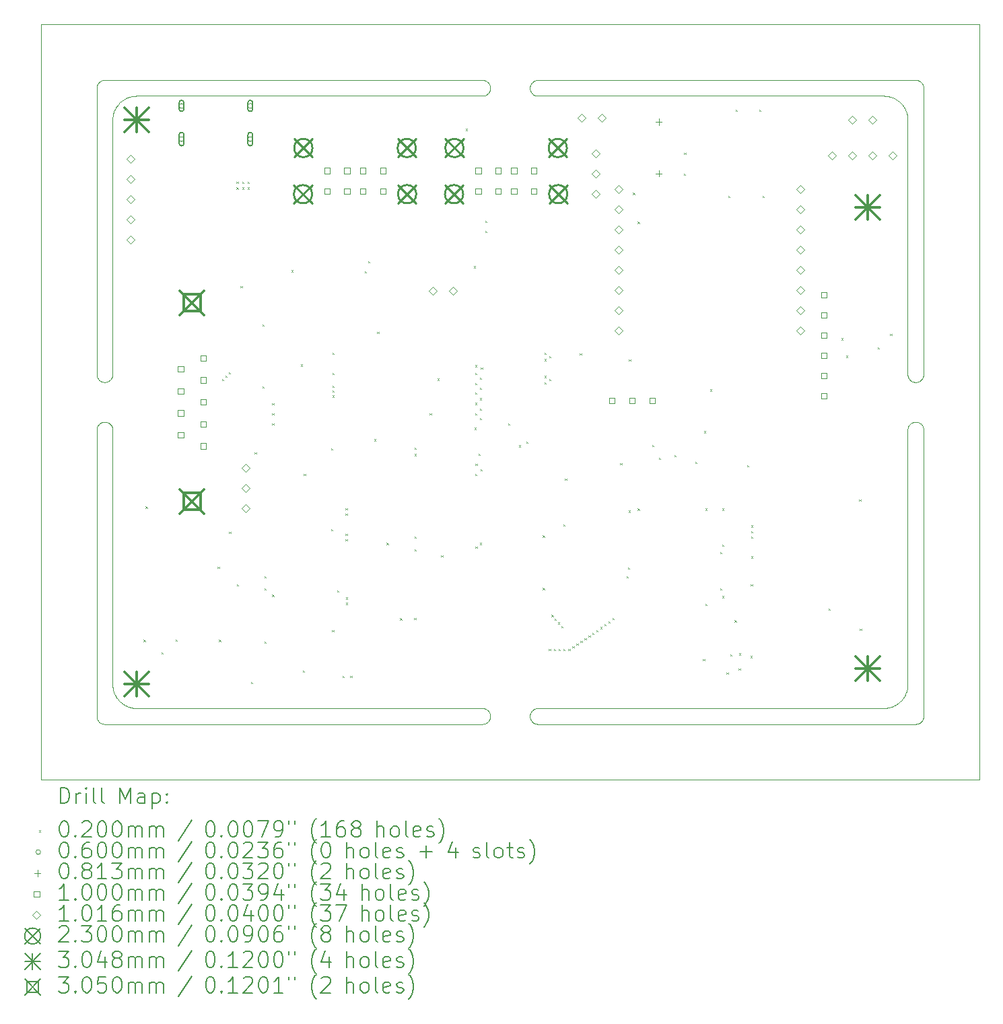
<source format=gbr>
%TF.GenerationSoftware,KiCad,Pcbnew,(6.99.0-5015-g618347ef50)*%
%TF.CreationDate,2023-01-08T20:34:51+01:00*%
%TF.ProjectId,TinyLlama,54696e79-4c6c-4616-9d61-2e6b69636164,2.1*%
%TF.SameCoordinates,Original*%
%TF.FileFunction,Drillmap*%
%TF.FilePolarity,Positive*%
%FSLAX45Y45*%
G04 Gerber Fmt 4.5, Leading zero omitted, Abs format (unit mm)*
G04 Created by KiCad (PCBNEW (6.99.0-5015-g618347ef50)) date 2023-01-08 20:34:51*
%MOMM*%
%LPD*%
G01*
G04 APERTURE LIST*
%ADD10C,0.100000*%
%ADD11C,0.200000*%
%ADD12C,0.020000*%
%ADD13C,0.060000*%
%ADD14C,0.081280*%
%ADD15C,0.101600*%
%ADD16C,0.230000*%
%ADD17C,0.304800*%
%ADD18C,0.305000*%
G04 APERTURE END LIST*
D10*
X7142464Y-2338886D02*
X7140495Y-2343328D01*
X2219483Y-2240026D02*
X2222472Y-2236195D01*
X2473222Y-2503648D02*
X2473205Y-2503667D01*
X2444764Y-9957597D02*
X2444777Y-9957619D01*
X2686046Y-2400354D02*
X2683567Y-2400480D01*
X2397033Y-6574945D02*
X2398097Y-6579686D01*
X12233241Y-2431245D02*
X12233218Y-2431234D01*
X12326778Y-2503648D02*
X12318287Y-2494250D01*
X12597033Y-10225055D02*
X12595737Y-10229738D01*
X12381727Y-9903017D02*
X12381735Y-9902993D01*
X12525055Y-10297033D02*
X12520314Y-10298097D01*
X2347668Y-6511690D02*
X2351896Y-6514085D01*
X2232516Y-10274354D02*
X2228997Y-10271003D01*
X1500600Y-10999909D02*
X1500645Y-10999928D01*
X12396697Y-9844197D02*
X12396700Y-9844172D01*
X2454521Y-2527598D02*
X2454506Y-2527619D01*
X13299783Y-1500390D02*
X13299752Y-1500352D01*
X7135915Y-10148104D02*
X7138310Y-10152332D01*
X2517389Y-2462017D02*
X2517369Y-2462033D01*
X12176414Y-2409925D02*
X12176389Y-2409919D01*
X12571003Y-6528997D02*
X12574354Y-6532516D01*
X7148928Y-10184474D02*
X7149523Y-10189296D01*
X2400000Y-9799379D02*
X2400016Y-9800621D01*
X12390075Y-2623586D02*
X12386590Y-2611409D01*
X7711114Y-2392464D02*
X7706672Y-2390495D01*
X12259747Y-2446104D02*
X12259726Y-2446090D01*
X2405918Y-2640857D02*
X2403683Y-2653325D01*
X7655787Y-10165648D02*
X7657536Y-10161114D01*
X2398928Y-5915526D02*
X2398097Y-5920314D01*
X2413410Y-2611409D02*
X2409925Y-2623586D01*
X7698104Y-2214085D02*
X7702332Y-2211690D01*
X2413417Y-9888615D02*
X2414160Y-9890984D01*
X7651072Y-10215526D02*
X7650477Y-10210704D01*
X7734474Y-10298928D02*
X7729686Y-10298097D01*
X12411690Y-5947668D02*
X12409505Y-5943328D01*
X2204263Y-6570262D02*
X2205787Y-6565648D01*
X7117484Y-2374354D02*
X7113805Y-2377528D01*
X2405922Y-9859167D02*
X2406422Y-9861599D01*
X2517389Y-10037983D02*
X2527598Y-10045479D01*
X12316560Y-2492432D02*
X12316542Y-2492414D01*
X2626038Y-10090710D02*
X2638376Y-10093573D01*
X1500217Y-1500390D02*
X1500188Y-1500430D01*
X7749012Y-10300000D02*
X7744142Y-10299880D01*
X12580517Y-2240026D02*
X12583315Y-2243999D01*
X7124354Y-2367484D02*
X7121003Y-2371003D01*
X12428997Y-5971003D02*
X12425646Y-5967484D01*
X7109974Y-10119483D02*
X7113805Y-10122472D01*
X2201072Y-5915526D02*
X2200477Y-5910704D01*
X2363805Y-5977528D02*
X2359974Y-5980517D01*
X2207536Y-2261114D02*
X2209505Y-2256672D01*
X7088885Y-10292464D02*
X7084352Y-10294213D01*
X2569033Y-10069870D02*
X2580542Y-10075158D01*
X13299752Y-1500352D02*
X13299719Y-1500316D01*
X2529656Y-10046912D02*
X2529677Y-10046926D01*
X2668418Y-2401696D02*
X2668393Y-2401699D01*
X12599880Y-5905858D02*
X12599523Y-5910704D01*
X7138310Y-2252332D02*
X7140495Y-2256672D01*
X12563805Y-2222472D02*
X12567484Y-2225646D01*
X7109974Y-2219483D02*
X7113805Y-2222472D01*
X12375169Y-2580565D02*
X12375158Y-2580542D01*
X12590495Y-10243328D02*
X12588310Y-10247668D01*
X13299529Y-1500160D02*
X13299487Y-1500135D01*
X12538885Y-2207536D02*
X12543328Y-2209505D01*
X2398928Y-6584474D02*
X2399523Y-6589296D01*
X7675646Y-2232516D02*
X7678997Y-2228997D01*
X13299019Y-10999994D02*
X13299068Y-10999992D01*
X13298773Y-11000000D02*
X13298797Y-11000000D01*
X7148928Y-2284474D02*
X7149523Y-2289296D01*
X12510704Y-5999523D02*
X12505858Y-5999880D01*
X12599523Y-2289296D02*
X12599880Y-2294142D01*
X2343328Y-5990495D02*
X2338886Y-5992464D01*
X2446104Y-9959747D02*
X2453074Y-9970323D01*
X13299927Y-1500645D02*
X13299909Y-1500600D01*
X2670913Y-10098557D02*
X2683542Y-10099519D01*
X12400477Y-5910704D02*
X12400119Y-5905858D01*
X2216685Y-6543999D02*
X2219483Y-6540026D01*
X2668393Y-2401699D02*
X2655828Y-2403299D01*
X2315526Y-6501072D02*
X2320314Y-6501902D01*
X2300988Y-6500000D02*
X2300988Y-6500000D01*
X7698104Y-2385915D02*
X7693999Y-2383315D01*
X12205368Y-2419144D02*
X12205344Y-2419135D01*
X1500072Y-10999354D02*
X1500091Y-10999400D01*
X2401696Y-2668418D02*
X2401445Y-2670887D01*
X12346926Y-9970323D02*
X12353896Y-9959747D01*
X13299261Y-1500042D02*
X13299214Y-1500030D01*
X12489296Y-6500477D02*
X12494142Y-6500119D01*
X12538885Y-5992464D02*
X12534352Y-5994212D01*
X7734474Y-2398928D02*
X7729686Y-2398097D01*
X2569033Y-2430130D02*
X2569010Y-2430141D01*
X7744142Y-10299880D02*
X7739296Y-10299523D01*
X13299958Y-1500739D02*
X13299944Y-1500692D01*
X7693999Y-10283315D02*
X7690026Y-10280517D01*
X12116433Y-10099520D02*
X12116458Y-10099519D01*
X12594212Y-5934352D02*
X12592464Y-5938885D01*
X12563805Y-6522472D02*
X12567484Y-6525646D01*
X7686195Y-2377528D02*
X7682516Y-2374354D01*
X7140495Y-2256672D02*
X7142464Y-2261114D01*
X12345479Y-9972402D02*
X12345494Y-9972381D01*
X2582846Y-10076148D02*
X2582870Y-10076157D01*
X2418265Y-2597007D02*
X2414168Y-2608992D01*
X12400000Y-2700633D02*
X12400000Y-2700621D01*
X7739296Y-2399523D02*
X7734474Y-2398928D01*
X2228997Y-10271003D02*
X2225646Y-10267484D01*
X12355236Y-9957597D02*
X12361661Y-9946682D01*
X13299400Y-1500091D02*
X13299354Y-1500072D01*
X13299783Y-10999610D02*
X13299812Y-10999570D01*
X12452332Y-5988310D02*
X12448104Y-5985915D01*
X12393578Y-2638401D02*
X12393573Y-2638376D01*
X7149523Y-2310704D02*
X7148928Y-2315526D01*
X7065526Y-10298928D02*
X7060704Y-10299523D01*
X2294142Y-2200120D02*
X2299012Y-2200000D01*
X12577528Y-10263805D02*
X12574354Y-10267484D01*
X2248104Y-6514085D02*
X2252332Y-6511690D01*
X12588310Y-2252332D02*
X12590495Y-2256672D01*
X12345494Y-9972381D02*
X12346912Y-9970344D01*
X2204263Y-5929738D02*
X2202967Y-5925055D01*
X2405918Y-9859143D02*
X2405922Y-9859167D01*
X12369859Y-2569010D02*
X12368766Y-2566781D01*
X2374354Y-6532516D02*
X2377528Y-6536195D01*
X7101896Y-2214085D02*
X7106001Y-2216685D01*
X2492432Y-2483440D02*
X2492414Y-2483458D01*
X12398555Y-2670887D02*
X12398304Y-2668418D01*
X12398301Y-2668393D02*
X12396700Y-2655828D01*
X12598097Y-5920314D02*
X12597033Y-5925055D01*
X12590495Y-5943328D02*
X12588310Y-5947668D01*
X12520314Y-6501902D02*
X12525055Y-6502967D01*
X12529738Y-10295737D02*
X12525055Y-10297033D01*
X2409297Y-2626014D02*
X2409290Y-2626038D01*
X2338886Y-5992464D02*
X2334352Y-5994212D01*
X7711114Y-2207536D02*
X7715648Y-2205787D01*
X12432516Y-6525646D02*
X12436195Y-6522472D01*
X2527619Y-10045494D02*
X2529656Y-10046912D01*
X7702332Y-10111690D02*
X7706672Y-10109505D01*
X7138310Y-10247668D02*
X7135915Y-10251896D01*
X7079738Y-10295737D02*
X7075055Y-10297033D01*
X12294449Y-2471588D02*
X12294430Y-2471572D01*
X2453074Y-2529677D02*
X2446104Y-2540253D01*
X2371003Y-6528997D02*
X2374354Y-6532516D01*
X2471588Y-2505551D02*
X2471572Y-2505570D01*
X2232516Y-6525646D02*
X2236195Y-6522472D01*
X2200120Y-10205858D02*
X2200000Y-10200988D01*
X12381735Y-9902993D02*
X12385832Y-9891008D01*
X12296352Y-2473222D02*
X12296333Y-2473205D01*
X2383315Y-5956001D02*
X2380517Y-5959974D01*
X2640857Y-2405918D02*
X2640833Y-2405922D01*
X12407536Y-6561114D02*
X12409505Y-6556672D01*
X7093328Y-2390495D02*
X7088885Y-2392464D01*
X2505551Y-10028412D02*
X2505570Y-10028428D01*
X12580517Y-10259974D02*
X12577528Y-10263805D01*
X12574354Y-2232516D02*
X12577528Y-2236195D01*
X13299117Y-10999987D02*
X13299165Y-10999980D01*
X12456672Y-5990495D02*
X12452332Y-5988310D01*
X12328428Y-2505570D02*
X12328412Y-2505551D01*
X2201903Y-2279686D02*
X2202967Y-2274945D01*
X12326778Y-9996352D02*
X12326795Y-9996333D01*
X2399880Y-5905858D02*
X2399523Y-5910704D01*
X7729686Y-10101903D02*
X7734474Y-10101072D01*
X2582870Y-10076157D02*
X2594632Y-10080856D01*
X7659505Y-2256672D02*
X7661690Y-2252332D01*
X12176389Y-2409919D02*
X12173986Y-2409297D01*
X7121003Y-2371003D02*
X7117484Y-2374354D01*
X2299012Y-10300000D02*
X2294142Y-10299880D01*
X12386583Y-2611385D02*
X12385840Y-2609016D01*
X7133315Y-2243999D02*
X7135915Y-2248104D01*
X7140495Y-2343328D02*
X7138310Y-2347668D01*
X7109974Y-10280517D02*
X7106001Y-10283315D01*
X2463568Y-2515386D02*
X2463552Y-2515406D01*
X2431234Y-9933219D02*
X2431245Y-9933241D01*
X7654263Y-10229738D02*
X7652967Y-10225055D01*
X7121003Y-10271003D02*
X7117484Y-10274354D01*
X12393573Y-9861624D02*
X12393578Y-9861599D01*
X12100620Y-2400016D02*
X12099379Y-2400000D01*
X1500188Y-10999570D02*
X1500217Y-10999610D01*
X12375158Y-9919458D02*
X12375169Y-9919435D01*
X7055858Y-2200120D02*
X7060704Y-2200477D01*
X12144197Y-10096697D02*
X12146650Y-10096321D01*
X2377528Y-5963805D02*
X2374354Y-5967484D01*
X2284474Y-10298928D02*
X2279686Y-10298097D01*
X12307586Y-10016542D02*
X12316542Y-10007586D01*
X7130517Y-10259974D02*
X7127528Y-10263805D01*
X2406422Y-9861599D02*
X2406427Y-9861624D01*
X12246682Y-10061661D02*
X12257597Y-10055236D01*
X12100620Y-10099984D02*
X12100633Y-10099984D01*
X12361661Y-9946682D02*
X12361674Y-9946660D01*
X12399984Y-9800621D02*
X12400000Y-9799379D01*
X7145737Y-10170262D02*
X7147033Y-10174945D01*
X12294430Y-10028428D02*
X12294449Y-10028412D01*
X2437109Y-2555532D02*
X2431245Y-2566759D01*
X2653325Y-10096317D02*
X2653350Y-10096321D01*
X12534352Y-5994212D02*
X12529738Y-5995737D01*
X7124354Y-10267484D02*
X7121003Y-10271003D01*
X12401902Y-5920314D02*
X12401072Y-5915526D01*
X2390495Y-5943328D02*
X2388310Y-5947668D01*
X2403299Y-2655828D02*
X2401699Y-2668393D01*
X7655787Y-2334352D02*
X7654263Y-2329738D01*
X2409290Y-2626038D02*
X2406427Y-2638376D01*
X7113805Y-2222472D02*
X7117484Y-2225646D01*
X12399519Y-9816458D02*
X12399520Y-9816433D01*
X2597007Y-2418265D02*
X2596983Y-2418273D01*
X12099367Y-2400000D02*
X7749012Y-2400000D01*
X2202967Y-6574945D02*
X2204263Y-6570262D01*
X1500883Y-1500013D02*
X1500834Y-1500020D01*
X2431245Y-2566759D02*
X2431234Y-2566781D01*
X12571003Y-10271003D02*
X12567484Y-10274354D01*
X2638401Y-2406422D02*
X2638376Y-2406427D01*
X7097668Y-2388310D02*
X7093328Y-2390495D01*
X12538885Y-10292464D02*
X12534352Y-10294213D01*
X2700633Y-2400000D02*
X2700621Y-2400000D01*
X7140495Y-10156672D02*
X7142464Y-10161114D01*
X7135915Y-10251896D02*
X7133315Y-10256001D01*
X12443999Y-5983315D02*
X12440026Y-5980517D01*
X12396317Y-9846675D02*
X12396321Y-9846650D01*
X2363805Y-6522472D02*
X2367484Y-6525646D01*
X2270262Y-6504263D02*
X2274945Y-6502967D01*
X2248104Y-5985915D02*
X2243999Y-5983315D01*
X12599523Y-10210704D02*
X12598928Y-10215526D01*
X12399520Y-2683567D02*
X12399519Y-2683542D01*
X2423843Y-2582870D02*
X2419144Y-2594632D01*
X13299944Y-1500692D02*
X13299927Y-1500645D01*
X1500217Y-10999610D02*
X1500248Y-10999648D01*
X2409919Y-9876389D02*
X2409925Y-9876414D01*
X2409925Y-9876414D02*
X2413410Y-9888591D01*
X13299400Y-10999909D02*
X13299444Y-10999888D01*
X7060704Y-10299523D02*
X7055858Y-10299880D01*
X7690026Y-2380517D02*
X7686195Y-2377528D01*
X2359974Y-6519483D02*
X2363805Y-6522472D01*
X2214085Y-2248104D02*
X2216685Y-2243999D01*
X2580542Y-10075158D02*
X2580565Y-10075169D01*
X2686072Y-2400353D02*
X2686046Y-2400354D01*
X7744142Y-10100120D02*
X7749012Y-10100000D01*
X2216685Y-10256001D02*
X2214085Y-10251896D01*
X2207536Y-10238886D02*
X2205787Y-10234352D01*
X2401445Y-9829113D02*
X2401696Y-9831582D01*
X7148097Y-10179686D02*
X7148928Y-10184474D01*
X12600000Y-10200988D02*
X12599880Y-10205858D01*
X1500056Y-10999308D02*
X1500072Y-10999354D01*
X2400481Y-9816458D02*
X2401443Y-9829087D01*
X12414085Y-5951896D02*
X12411690Y-5947668D01*
X2670887Y-10098555D02*
X2670913Y-10098557D01*
X13299570Y-1500188D02*
X13299529Y-1500160D01*
X2454506Y-2527619D02*
X2453088Y-2529656D01*
X2380517Y-6540026D02*
X2383315Y-6543999D01*
X12448104Y-5985915D02*
X12443999Y-5983315D01*
X12362878Y-9944490D02*
X12362890Y-9944468D01*
X7711114Y-10292464D02*
X7706672Y-10290495D01*
X2638376Y-2406427D02*
X2626038Y-2409290D01*
X13300000Y-10998773D02*
X13300000Y-1501227D01*
X12543328Y-10290495D02*
X12538885Y-10292464D01*
X2305858Y-5999880D02*
X2300988Y-6000000D01*
X12404263Y-5929738D02*
X12402967Y-5925055D01*
X2320314Y-5998097D02*
X2315526Y-5998928D01*
X7682516Y-10274354D02*
X7678997Y-10271003D01*
X1500281Y-10999684D02*
X1500316Y-10999719D01*
X2228997Y-5971003D02*
X2225646Y-5967484D01*
X12337967Y-9982631D02*
X12337982Y-9982611D01*
X1500739Y-1500042D02*
X1500692Y-1500056D01*
X12594212Y-10234352D02*
X12592464Y-10238886D01*
X2289296Y-6500477D02*
X2294142Y-6500119D01*
X7711114Y-10107536D02*
X7715648Y-10105787D01*
X12515526Y-5998928D02*
X12510704Y-5999523D01*
X12422472Y-5963805D02*
X12419483Y-5959974D01*
X12428997Y-6528997D02*
X12432516Y-6525646D01*
X2388310Y-6552332D02*
X2390495Y-6556672D01*
X2453088Y-2529656D02*
X2453074Y-2529677D01*
X12307568Y-2483440D02*
X12305769Y-2481730D01*
X12574354Y-10267484D02*
X12571003Y-10271003D01*
X7070314Y-2201903D02*
X7075055Y-2202967D01*
X7149880Y-10194142D02*
X7150000Y-10199012D01*
X12368755Y-2566759D02*
X12362890Y-2555532D01*
X2201072Y-2284474D02*
X2201903Y-2279686D01*
X7142464Y-10161114D02*
X7144212Y-10165648D01*
X12559974Y-2219483D02*
X12563805Y-2222472D01*
X7130517Y-10140026D02*
X7133315Y-10143999D01*
X2446104Y-2540253D02*
X2446090Y-2540274D01*
X13299865Y-1500512D02*
X13299839Y-1500470D01*
X12400477Y-6589296D02*
X12401072Y-6584474D01*
X12505858Y-2200120D02*
X12510704Y-2200477D01*
X12284594Y-10036448D02*
X12284614Y-10036432D01*
X12390081Y-9876389D02*
X12390703Y-9873986D01*
X2200120Y-6594142D02*
X2200477Y-6589296D01*
X7127528Y-10136195D02*
X7130517Y-10140026D01*
X2409290Y-9873962D02*
X2409297Y-9873986D01*
X13299839Y-10999530D02*
X13299865Y-10999487D01*
X2200120Y-5905858D02*
X2200000Y-5900988D01*
X1500013Y-1500883D02*
X1500008Y-1500932D01*
X7117484Y-10125646D02*
X7121003Y-10128997D01*
X2494250Y-10018287D02*
X2503648Y-10026778D01*
X2542403Y-2444764D02*
X2542381Y-2444777D01*
X2462033Y-9982631D02*
X2463552Y-9984594D01*
X7135915Y-2248104D02*
X7138310Y-2252332D01*
X2202967Y-2274945D02*
X2204263Y-2270262D01*
X12401072Y-6584474D02*
X12401902Y-6579686D01*
X2222472Y-6536195D02*
X2225646Y-6532516D01*
X2289296Y-5999523D02*
X2284474Y-5998928D01*
X2540253Y-10053896D02*
X2540274Y-10053910D01*
X2444764Y-2542403D02*
X2438339Y-2553318D01*
X12386583Y-9888615D02*
X12386590Y-9888591D01*
X7135915Y-2351896D02*
X7133315Y-2356001D01*
X2200477Y-6589296D02*
X2201072Y-6584474D01*
X13299992Y-1500932D02*
X13299987Y-1500883D01*
X12161624Y-2406427D02*
X12161599Y-2406422D01*
X7140495Y-10243328D02*
X7138310Y-10247668D01*
X7079738Y-10104263D02*
X7084352Y-10105787D01*
X12452332Y-6511690D02*
X12456672Y-6509505D01*
X7734474Y-2201072D02*
X7739296Y-2200477D01*
X7715648Y-2205787D02*
X7720262Y-2204263D01*
X12599880Y-2294142D02*
X12600000Y-2299012D01*
X12520314Y-5998097D02*
X12515526Y-5998928D01*
X2430141Y-2569010D02*
X2430130Y-2569033D01*
X12398304Y-9831582D02*
X12398555Y-9829113D01*
X7127528Y-10263805D02*
X7124354Y-10267484D01*
X12144197Y-2403303D02*
X12144172Y-2403299D01*
X2580565Y-10075169D02*
X2582846Y-10076148D01*
X7101896Y-2385915D02*
X7097668Y-2388310D01*
X2299012Y-6500000D02*
X2300988Y-6500000D01*
X12318270Y-2494231D02*
X12316560Y-2492432D01*
X7686195Y-2222472D02*
X7690026Y-2219483D01*
X12580517Y-6540026D02*
X12583315Y-6543999D01*
X2294142Y-10299880D02*
X2289296Y-10299523D01*
X2240026Y-10280517D02*
X2236195Y-10277528D01*
X7147033Y-2274945D02*
X7148097Y-2279686D01*
X7150000Y-2299012D02*
X7150000Y-2300988D01*
X2446090Y-9959726D02*
X2446104Y-9959747D01*
X12556001Y-5983315D02*
X12551896Y-5985915D01*
X12203017Y-2418273D02*
X12202993Y-2418265D01*
X12346912Y-9970344D02*
X12346926Y-9970323D01*
X7734474Y-10101072D02*
X7739296Y-10100477D01*
X12399520Y-9816433D02*
X12399646Y-9813954D01*
X7682516Y-2225646D02*
X7686195Y-2222472D01*
X2414168Y-2608992D02*
X2414160Y-2609016D01*
X12259726Y-10053910D02*
X12259747Y-10053896D01*
X2542381Y-2444777D02*
X2540274Y-2446090D01*
X12500988Y-2200000D02*
X12505858Y-2200120D01*
X7097668Y-10111690D02*
X7101896Y-10114085D01*
X7121003Y-2228997D02*
X7124354Y-2232516D01*
X2555510Y-2437121D02*
X2553340Y-2438326D01*
X1500000Y-10998773D02*
X1500000Y-10998797D01*
X7101896Y-10114085D02*
X7106001Y-10116685D01*
X12205344Y-2419135D02*
X12203017Y-2418273D01*
X1500883Y-10999987D02*
X1500932Y-10999992D01*
X12443999Y-6516685D02*
X12448104Y-6514085D01*
X2400000Y-6599012D02*
X2400000Y-9799367D01*
X2201072Y-10215526D02*
X2200477Y-10210704D01*
X1500042Y-10999261D02*
X1500056Y-10999308D01*
X7650000Y-10200988D02*
X7650000Y-10199012D01*
X2438339Y-2553318D02*
X2438326Y-2553340D01*
X12257597Y-10055236D02*
X12257619Y-10055223D01*
X7149523Y-2289296D02*
X7149880Y-2294142D01*
X2503667Y-10026795D02*
X2505551Y-10028412D01*
X7661690Y-2252332D02*
X7664085Y-2248104D01*
X7690026Y-2219483D02*
X7693999Y-2216685D01*
X12129112Y-2401445D02*
X12129087Y-2401443D01*
X7651902Y-10220314D02*
X7651072Y-10215526D01*
X12551896Y-5985915D02*
X12547668Y-5988310D01*
X12336448Y-9984594D02*
X12337967Y-9982631D01*
X12405787Y-6565648D02*
X12407536Y-6561114D01*
X12205368Y-10080856D02*
X12217130Y-10076157D01*
X12484474Y-6501072D02*
X12489296Y-6500477D01*
X12129087Y-2401443D02*
X12116458Y-2400481D01*
X7651072Y-2315526D02*
X7650477Y-2310704D01*
X12381727Y-2596983D02*
X12380865Y-2594656D01*
X2392464Y-6561114D02*
X2394213Y-6565648D01*
X12551896Y-10285915D02*
X12547668Y-10288310D01*
X7149880Y-2305858D02*
X7149523Y-2310704D01*
X7145737Y-2270262D02*
X7147033Y-2274945D01*
X7669483Y-10259974D02*
X7666685Y-10256001D01*
X7093328Y-10290495D02*
X7088885Y-10292464D01*
X12583315Y-6543999D02*
X12585915Y-6548104D01*
X1500316Y-1500281D02*
X1500281Y-1500316D01*
X12369870Y-2569033D02*
X12369859Y-2569010D01*
X12394078Y-2640833D02*
X12393578Y-2638401D01*
X2515406Y-10036448D02*
X2517369Y-10037967D01*
X7133315Y-2356001D02*
X7130517Y-2359974D01*
X12345494Y-2527619D02*
X12345479Y-2527598D01*
X12547668Y-5988310D02*
X12543328Y-5990495D01*
X2209505Y-6556672D02*
X2211690Y-6552332D01*
X12394082Y-2640857D02*
X12394078Y-2640833D01*
X12217154Y-10076148D02*
X12219435Y-10075169D01*
X2300988Y-6000000D02*
X2299012Y-6000000D01*
X2240026Y-6519483D02*
X2243999Y-6516685D01*
X7729686Y-2398097D02*
X7724945Y-2397033D01*
X7142464Y-2261114D02*
X7144212Y-2265648D01*
X12362890Y-9944468D02*
X12368755Y-9933241D01*
X7070314Y-10101903D02*
X7075055Y-10102967D01*
X2462017Y-2517389D02*
X2454521Y-2527598D01*
X7138310Y-2347668D02*
X7135915Y-2351896D01*
X7652967Y-2274945D02*
X7654263Y-2270262D01*
X12353896Y-9959747D02*
X12353910Y-9959726D01*
X7682516Y-10125646D02*
X7686195Y-10122472D01*
X2655828Y-10096701D02*
X2668393Y-10098301D01*
X2395737Y-6570262D02*
X2397033Y-6574945D01*
X12345479Y-2527598D02*
X12337982Y-2517389D01*
X2529656Y-2453088D02*
X2527619Y-2454506D01*
X2611409Y-2413410D02*
X2611385Y-2413417D01*
X2315526Y-5998928D02*
X2310704Y-5999523D01*
X7084352Y-10294213D02*
X7079738Y-10295737D01*
X1500390Y-1500217D02*
X1500352Y-1500248D01*
X12470262Y-6504263D02*
X12474945Y-6502967D01*
X2580565Y-2424831D02*
X2580542Y-2424842D01*
X12598928Y-6584474D02*
X12599523Y-6589296D01*
X13299019Y-1500006D02*
X13298797Y-1500000D01*
X12233218Y-2431234D02*
X12230990Y-2430141D01*
X12190984Y-10085840D02*
X12191008Y-10085832D01*
X2399880Y-6594142D02*
X2400000Y-6599012D01*
X2205787Y-10234352D02*
X2204263Y-10229738D01*
X7729686Y-10298097D02*
X7724945Y-10297033D01*
X12188591Y-10086590D02*
X12188615Y-10086583D01*
X7729686Y-2201903D02*
X7734474Y-2201072D01*
X7690026Y-10119483D02*
X7693999Y-10116685D01*
X12577528Y-2236195D02*
X12580517Y-2240026D01*
X2248104Y-2214085D02*
X2252332Y-2211690D01*
X12307568Y-10016560D02*
X12307586Y-10016542D01*
X2385915Y-6548104D02*
X2388310Y-6552332D01*
X2256672Y-2209505D02*
X2261114Y-2207536D01*
X13299994Y-1500981D02*
X13299992Y-1500932D01*
X2399523Y-6589296D02*
X2399880Y-6594142D01*
X7702332Y-10288310D02*
X7698104Y-10285915D01*
X12394082Y-9859143D02*
X12396317Y-9846675D01*
X7147033Y-10174945D02*
X7148097Y-10179686D01*
X12259747Y-10053896D02*
X12270323Y-10046926D01*
X12390081Y-2623611D02*
X12390075Y-2623586D01*
X2406427Y-2638376D02*
X2406422Y-2638401D01*
X2686072Y-10099647D02*
X2699367Y-10099984D01*
X2540274Y-10053910D02*
X2542381Y-10055223D01*
X12567484Y-10274354D02*
X12563805Y-10277528D01*
X12191008Y-2414168D02*
X12190984Y-2414160D01*
X7724945Y-2397033D02*
X7720262Y-2395737D01*
X2683567Y-10099520D02*
X2686046Y-10099646D01*
X12396700Y-2655828D02*
X12396697Y-2655803D01*
X12588310Y-10247668D02*
X12585915Y-10251896D01*
X12296333Y-10026795D02*
X12296352Y-10026778D01*
X2611409Y-10086590D02*
X2623586Y-10090075D01*
X12396321Y-9846650D02*
X12396697Y-9844197D01*
X2555532Y-2437109D02*
X2555510Y-2437121D01*
X2400481Y-2683542D02*
X2400480Y-2683567D01*
X12316542Y-2492414D02*
X12307586Y-2483458D01*
X7678997Y-10271003D02*
X7675646Y-10267484D01*
X2265648Y-6505787D02*
X2270262Y-6504263D01*
X1500006Y-10999019D02*
X1500008Y-10999068D01*
X2211690Y-2252332D02*
X2214085Y-2248104D01*
X12270323Y-2453074D02*
X12259747Y-2446104D01*
X12129112Y-10098555D02*
X12131582Y-10098304D01*
X12494142Y-5999880D02*
X12489296Y-5999523D01*
X2430141Y-9930990D02*
X2431234Y-9933219D01*
X2517369Y-2462033D02*
X2515406Y-2463552D01*
X12116458Y-10099519D02*
X12129087Y-10098557D01*
X12159142Y-10094082D02*
X12159167Y-10094078D01*
X2517369Y-10037967D02*
X2517389Y-10037983D01*
X12600000Y-5900988D02*
X12599880Y-5905858D01*
X12337982Y-2517389D02*
X12337967Y-2517369D01*
X12583315Y-5956001D02*
X12580517Y-5959974D01*
X12385840Y-2609016D02*
X12385832Y-2608992D01*
X2403303Y-9844197D02*
X2403679Y-9846650D01*
X13299865Y-10999487D02*
X13299888Y-10999444D01*
X12436195Y-6522472D02*
X12440026Y-6519483D01*
X2397033Y-5925055D02*
X2395737Y-5929738D01*
X2670913Y-2401443D02*
X2670887Y-2401445D01*
X2380517Y-5959974D02*
X2377528Y-5963805D01*
X1500932Y-10999992D02*
X1500981Y-10999994D01*
X12159142Y-2405918D02*
X12146675Y-2403683D01*
X2699379Y-2400016D02*
X2699367Y-2400016D01*
X2471588Y-9994449D02*
X2473205Y-9996333D01*
X7055858Y-2399880D02*
X7050988Y-2400000D01*
X7724945Y-10297033D02*
X7720262Y-10295737D01*
X7666685Y-2243999D02*
X7669483Y-2240026D01*
X2400353Y-9813928D02*
X2400354Y-9813954D01*
X13298797Y-1500000D02*
X13298773Y-1500000D01*
X7060704Y-2399523D02*
X7055858Y-2399880D01*
X2200477Y-2289296D02*
X2201072Y-2284474D01*
X2240026Y-5980517D02*
X2236195Y-5977528D01*
X2444777Y-2542381D02*
X2444764Y-2542403D01*
X13299444Y-1500112D02*
X13299400Y-1500091D01*
X12400000Y-9799379D02*
X12400000Y-9799367D01*
X7654263Y-10170262D02*
X7655787Y-10165648D01*
X12230967Y-10069870D02*
X12230990Y-10069859D01*
X2200477Y-10210704D02*
X2200120Y-10205858D01*
X7652967Y-10174945D02*
X7654263Y-10170262D01*
X2201903Y-10220314D02*
X2201072Y-10215526D01*
X12307586Y-2483458D02*
X12307568Y-2483440D01*
X2700621Y-10100000D02*
X2700633Y-10100000D01*
X12525055Y-2202967D02*
X12529738Y-2204263D01*
X2367484Y-6525646D02*
X2371003Y-6528997D01*
X12203017Y-10081727D02*
X12205344Y-10080865D01*
X2700633Y-10100000D02*
X7050988Y-10100000D01*
X2566759Y-10068755D02*
X2566781Y-10068766D01*
X12600000Y-2299012D02*
X12600000Y-5900988D01*
X2594632Y-2419144D02*
X2582870Y-2423843D01*
X13299648Y-10999752D02*
X13299684Y-10999719D01*
X1500135Y-1500512D02*
X1500112Y-1500556D01*
X7698104Y-10285915D02*
X7693999Y-10283315D01*
X12479686Y-5998097D02*
X12474945Y-5997033D01*
X2232516Y-5974354D02*
X2228997Y-5971003D01*
X2392464Y-5938885D02*
X2390495Y-5943328D01*
X12419483Y-5959974D02*
X12416685Y-5956001D01*
X7093328Y-10109505D02*
X7097668Y-10111690D01*
X2483440Y-2492432D02*
X2481730Y-2494231D01*
X2274945Y-5997033D02*
X2270262Y-5995737D01*
X2289296Y-2200477D02*
X2294142Y-2200120D01*
X7678997Y-2228997D02*
X7682516Y-2225646D01*
X2279686Y-5998097D02*
X2274945Y-5997033D01*
X2608992Y-10085832D02*
X2609016Y-10085840D01*
X12316560Y-10007568D02*
X12318270Y-10005769D01*
X2216685Y-2243999D02*
X2219483Y-2240026D01*
X2596983Y-2418273D02*
X2594656Y-2419135D01*
X12563805Y-5977528D02*
X12559974Y-5980517D01*
X12353910Y-9959726D02*
X12355223Y-9957619D01*
X12500988Y-10300000D02*
X7749012Y-10300000D01*
X2261114Y-6507536D02*
X2265648Y-6505787D01*
X2400480Y-2683567D02*
X2400354Y-2686046D01*
X13299752Y-10999648D02*
X13299783Y-10999610D01*
X7675646Y-10132516D02*
X7678997Y-10128997D01*
X7150000Y-2300988D02*
X7149880Y-2305858D01*
X2473205Y-9996333D02*
X2473222Y-9996352D01*
X12205344Y-10080865D02*
X12205368Y-10080856D01*
X7148097Y-2279686D02*
X7148928Y-2284474D01*
X12543328Y-5990495D02*
X12538885Y-5992464D01*
X2414160Y-2609016D02*
X2413417Y-2611385D01*
X12592464Y-5938885D02*
X12590495Y-5943328D01*
X2462017Y-9982611D02*
X2462033Y-9982631D01*
X13299927Y-10999354D02*
X13299944Y-10999308D01*
X2356001Y-6516685D02*
X2359974Y-6519483D01*
X13299992Y-10999068D02*
X13299994Y-10999019D01*
X12219435Y-2424831D02*
X12217154Y-2423852D01*
X12588310Y-5947668D02*
X12585915Y-5951896D01*
X1500042Y-1500739D02*
X1500030Y-1500786D01*
X1500000Y-1501227D02*
X1500000Y-10998773D01*
X12270344Y-2453088D02*
X12270323Y-2453074D01*
X12173986Y-10090703D02*
X12176389Y-10090081D01*
X2325055Y-6502967D02*
X2329738Y-6504263D01*
X12505858Y-6500119D02*
X12510704Y-6500477D01*
X12574354Y-6532516D02*
X12577528Y-6536195D01*
X7145737Y-10229738D02*
X7144212Y-10234352D01*
X12272381Y-2454506D02*
X12270344Y-2453088D01*
X1500000Y-10998797D02*
X1500006Y-10999019D01*
X12456672Y-6509505D02*
X12461114Y-6507536D01*
X12230990Y-2430141D02*
X12230967Y-2430130D01*
X2446090Y-2540274D02*
X2444777Y-2542381D01*
X12375169Y-9919435D02*
X12376147Y-9917154D01*
X7664085Y-2351896D02*
X7661690Y-2347668D01*
X7148928Y-2315526D02*
X7148097Y-2320314D01*
X7749012Y-2400000D02*
X7744142Y-2399880D01*
X12381735Y-2597007D02*
X12381727Y-2596983D01*
X13299570Y-10999812D02*
X13299610Y-10999783D01*
X13299487Y-1500135D02*
X13299444Y-1500112D01*
X12590495Y-6556672D02*
X12592464Y-6561114D01*
X2274945Y-6502967D02*
X2279686Y-6501902D01*
X2437121Y-9944490D02*
X2438326Y-9946660D01*
X1500645Y-10999928D02*
X1500692Y-10999944D01*
X1500352Y-1500248D02*
X1500316Y-1500281D01*
X12146675Y-10096317D02*
X12159142Y-10094082D01*
X12393573Y-2638376D02*
X12390709Y-2626038D01*
X2626014Y-2409297D02*
X2623611Y-2409919D01*
X7144212Y-10234352D02*
X7142464Y-10238886D01*
X13298773Y-1500000D02*
X1501227Y-1500000D01*
X2418265Y-9902993D02*
X2418273Y-9903017D01*
X12173962Y-10090710D02*
X12173986Y-10090703D01*
X7715648Y-2394213D02*
X7711114Y-2392464D01*
X12217130Y-10076157D02*
X12217154Y-10076148D01*
X12571003Y-2228997D02*
X12574354Y-2232516D01*
X12461114Y-5992464D02*
X12456672Y-5990495D01*
X13299308Y-1500056D02*
X13299261Y-1500042D01*
X7749012Y-10100000D02*
X12099367Y-10100000D01*
X1500981Y-10999994D02*
X1501203Y-11000000D01*
X2430130Y-9930967D02*
X2430141Y-9930990D01*
X2655803Y-10096697D02*
X2655828Y-10096701D01*
X2201903Y-6579686D02*
X2202967Y-6574945D01*
X2310704Y-6500477D02*
X2315526Y-6501072D01*
X12376157Y-9917130D02*
X12380856Y-9905368D01*
X2334352Y-6505787D02*
X2338886Y-6507536D01*
X2201072Y-6584474D02*
X2201903Y-6579686D01*
X2699367Y-10099984D02*
X2699379Y-10099984D01*
X12515526Y-2201072D02*
X12520314Y-2201903D01*
X2270262Y-2204263D02*
X2274945Y-2202967D01*
X2200477Y-5910704D02*
X2200120Y-5905858D01*
X12399519Y-2683542D02*
X12398557Y-2670913D01*
X7149880Y-10205858D02*
X7149523Y-10210704D01*
X13299610Y-1500217D02*
X13299570Y-1500188D01*
X12316542Y-10007586D02*
X12316560Y-10007568D01*
X2261114Y-10292464D02*
X2256672Y-10290495D01*
X12355236Y-2542403D02*
X12355223Y-2542381D01*
X12543328Y-2209505D02*
X12547668Y-2211690D01*
X2403683Y-2653325D02*
X2403679Y-2653350D01*
X12599523Y-6589296D02*
X12599880Y-6594142D01*
X12520314Y-10298097D02*
X12515526Y-10298928D01*
X7693999Y-2383315D02*
X7690026Y-2380517D01*
X1500470Y-10999839D02*
X1500512Y-10999865D01*
X12353896Y-2540253D02*
X12346926Y-2529677D01*
X7657536Y-10238886D02*
X7655787Y-10234352D01*
X7651902Y-2279686D02*
X7652967Y-2274945D01*
X1501227Y-11000000D02*
X13298773Y-11000000D01*
X2214085Y-6548104D02*
X2216685Y-6543999D01*
X7150000Y-2300988D02*
X7150000Y-2300988D01*
X7117484Y-2225646D02*
X7121003Y-2228997D01*
X12173986Y-2409297D02*
X12173962Y-2409290D01*
X7144212Y-2334352D02*
X7142464Y-2338886D01*
X12282611Y-10037983D02*
X12282631Y-10037967D01*
X12368766Y-2566781D02*
X12368755Y-2566759D01*
X7079738Y-2395737D02*
X7075055Y-2397033D01*
X2236195Y-2222472D02*
X2240026Y-2219483D01*
X12598097Y-10220314D02*
X12597033Y-10225055D01*
X12399984Y-2699367D02*
X12399647Y-2686072D01*
X12376157Y-2582870D02*
X12376147Y-2582846D01*
X12559974Y-5980517D02*
X12556001Y-5983315D01*
X1500692Y-10999944D02*
X1500739Y-10999958D01*
X2310704Y-5999523D02*
X2305858Y-5999880D01*
X1500352Y-10999752D02*
X1500390Y-10999783D01*
X2409925Y-2623586D02*
X2409919Y-2623611D01*
X7088885Y-10107536D02*
X7093328Y-10109505D01*
X1500556Y-10999888D02*
X1500600Y-10999909D01*
X13299987Y-1500883D02*
X13299980Y-1500834D01*
X1500981Y-1500006D02*
X1500981Y-1500006D01*
X2418273Y-2596983D02*
X2418265Y-2597007D01*
X7739296Y-10100477D02*
X7744142Y-10100120D01*
X13299529Y-10999839D02*
X13299570Y-10999812D01*
X2400016Y-9800633D02*
X2400353Y-9813928D01*
X1500281Y-1500316D02*
X1500248Y-1500352D01*
X12484474Y-5998928D02*
X12479686Y-5998097D01*
X12385840Y-9890984D02*
X12386583Y-9888615D01*
X12425646Y-5967484D02*
X12422472Y-5963805D01*
X1500932Y-1500008D02*
X1500883Y-1500013D01*
X12305769Y-2481730D02*
X12305750Y-2481713D01*
X12470262Y-5995737D02*
X12465648Y-5994212D01*
X2413417Y-2611385D02*
X2413410Y-2611409D01*
X7724945Y-10102967D02*
X7729686Y-10101903D01*
X12294449Y-10028412D02*
X12296333Y-10026795D01*
X12499012Y-6500000D02*
X12500988Y-6500000D01*
X2653350Y-2403679D02*
X2653325Y-2403683D01*
X7664085Y-10148104D02*
X7666685Y-10143999D01*
X2403679Y-2653350D02*
X2403303Y-2655803D01*
X7675646Y-10267484D02*
X7672472Y-10263805D01*
X12100633Y-2400016D02*
X12100620Y-2400016D01*
X2463552Y-9984594D02*
X2463568Y-9984614D01*
X1500834Y-1500020D02*
X1500786Y-1500030D01*
X7672472Y-10263805D02*
X7669483Y-10259974D01*
X7075055Y-10102967D02*
X7079738Y-10104263D01*
X12398557Y-2670913D02*
X12398555Y-2670887D01*
X2542403Y-10055236D02*
X2553318Y-10061661D01*
X12202993Y-10081735D02*
X12203017Y-10081727D01*
X7720262Y-10104263D02*
X7724945Y-10102967D01*
X12409505Y-6556672D02*
X12411690Y-6552332D01*
X7650477Y-2310704D02*
X7650119Y-2305858D01*
X12556001Y-2216685D02*
X12559974Y-2219483D01*
X2463568Y-9984614D02*
X2471572Y-9994430D01*
X12465648Y-6505787D02*
X12470262Y-6504263D01*
X12583315Y-2243999D02*
X12585915Y-2248104D01*
X13299994Y-10999019D02*
X13300000Y-10998797D01*
X12131607Y-10098301D02*
X12144172Y-10096701D01*
X2265648Y-10294213D02*
X2261114Y-10292464D01*
X12336432Y-9984614D02*
X12336448Y-9984594D01*
X13299354Y-10999928D02*
X13299400Y-10999909D01*
X7672472Y-2363805D02*
X7669483Y-2359974D01*
X7654263Y-2270262D02*
X7655787Y-2265648D01*
X12585915Y-2248104D02*
X12588310Y-2252332D01*
X2414168Y-9891008D02*
X2418265Y-9902993D01*
X2686046Y-10099646D02*
X2686072Y-10099647D01*
X2219483Y-5959974D02*
X2216685Y-5956001D01*
X1500030Y-10999214D02*
X1500042Y-10999261D01*
X2225646Y-10267484D02*
X2222472Y-10263805D01*
X2222472Y-5963805D02*
X2219483Y-5959974D01*
X12598928Y-5915526D02*
X12598097Y-5920314D01*
X2256672Y-5990495D02*
X2252332Y-5988310D01*
X2202967Y-5925055D02*
X2201903Y-5920314D01*
X7147033Y-2325055D02*
X7145737Y-2329738D01*
X12159167Y-10094078D02*
X12161599Y-10093578D01*
X2492414Y-2483458D02*
X2483458Y-2492414D01*
X12529738Y-2204263D02*
X12534352Y-2205787D01*
X2243999Y-2216685D02*
X2248104Y-2214085D01*
X2431234Y-2566781D02*
X2430141Y-2569010D01*
X7088885Y-2207536D02*
X7093328Y-2209505D01*
X2611385Y-10086583D02*
X2611409Y-10086590D01*
X7661690Y-10152332D02*
X7664085Y-10148104D01*
X2200000Y-2299012D02*
X2200120Y-2294142D01*
X7145737Y-2329738D02*
X7144212Y-2334352D01*
X2481713Y-2494250D02*
X2473222Y-2503648D01*
X12188615Y-2413417D02*
X12188591Y-2413410D01*
X12161599Y-10093578D02*
X12161624Y-10093573D01*
X1500072Y-1500645D02*
X1500056Y-1500692D01*
X2453088Y-9970344D02*
X2454506Y-9972381D01*
X2390495Y-6556672D02*
X2392464Y-6561114D01*
X2503648Y-10026778D02*
X2503667Y-10026795D01*
X2515386Y-10036432D02*
X2515406Y-10036448D01*
X12411690Y-6552332D02*
X12414085Y-6548104D01*
X12099367Y-10100000D02*
X12099379Y-10100000D01*
X7147033Y-10225055D02*
X7145737Y-10229738D01*
X7650119Y-2294142D02*
X7650477Y-2289296D01*
X7669483Y-2359974D02*
X7666685Y-2356001D01*
X12244468Y-10062891D02*
X12244490Y-10062879D01*
X2377528Y-6536195D02*
X2380517Y-6540026D01*
X2274945Y-2202967D02*
X2279686Y-2201903D01*
X7706672Y-10109505D02*
X7711114Y-10107536D01*
X2566781Y-2431234D02*
X2566759Y-2431245D01*
X7124354Y-2232516D02*
X7127528Y-2236195D01*
X12505858Y-5999880D02*
X12500988Y-6000000D01*
X12597033Y-6574945D02*
X12598097Y-6579686D01*
X1500188Y-1500430D02*
X1500160Y-1500470D01*
X12515526Y-10298928D02*
X12510704Y-10299523D01*
X12414085Y-6548104D02*
X12416685Y-6543999D01*
X12217130Y-2423843D02*
X12205368Y-2419144D01*
X2700621Y-2400000D02*
X2699379Y-2400016D01*
X2494231Y-2481730D02*
X2492432Y-2483440D01*
X2683567Y-2400480D02*
X2683542Y-2400481D01*
X13299648Y-1500248D02*
X13299610Y-1500217D01*
X1500091Y-10999400D02*
X1500112Y-10999444D01*
X1500160Y-1500470D02*
X1500135Y-1500512D01*
X12515526Y-6501072D02*
X12520314Y-6501902D01*
X12380856Y-9905368D02*
X12380865Y-9905344D01*
X2252332Y-5988310D02*
X2248104Y-5985915D01*
X2454506Y-9972381D02*
X2454521Y-9972402D01*
X7659505Y-10243328D02*
X7657536Y-10238886D01*
X12259726Y-2446090D02*
X12257619Y-2444777D01*
X13299165Y-1500020D02*
X13299117Y-1500013D01*
X7113805Y-10277528D02*
X7109974Y-10280517D01*
X2553340Y-10061674D02*
X2555510Y-10062879D01*
X12599880Y-6594142D02*
X12600000Y-6599012D01*
X12282611Y-2462017D02*
X12272401Y-2454521D01*
X7060704Y-2200477D02*
X7065526Y-2201072D01*
X12390709Y-9873962D02*
X12393573Y-9861624D01*
X7720262Y-2204263D02*
X7724945Y-2202967D01*
X12534352Y-10294213D02*
X12529738Y-10295737D01*
X12598097Y-6579686D02*
X12598928Y-6584474D01*
X7690026Y-10280517D02*
X7686195Y-10277528D01*
X12296333Y-2473205D02*
X12294449Y-2471588D01*
X2222472Y-10263805D02*
X2219483Y-10259974D01*
X2553340Y-2438326D02*
X2553318Y-2438339D01*
X2424842Y-9919458D02*
X2430130Y-9930967D01*
X12294430Y-2471572D02*
X12284614Y-2463568D01*
X12595737Y-6570262D02*
X12597033Y-6574945D01*
X12337982Y-9982611D02*
X12345479Y-9972402D01*
X2284474Y-5998928D02*
X2279686Y-5998097D01*
X12176389Y-10090081D02*
X12176414Y-10090075D01*
X2400354Y-2686046D02*
X2400353Y-2686072D01*
X2279686Y-2201903D02*
X2284474Y-2201072D01*
X2503648Y-2473222D02*
X2494250Y-2481713D01*
X7672472Y-10136195D02*
X7675646Y-10132516D01*
X12393578Y-9861599D02*
X12394078Y-9859167D01*
X2569010Y-10069859D02*
X2569033Y-10069870D01*
X2527598Y-2454521D02*
X2517389Y-2462017D01*
X13299165Y-10999980D02*
X13299214Y-10999970D01*
X12479686Y-6501902D02*
X12484474Y-6501072D01*
X13299308Y-10999944D02*
X13299354Y-10999928D01*
X12346912Y-2529656D02*
X12345494Y-2527619D01*
X7144212Y-10165648D02*
X7145737Y-10170262D01*
X7142464Y-10238886D02*
X7140495Y-10243328D01*
X2503667Y-2473205D02*
X2503648Y-2473222D01*
X12419483Y-6540026D02*
X12422472Y-6536195D01*
X12219435Y-10075169D02*
X12219458Y-10075158D01*
X7702332Y-2388310D02*
X7698104Y-2385915D01*
X2409297Y-9873986D02*
X2409919Y-9876389D01*
X2400354Y-9813954D02*
X2400480Y-9816433D01*
X2228997Y-2228997D02*
X2232516Y-2225646D01*
X2492432Y-10016560D02*
X2494231Y-10018270D01*
X2413410Y-9888591D02*
X2413417Y-9888615D01*
X7654263Y-2329738D02*
X7652967Y-2325055D01*
X7113805Y-2377528D02*
X7109974Y-2380517D01*
X12146650Y-10096321D02*
X12146675Y-10096317D01*
X12461114Y-6507536D02*
X12465648Y-6505787D01*
X13299610Y-10999783D02*
X13299648Y-10999752D01*
X2274945Y-10297033D02*
X2270262Y-10295737D01*
X2505570Y-10028428D02*
X2515386Y-10036432D01*
X2299012Y-6000000D02*
X2294142Y-5999880D01*
X12246682Y-2438339D02*
X12246660Y-2438326D01*
X7659505Y-10156672D02*
X7661690Y-10152332D01*
X12436195Y-5977528D02*
X12432516Y-5974354D01*
X2699367Y-2400016D02*
X2686072Y-2400353D01*
X2409919Y-2623611D02*
X2409297Y-2626014D01*
X12525055Y-5997033D02*
X12520314Y-5998097D01*
X12272401Y-2454521D02*
X12272381Y-2454506D01*
X13299214Y-10999970D02*
X13299261Y-10999958D01*
X2638376Y-10093573D02*
X2638401Y-10093578D01*
X12398557Y-9829087D02*
X12399519Y-9816458D01*
X12567484Y-6525646D02*
X12571003Y-6528997D01*
X2205787Y-2265648D02*
X2207536Y-2261114D01*
X12318287Y-10005750D02*
X12326778Y-9996352D01*
X2515386Y-2463568D02*
X2505570Y-2471572D01*
X2401699Y-9831607D02*
X2403299Y-9844172D01*
X7084352Y-10105787D02*
X7088885Y-10107536D01*
X7150000Y-10199012D02*
X7150000Y-10200988D01*
X2204263Y-10229738D02*
X2202967Y-10225055D01*
X12592464Y-10238886D02*
X12590495Y-10243328D01*
X7084352Y-2394213D02*
X7079738Y-2395737D01*
X1500430Y-10999812D02*
X1500470Y-10999839D01*
X2438339Y-9946682D02*
X2444764Y-9957597D01*
X13300000Y-1501203D02*
X13299994Y-1500981D01*
X2228997Y-6528997D02*
X2232516Y-6525646D01*
X2265648Y-5994212D02*
X2261114Y-5992464D01*
X1500390Y-10999783D02*
X1500430Y-10999812D01*
X12131582Y-10098304D02*
X12131607Y-10098301D01*
X2529677Y-2453074D02*
X2529656Y-2453088D01*
X2483458Y-2492414D02*
X2483440Y-2492432D01*
X2209505Y-10243328D02*
X2207536Y-10238886D01*
X12355223Y-9957619D02*
X12355236Y-9957597D01*
X12355223Y-2542381D02*
X12353910Y-2540274D01*
X12305750Y-2481713D02*
X12296352Y-2473222D01*
X12590495Y-2256672D02*
X12592464Y-2261114D01*
X2438326Y-2553340D02*
X2437121Y-2555510D01*
X2338886Y-6507536D02*
X2343328Y-6509505D01*
X2289296Y-10299523D02*
X2284474Y-10298928D01*
X13299839Y-1500470D02*
X13299812Y-1500430D01*
X7739296Y-10299523D02*
X7734474Y-10298928D01*
X13300000Y-10998797D02*
X13300000Y-10998773D01*
X7138310Y-10152332D02*
X7140495Y-10156672D01*
X12567484Y-2225646D02*
X12571003Y-2228997D01*
X7749012Y-2200000D02*
X12500988Y-2200000D01*
X12440026Y-5980517D02*
X12436195Y-5977528D01*
X2400480Y-9816433D02*
X2400481Y-9816458D01*
X12580517Y-5959974D02*
X12577528Y-5963805D01*
X2401443Y-2670913D02*
X2400481Y-2683542D01*
X12318287Y-2494250D02*
X12318270Y-2494231D01*
X7655787Y-2265648D02*
X7657536Y-2261114D01*
X2555510Y-10062879D02*
X2555532Y-10062891D01*
X2483458Y-10007586D02*
X2492414Y-10016542D01*
X1500091Y-1500600D02*
X1500072Y-1500645D01*
X2236195Y-6522472D02*
X2240026Y-6519483D01*
X12173962Y-2409290D02*
X12161624Y-2406427D01*
X7669483Y-10140026D02*
X7672472Y-10136195D01*
X12361674Y-2553340D02*
X12361661Y-2553318D01*
X1500248Y-1500352D02*
X1500217Y-1500390D01*
X12529738Y-5995737D02*
X12525055Y-5997033D01*
X12284594Y-2463552D02*
X12282631Y-2462033D01*
X13299944Y-10999308D02*
X13299958Y-10999261D01*
X7651072Y-2284474D02*
X7651902Y-2279686D01*
X7148928Y-10215526D02*
X7148097Y-10220314D01*
X2388310Y-5947668D02*
X2385915Y-5951896D01*
X12525055Y-6502967D02*
X12529738Y-6504263D01*
X12401072Y-5915526D02*
X12400477Y-5910704D01*
X2623611Y-2409919D02*
X2623586Y-2409925D01*
X7113805Y-10122472D02*
X7117484Y-10125646D01*
X1500600Y-1500091D02*
X1500556Y-1500112D01*
X12574354Y-5967484D02*
X12571003Y-5971003D01*
X2406422Y-2638401D02*
X2405922Y-2640833D01*
X12346926Y-2529677D02*
X12346912Y-2529656D01*
X12336432Y-2515386D02*
X12328428Y-2505570D01*
X7657536Y-2338886D02*
X7655787Y-2334352D01*
X12284614Y-2463568D02*
X12284594Y-2463552D01*
X12116433Y-2400480D02*
X12113954Y-2400354D01*
X2265648Y-2205787D02*
X2270262Y-2204263D01*
X12595737Y-2270262D02*
X12597033Y-2274945D01*
X2207536Y-5938885D02*
X2205787Y-5934352D01*
X12146650Y-2403679D02*
X12144197Y-2403303D01*
X7664085Y-2248104D02*
X7666685Y-2243999D01*
X2383315Y-6543999D02*
X2385915Y-6548104D01*
X2343328Y-6509505D02*
X2347668Y-6511690D01*
X12390075Y-9876414D02*
X12390081Y-9876389D01*
X12547668Y-2211690D02*
X12551896Y-2214085D01*
X12571003Y-5971003D02*
X12567484Y-5974354D01*
X2423852Y-9917154D02*
X2424831Y-9919435D01*
X12361661Y-2553318D02*
X12355236Y-2542403D01*
X2294142Y-6500119D02*
X2299012Y-6500000D01*
X1500112Y-10999444D02*
X1500135Y-10999487D01*
X2401445Y-2670887D02*
X2401443Y-2670913D01*
X7659505Y-2343328D02*
X7657536Y-2338886D01*
X2555532Y-10062891D02*
X2566759Y-10068755D01*
X12146675Y-2403683D02*
X12146650Y-2403679D01*
X2403679Y-9846650D02*
X2403683Y-9846675D01*
X2424842Y-2580542D02*
X2424831Y-2580565D01*
X12600000Y-6599012D02*
X12600000Y-10200988D01*
X13299444Y-10999888D02*
X13299487Y-10999865D01*
X1500248Y-10999648D02*
X1500281Y-10999684D01*
X2400353Y-2686072D02*
X2400016Y-2699367D01*
X1500316Y-10999719D02*
X1500352Y-10999752D01*
X13299987Y-10999117D02*
X13299992Y-10999068D01*
X12556001Y-6516685D02*
X12559974Y-6519483D01*
X12399647Y-2686072D02*
X12399646Y-2686046D01*
X12270344Y-10046912D02*
X12272381Y-10045494D01*
X12233241Y-10068755D02*
X12244468Y-10062891D01*
X2542381Y-10055223D02*
X2542403Y-10055236D01*
X12188615Y-10086583D02*
X12190984Y-10085840D01*
X12380865Y-2594656D02*
X12380856Y-2594632D01*
X7651902Y-2320314D02*
X7651072Y-2315526D01*
X2481730Y-2494231D02*
X2481713Y-2494250D01*
X2284474Y-6501072D02*
X2289296Y-6500477D01*
X12448104Y-6514085D02*
X12452332Y-6511690D01*
X2640857Y-10094082D02*
X2653325Y-10096317D01*
X2419144Y-9905368D02*
X2423843Y-9917130D01*
X12505858Y-10299880D02*
X12500988Y-10300000D01*
X12362890Y-2555532D02*
X12362878Y-2555510D01*
X12559974Y-10280517D02*
X12556001Y-10283315D01*
X12390709Y-2626038D02*
X12390703Y-2626014D01*
X12556001Y-10283315D02*
X12551896Y-10285915D01*
X2515406Y-2463552D02*
X2515386Y-2463568D01*
X12595737Y-5929738D02*
X12594212Y-5934352D01*
X2374354Y-5967484D02*
X2371003Y-5971003D01*
X1500512Y-1500135D02*
X1500470Y-1500160D01*
X7651902Y-10179686D02*
X7652967Y-10174945D01*
X2437121Y-2555510D02*
X2437109Y-2555532D01*
X12534352Y-2205787D02*
X12538885Y-2207536D01*
X7652967Y-10225055D02*
X7651902Y-10220314D01*
X2225646Y-6532516D02*
X2228997Y-6528997D01*
X2284474Y-2201072D02*
X2289296Y-2200477D01*
X7148097Y-2320314D02*
X7147033Y-2325055D01*
X2400000Y-2700621D02*
X2400000Y-2700633D01*
X12244468Y-2437109D02*
X12233241Y-2431245D01*
X2398097Y-5920314D02*
X2397033Y-5925055D01*
X12597033Y-5925055D02*
X12595737Y-5929738D01*
X2527598Y-10045479D02*
X2527619Y-10045494D01*
X7106001Y-10116685D02*
X7109974Y-10119483D01*
X7097668Y-2211690D02*
X7101896Y-2214085D01*
X12202993Y-2418265D02*
X12191008Y-2414168D01*
X2483440Y-10007568D02*
X2483458Y-10007586D01*
X2211690Y-5947668D02*
X2209505Y-5943328D01*
X7664085Y-10251896D02*
X7661690Y-10247668D01*
X12402967Y-6574945D02*
X12404263Y-6570262D01*
X12409505Y-5943328D02*
X12407536Y-5938885D01*
X12176414Y-10090075D02*
X12188591Y-10086590D01*
X1500000Y-1501203D02*
X1500000Y-1501227D01*
X12567484Y-5974354D02*
X12563805Y-5977528D01*
X2395737Y-5929738D02*
X2394213Y-5934352D01*
X2205787Y-5934352D02*
X2204263Y-5929738D01*
X2611385Y-2413417D02*
X2609016Y-2414160D01*
X13299888Y-10999444D02*
X13299909Y-10999400D01*
X2655803Y-2403303D02*
X2653350Y-2403679D01*
X12538885Y-6507536D02*
X12543328Y-6509505D01*
X7650119Y-2305858D02*
X7650000Y-2300988D01*
X2400016Y-2699367D02*
X2400016Y-2699379D01*
X12190984Y-2414160D02*
X12188615Y-2413417D01*
X12465648Y-5994212D02*
X12461114Y-5992464D01*
X12191008Y-10085832D02*
X12202993Y-10081735D01*
X2300988Y-6500000D02*
X2305858Y-6500119D01*
X7101896Y-10285915D02*
X7097668Y-10288310D01*
X7093328Y-2209505D02*
X7097668Y-2211690D01*
X12337967Y-2517369D02*
X12336448Y-2515406D01*
X2256672Y-10290495D02*
X2252332Y-10288310D01*
X2252332Y-10288310D02*
X2248104Y-10285915D01*
X2653325Y-2403683D02*
X2640857Y-2405918D01*
X7144212Y-2265648D02*
X7145737Y-2270262D01*
X13300000Y-1501227D02*
X13300000Y-1501203D01*
X12328412Y-9994449D02*
X12328428Y-9994430D01*
X12380865Y-9905344D02*
X12381727Y-9903017D01*
X7702332Y-2211690D02*
X7706672Y-2209505D01*
X12369870Y-9930967D02*
X12375158Y-9919458D01*
X2305858Y-6500119D02*
X2310704Y-6500477D01*
X2527619Y-2454506D02*
X2527598Y-2454521D01*
X12398555Y-9829113D02*
X12398557Y-9829087D01*
X2462033Y-2517369D02*
X2462017Y-2517389D01*
X12563805Y-10277528D02*
X12559974Y-10280517D01*
X2505551Y-2471588D02*
X2503667Y-2473205D01*
X2216685Y-5956001D02*
X2214085Y-5951896D01*
X2609016Y-10085840D02*
X2611385Y-10086583D01*
X12416685Y-6543999D02*
X12419483Y-6540026D01*
X12353910Y-2540274D02*
X12353896Y-2540253D01*
X2351896Y-5985915D02*
X2347668Y-5988310D01*
X2419135Y-2594656D02*
X2418273Y-2596983D01*
X2454521Y-9972402D02*
X2462017Y-9982611D01*
X2351896Y-6514085D02*
X2356001Y-6516685D01*
X7666685Y-10256001D02*
X7664085Y-10251896D01*
X7149523Y-10210704D02*
X7148928Y-10215526D01*
X2325055Y-5997033D02*
X2320314Y-5998097D01*
X12369859Y-9930990D02*
X12369870Y-9930967D01*
X13299487Y-10999865D02*
X13299529Y-10999839D01*
X1500834Y-10999980D02*
X1500883Y-10999987D01*
X13298797Y-11000000D02*
X13299019Y-10999994D01*
X2209505Y-5943328D02*
X2207536Y-5938885D01*
X2279686Y-6501902D02*
X2284474Y-6501072D01*
X2394213Y-5934352D02*
X2392464Y-5938885D01*
X12368755Y-9933241D02*
X12368766Y-9933219D01*
X12599523Y-5910704D02*
X12598928Y-5915526D01*
X12440026Y-6519483D02*
X12443999Y-6516685D01*
X12595737Y-10229738D02*
X12594212Y-10234352D01*
X7650000Y-2300988D02*
X7650000Y-2299012D01*
X2329738Y-6504263D02*
X2334352Y-6505787D01*
X12399984Y-2699379D02*
X12399984Y-2699367D01*
X2582870Y-2423843D02*
X2582846Y-2423852D01*
X7650477Y-10210704D02*
X7650119Y-10205858D01*
X12400119Y-5905858D02*
X12400000Y-5900988D01*
X12592464Y-6561114D02*
X12594212Y-6565648D01*
X2423852Y-2582846D02*
X2423843Y-2582870D01*
X1500112Y-1500556D02*
X1500091Y-1500600D01*
X1500692Y-1500056D02*
X1500645Y-1500072D01*
X12129087Y-10098557D02*
X12129112Y-10098555D01*
X7650000Y-2299012D02*
X7650119Y-2294142D01*
X13299980Y-10999166D02*
X13299987Y-10999117D01*
X7650119Y-10205858D02*
X7650000Y-10200988D01*
X7150000Y-10200988D02*
X7149880Y-10205858D01*
X12336448Y-2515406D02*
X12336432Y-2515386D01*
X7661690Y-10247668D02*
X7659505Y-10243328D01*
X7678997Y-10128997D02*
X7682516Y-10125646D01*
X7133315Y-10256001D02*
X7130517Y-10259974D01*
X7060704Y-10100477D02*
X7065526Y-10101072D01*
X2219483Y-6540026D02*
X2222472Y-6536195D01*
X12318270Y-10005769D02*
X12318287Y-10005750D01*
X2211690Y-10247668D02*
X2209505Y-10243328D01*
X2385915Y-5951896D02*
X2383315Y-5956001D01*
X12577528Y-5963805D02*
X12574354Y-5967484D01*
X7070314Y-10298097D02*
X7065526Y-10298928D01*
X12534352Y-6505787D02*
X12538885Y-6507536D01*
X2243999Y-10283315D02*
X2240026Y-10280517D01*
X7739296Y-2200477D02*
X7744142Y-2200120D01*
X2236195Y-10277528D02*
X2232516Y-10274354D01*
X2232516Y-2225646D02*
X2236195Y-2222472D01*
X12474945Y-5997033D02*
X12470262Y-5995737D01*
X2423843Y-9917130D02*
X2423852Y-9917154D01*
X7693999Y-10116685D02*
X7698104Y-10114085D01*
X12219458Y-10075158D02*
X12230967Y-10069870D01*
X2400000Y-9799367D02*
X2400000Y-9799379D01*
X12425646Y-6532516D02*
X12428997Y-6528997D01*
X2430130Y-2569033D02*
X2424842Y-2580542D01*
X2553318Y-10061661D02*
X2553340Y-10061674D01*
X12396697Y-2655803D02*
X12396321Y-2653350D01*
X12328428Y-9994430D02*
X12336432Y-9984614D01*
X2481730Y-10005769D02*
X2483440Y-10007568D01*
X2418273Y-9903017D02*
X2419135Y-9905344D01*
X12529738Y-6504263D02*
X12534352Y-6505787D01*
X2569010Y-2430141D02*
X2566781Y-2431234D01*
X7070314Y-2398097D02*
X7065526Y-2398928D01*
X12594212Y-6565648D02*
X12595737Y-6570262D01*
X12284614Y-10036432D02*
X12294430Y-10028428D01*
X2367484Y-5974354D02*
X2363805Y-5977528D01*
X7075055Y-10297033D02*
X7070314Y-10298097D01*
X12386590Y-9888591D02*
X12390075Y-9876414D01*
X12362878Y-2555510D02*
X12361674Y-2553340D01*
X12159167Y-2405922D02*
X12159142Y-2405918D01*
X13299970Y-1500786D02*
X13299958Y-1500739D01*
X12116458Y-2400481D02*
X12116433Y-2400480D01*
X2356001Y-5983315D02*
X2351896Y-5985915D01*
X2294142Y-5999880D02*
X2289296Y-5999523D01*
X2683542Y-2400481D02*
X2670913Y-2401443D01*
X2553318Y-2438339D02*
X2542403Y-2444764D01*
X12131607Y-2401699D02*
X12131582Y-2401696D01*
X2540253Y-2446104D02*
X2529677Y-2453074D01*
X2279686Y-10298097D02*
X2274945Y-10297033D01*
X2200120Y-2294142D02*
X2200477Y-2289296D01*
X2401696Y-9831582D02*
X2401699Y-9831607D01*
X2261114Y-2207536D02*
X2265648Y-2205787D01*
X12368766Y-9933219D02*
X12369859Y-9930990D01*
X7106001Y-10283315D02*
X7101896Y-10285915D01*
X1500786Y-1500030D02*
X1500739Y-1500042D01*
X12399647Y-9813928D02*
X12399984Y-9800633D01*
X2594656Y-10080865D02*
X2596983Y-10081727D01*
X2219483Y-10259974D02*
X2216685Y-10256001D01*
X7106001Y-2216685D02*
X7109974Y-2219483D01*
X12510704Y-6500477D02*
X12515526Y-6501072D01*
X12246660Y-2438326D02*
X12244490Y-2437121D01*
X2204263Y-2270262D02*
X2205787Y-2265648D01*
X7065526Y-2201072D02*
X7070314Y-2201903D01*
X7655787Y-10234352D02*
X7654263Y-10229738D01*
X12099379Y-10100000D02*
X12100620Y-10099984D01*
X7720262Y-10295737D02*
X7715648Y-10294213D01*
X12402967Y-5925055D02*
X12401902Y-5920314D01*
X12399984Y-9800633D02*
X12399984Y-9800621D01*
X12296352Y-10026778D02*
X12305750Y-10018287D01*
X12598928Y-2284474D02*
X12599523Y-2289296D01*
X7706672Y-10290495D02*
X7702332Y-10288310D01*
X13299812Y-1500430D02*
X13299783Y-1500390D01*
X2201903Y-5920314D02*
X2201072Y-5915526D01*
X12131582Y-2401696D02*
X12129112Y-2401445D01*
X7127528Y-2236195D02*
X7130517Y-2240026D01*
X7050988Y-10100000D02*
X7055858Y-10100120D01*
X13299684Y-1500281D02*
X13299648Y-1500248D01*
X7149523Y-10189296D02*
X7149880Y-10194142D01*
X7130517Y-2359974D02*
X7127528Y-2363805D01*
X2594656Y-2419135D02*
X2594632Y-2419144D01*
X7650119Y-10194142D02*
X7650477Y-10189296D01*
X12585915Y-10251896D02*
X12583315Y-10256001D01*
X12592464Y-2261114D02*
X12594212Y-2265648D01*
X7675646Y-2367484D02*
X7672472Y-2363805D01*
X2481713Y-10005750D02*
X2481730Y-10005769D01*
X7084352Y-2205787D02*
X7088885Y-2207536D01*
X7744142Y-2399880D02*
X7739296Y-2399523D01*
X1500470Y-1500160D02*
X1500430Y-1500188D01*
X1500006Y-1500981D02*
X1500000Y-1501203D01*
X12326795Y-2503667D02*
X12326778Y-2503648D01*
X7055858Y-10100120D02*
X7060704Y-10100477D01*
X2473205Y-2503667D02*
X2471588Y-2505551D01*
X2580542Y-2424842D02*
X2569033Y-2430130D01*
X12400000Y-9799367D02*
X12400000Y-6599012D01*
X12407536Y-5938885D02*
X12405787Y-5934352D01*
X12520314Y-2201903D02*
X12525055Y-2202967D01*
X12385832Y-2608992D02*
X12381735Y-2597007D01*
X2200000Y-10200988D02*
X2200000Y-6599012D01*
X2399523Y-5910704D02*
X2398928Y-5915526D01*
X2243999Y-6516685D02*
X2248104Y-6514085D01*
X2596983Y-10081727D02*
X2597007Y-10081735D01*
X7121003Y-10128997D02*
X7124354Y-10132516D01*
X12510704Y-2200477D02*
X12515526Y-2201072D01*
X12499012Y-6000000D02*
X12499012Y-6000000D01*
X7678997Y-2371003D02*
X7675646Y-2367484D01*
X1500739Y-10999958D02*
X1500786Y-10999970D01*
X2419144Y-2594632D02*
X2419135Y-2594656D01*
X12390703Y-9873986D02*
X12390709Y-9873962D01*
X2640833Y-10094078D02*
X2640857Y-10094082D01*
X7682516Y-2374354D02*
X7678997Y-2371003D01*
X7055858Y-10299880D02*
X7050988Y-10300000D01*
X7050988Y-10300000D02*
X2299012Y-10300000D01*
X7706672Y-2209505D02*
X7711114Y-2207536D01*
X7715648Y-10294213D02*
X7711114Y-10292464D01*
X2403299Y-9844172D02*
X2403303Y-9844197D01*
X2205787Y-6565648D02*
X2207536Y-6561114D01*
X2214085Y-10251896D02*
X2211690Y-10247668D01*
X13299958Y-10999261D02*
X13299970Y-10999214D01*
X2494231Y-10018270D02*
X2494250Y-10018287D01*
X12385832Y-9891008D02*
X12385840Y-9890984D01*
X2471572Y-2505570D02*
X2463568Y-2515386D01*
X7669483Y-2240026D02*
X7672472Y-2236195D01*
X2261114Y-5992464D02*
X2256672Y-5990495D01*
X2256672Y-6509505D02*
X2261114Y-6507536D01*
X7724945Y-2202967D02*
X7729686Y-2201903D01*
X12551896Y-6514085D02*
X12556001Y-6516685D01*
X1500556Y-1500112D02*
X1500512Y-1500135D01*
X7079738Y-2204263D02*
X7084352Y-2205787D01*
X1500030Y-1500786D02*
X1500020Y-1500834D01*
X12594212Y-2265648D02*
X12595737Y-2270262D01*
X13299684Y-10999719D02*
X13299719Y-10999684D01*
X7050988Y-2400000D02*
X2700633Y-2400000D01*
X7715648Y-10105787D02*
X7720262Y-10104263D01*
X12559974Y-6519483D02*
X12563805Y-6522472D01*
X12113928Y-10099647D02*
X12113954Y-10099646D01*
X7657536Y-2261114D02*
X7659505Y-2256672D01*
X12257619Y-2444777D02*
X12257597Y-2444764D01*
X7075055Y-2202967D02*
X7079738Y-2204263D01*
X2438326Y-9946660D02*
X2438339Y-9946682D01*
X12257597Y-2444764D02*
X12246682Y-2438339D01*
X12543328Y-6509505D02*
X12547668Y-6511690D01*
X2371003Y-5971003D02*
X2367484Y-5974354D01*
X2405922Y-2640833D02*
X2405918Y-2640857D01*
X12597033Y-2274945D02*
X12598097Y-2279686D01*
X12510704Y-10299523D02*
X12505858Y-10299880D01*
X2699379Y-10099984D02*
X2700621Y-10100000D01*
X12361674Y-9946660D02*
X12362878Y-9944490D01*
X1500981Y-1500006D02*
X1500932Y-1500008D01*
X7672472Y-2236195D02*
X7675646Y-2232516D01*
X12375158Y-2580542D02*
X12369870Y-2569033D01*
X2400016Y-2699379D02*
X2400000Y-2700621D01*
X2225646Y-2232516D02*
X2228997Y-2228997D01*
X1500020Y-1500834D02*
X1500013Y-1500883D01*
X13299719Y-1500316D02*
X13299684Y-1500281D01*
X2222472Y-2236195D02*
X2225646Y-2232516D01*
X2424831Y-2580565D02*
X2423852Y-2582846D01*
X12398304Y-2668418D02*
X12398301Y-2668393D01*
X12396317Y-2653325D02*
X12394082Y-2640857D01*
X13299970Y-10999214D02*
X13299980Y-10999166D01*
X2623611Y-10090081D02*
X2626014Y-10090703D01*
X12113954Y-2400354D02*
X12113928Y-2400353D01*
X7666685Y-10143999D02*
X7669483Y-10140026D01*
X2359974Y-5980517D02*
X2356001Y-5983315D01*
X7650000Y-10199012D02*
X7650119Y-10194142D01*
X2243999Y-5983315D02*
X2240026Y-5980517D01*
X2200000Y-5900988D02*
X2200000Y-2299012D01*
X2668418Y-10098304D02*
X2670887Y-10098555D01*
X12405787Y-5934352D02*
X12404263Y-5929738D01*
X12585915Y-6548104D02*
X12588310Y-6552332D01*
X12326795Y-9996333D02*
X12328412Y-9994449D01*
X7650000Y-10199012D02*
X7650000Y-10199012D01*
X2623586Y-10090075D02*
X2623611Y-10090081D01*
X12100633Y-10099984D02*
X12113928Y-10099647D01*
X12144172Y-10096701D02*
X12144197Y-10096697D01*
X12500988Y-6500000D02*
X12505858Y-6500119D01*
X7698104Y-10114085D02*
X7702332Y-10111690D01*
X12432516Y-5974354D02*
X12428997Y-5971003D01*
X2400000Y-5900988D02*
X2399880Y-5905858D01*
X2252332Y-2211690D02*
X2256672Y-2209505D01*
X12583315Y-10256001D02*
X12580517Y-10259974D01*
X2582846Y-2423852D02*
X2580565Y-2424831D01*
X7127528Y-2363805D02*
X7124354Y-2367484D01*
X2398097Y-6579686D02*
X2398928Y-6584474D01*
X2400000Y-2700633D02*
X2400000Y-5900988D01*
X7744142Y-2200120D02*
X7749012Y-2200000D01*
X2403683Y-9846675D02*
X2405918Y-9859143D01*
X2299012Y-2200000D02*
X7050988Y-2200000D01*
X13299909Y-10999400D02*
X13299927Y-10999354D01*
X13299068Y-10999992D02*
X13299117Y-10999987D01*
X2236195Y-5977528D02*
X2232516Y-5974354D01*
X2683542Y-10099519D02*
X2683567Y-10099520D01*
X2406427Y-9861624D02*
X2409290Y-9873962D01*
X2270262Y-5995737D02*
X2265648Y-5994212D01*
X2540274Y-2446090D02*
X2540253Y-2446104D01*
X2403303Y-2655803D02*
X2403299Y-2655828D01*
X1500512Y-10999865D02*
X1500556Y-10999888D01*
X12099379Y-2400000D02*
X12099367Y-2400000D01*
X13299261Y-10999958D02*
X13299308Y-10999944D01*
X12161599Y-2406422D02*
X12159167Y-2405922D01*
X12585915Y-5951896D02*
X12583315Y-5956001D01*
X12400000Y-2700621D02*
X12399984Y-2699379D01*
X7720262Y-2395737D02*
X7715648Y-2394213D01*
X2329738Y-5995737D02*
X2325055Y-5997033D01*
X2202967Y-10225055D02*
X2201903Y-10220314D01*
X12282631Y-10037967D02*
X12284594Y-10036448D01*
X2529677Y-10046926D02*
X2540253Y-10053896D01*
X12474945Y-6502967D02*
X12479686Y-6501902D01*
X13299812Y-10999570D02*
X13299839Y-10999530D01*
X2566759Y-2431245D02*
X2555532Y-2437109D01*
X2597007Y-10081735D02*
X2608992Y-10085832D01*
X2471572Y-9994430D02*
X2471588Y-9994449D01*
X1500013Y-10999117D02*
X1500020Y-10999166D01*
X12376147Y-9917154D02*
X12376157Y-9917130D01*
X12400119Y-6594142D02*
X12400477Y-6589296D01*
X12551896Y-2214085D02*
X12556001Y-2216685D01*
X7652967Y-2325055D02*
X7651902Y-2320314D01*
X13299888Y-1500556D02*
X13299865Y-1500512D01*
X7651072Y-10184474D02*
X7651902Y-10179686D01*
X12233218Y-10068766D02*
X12233241Y-10068755D01*
X2334352Y-5994212D02*
X2329738Y-5995737D01*
X13299909Y-1500600D02*
X13299888Y-1500556D01*
X2444777Y-9957619D02*
X2446090Y-9959726D01*
X7133315Y-10143999D02*
X7135915Y-10148104D01*
X2623586Y-2409925D02*
X2611409Y-2413410D01*
X12230967Y-2430130D02*
X12219458Y-2424842D01*
X13299719Y-10999684D02*
X13299752Y-10999648D01*
X12113954Y-10099646D02*
X12116433Y-10099520D01*
X12305769Y-10018270D02*
X12307568Y-10016560D01*
X12494142Y-6500119D02*
X12499012Y-6500000D01*
X7149880Y-2294142D02*
X7150000Y-2299012D01*
X2394213Y-6565648D02*
X2395737Y-6570262D01*
X2240026Y-2219483D02*
X2243999Y-2216685D01*
X7706672Y-2390495D02*
X7702332Y-2388310D01*
X2437109Y-9944468D02*
X2437121Y-9944490D01*
X7148097Y-10220314D02*
X7147033Y-10225055D01*
X12380856Y-2594632D02*
X12376157Y-2582870D01*
X12394078Y-9859167D02*
X12394082Y-9859143D01*
X7650477Y-10189296D02*
X7651072Y-10184474D01*
X2424831Y-9919435D02*
X2424842Y-9919458D01*
X2640833Y-2405922D02*
X2638401Y-2406422D01*
X12547668Y-6511690D02*
X12551896Y-6514085D01*
X12305750Y-10018287D02*
X12305769Y-10018270D01*
X2401699Y-2668393D02*
X2401696Y-2668418D01*
X12396700Y-9844172D02*
X12398301Y-9831607D01*
X12396321Y-2653350D02*
X12396317Y-2653325D01*
X7088885Y-2392464D02*
X7084352Y-2394213D01*
X2414160Y-9890984D02*
X2414168Y-9891008D01*
X2463552Y-2515406D02*
X2462033Y-2517369D01*
X2320314Y-6501902D02*
X2325055Y-6502967D01*
X12282631Y-2462033D02*
X12282611Y-2462017D01*
X12398301Y-9831607D02*
X12398304Y-9831582D01*
X2209505Y-2256672D02*
X2211690Y-2252332D01*
X1500008Y-10999068D02*
X1500013Y-10999117D01*
X1501227Y-1500000D02*
X1501203Y-1500000D01*
X7130517Y-2240026D02*
X7133315Y-2243999D01*
X12599880Y-10205858D02*
X12599523Y-10210704D01*
X1500645Y-1500072D02*
X1500600Y-1500091D01*
X7661690Y-2347668D02*
X7659505Y-2343328D01*
X12399646Y-2686046D02*
X12399520Y-2683567D01*
X2670887Y-2401445D02*
X2668418Y-2401696D01*
X12399646Y-9813954D02*
X12399647Y-9813928D01*
X7065526Y-2398928D02*
X7060704Y-2399523D01*
X12244490Y-2437121D02*
X12244468Y-2437109D01*
X2401443Y-9829087D02*
X2401445Y-9829113D01*
X12588310Y-6552332D02*
X12590495Y-6556672D01*
X12598097Y-2279686D02*
X12598928Y-2284474D01*
X2431245Y-9933241D02*
X2437109Y-9944468D01*
X1500135Y-10999487D02*
X1500160Y-10999530D01*
X2200000Y-6599012D02*
X2200120Y-6594142D01*
X2638401Y-10093578D02*
X2640833Y-10094078D01*
X12217154Y-2423852D02*
X12217130Y-2423843D01*
X12328412Y-2505551D02*
X12326795Y-2503667D01*
X12500988Y-6000000D02*
X12499012Y-6000000D01*
X12272381Y-10045494D02*
X12272401Y-10045479D01*
X12246660Y-10061674D02*
X12246682Y-10061661D01*
X2207536Y-6561114D02*
X2209505Y-6556672D01*
X2400016Y-9800621D02*
X2400016Y-9800633D01*
X2594632Y-10080856D02*
X2594656Y-10080865D01*
X1500430Y-1500188D02*
X1500390Y-1500217D01*
X2492414Y-10016542D02*
X2492432Y-10016560D01*
X12188591Y-2413410D02*
X12176414Y-2409925D01*
X12401902Y-6579686D02*
X12402967Y-6574945D01*
X1500020Y-10999166D02*
X1500030Y-10999214D01*
X7657536Y-10161114D02*
X7659505Y-10156672D01*
X2668393Y-10098301D02*
X2668418Y-10098304D01*
X12390703Y-2626014D02*
X12390081Y-2623611D01*
X2626038Y-2409290D02*
X2626014Y-2409297D01*
X12270323Y-10046926D02*
X12270344Y-10046912D01*
X2505570Y-2471572D02*
X2505551Y-2471588D01*
X2211690Y-6552332D02*
X2214085Y-6548104D01*
X2566781Y-10068766D02*
X2569010Y-10069859D01*
X1500160Y-10999530D02*
X1500188Y-10999570D01*
X12422472Y-6536195D02*
X12425646Y-6532516D01*
X12400000Y-6599012D02*
X12400119Y-6594142D01*
X7117484Y-10274354D02*
X7113805Y-10277528D01*
X2419135Y-9905344D02*
X2419144Y-9905368D01*
X13299354Y-1500072D02*
X13299308Y-1500056D01*
X2453074Y-9970323D02*
X2453088Y-9970344D01*
X2494250Y-2481713D02*
X2494231Y-2481730D01*
X2214085Y-5951896D02*
X2211690Y-5947668D01*
X12230990Y-10069859D02*
X12233218Y-10068766D01*
X12499012Y-6000000D02*
X12494142Y-5999880D01*
X7097668Y-10288310D02*
X7093328Y-10290495D01*
X1501203Y-11000000D02*
X1501227Y-11000000D01*
X12272401Y-10045479D02*
X12282611Y-10037983D01*
X7650477Y-2289296D02*
X7651072Y-2284474D01*
X2473222Y-9996352D02*
X2481713Y-10005750D01*
X7050988Y-2200000D02*
X7055858Y-2200120D01*
X12244490Y-10062879D02*
X12246660Y-10061674D01*
X2225646Y-5967484D02*
X2222472Y-5963805D01*
X7666685Y-2356001D02*
X7664085Y-2351896D01*
X1500056Y-1500692D02*
X1500042Y-1500739D01*
X12144172Y-2403299D02*
X12131607Y-2401699D01*
X2655828Y-2403299D02*
X2655803Y-2403303D01*
X12489296Y-5999523D02*
X12484474Y-5998928D01*
X2653350Y-10096321D02*
X2655803Y-10096697D01*
X1500008Y-1500932D02*
X1500006Y-1500981D01*
X2252332Y-6511690D02*
X2256672Y-6509505D01*
X12113928Y-2400353D02*
X12100633Y-2400016D01*
X12404263Y-6570262D02*
X12405787Y-6565648D01*
X2347668Y-5988310D02*
X2343328Y-5990495D01*
X12219458Y-2424842D02*
X12219435Y-2424831D01*
X7686195Y-10277528D02*
X7682516Y-10274354D01*
X7686195Y-10122472D02*
X7690026Y-10119483D01*
X1501203Y-1500000D02*
X1500981Y-1500006D01*
X13299068Y-1500008D02*
X13299019Y-1500006D01*
X2608992Y-2414168D02*
X2597007Y-2418265D01*
X12257619Y-10055223D02*
X12259726Y-10053910D01*
X13299980Y-1500834D02*
X13299970Y-1500786D01*
X13299117Y-1500013D02*
X13299068Y-1500008D01*
X12598928Y-10215526D02*
X12598097Y-10220314D01*
X13299214Y-1500030D02*
X13299165Y-1500020D01*
X12386590Y-2611409D02*
X12386583Y-2611385D01*
X12161624Y-10093573D02*
X12173962Y-10090710D01*
X2626014Y-10090703D02*
X2626038Y-10090710D01*
X12577528Y-6536195D02*
X12580517Y-6540026D01*
X1500786Y-10999970D02*
X1500834Y-10999980D01*
X12547668Y-10288310D02*
X12543328Y-10290495D01*
X12376147Y-2582846D02*
X12375169Y-2580565D01*
X7075055Y-2397033D02*
X7070314Y-2398097D01*
X7124354Y-10132516D02*
X7127528Y-10136195D01*
X2609016Y-2414160D02*
X2608992Y-2414168D01*
X12416685Y-5956001D02*
X12414085Y-5951896D01*
X7065526Y-10101072D02*
X7070314Y-10101903D01*
X7693999Y-2216685D02*
X7698104Y-2214085D01*
X2270262Y-10295737D02*
X2265648Y-10294213D01*
X7106001Y-2383315D02*
X7101896Y-2385915D01*
X7109974Y-2380517D02*
X7106001Y-2383315D01*
X2248104Y-10285915D02*
X2243999Y-10283315D01*
X12400000Y-5900988D02*
X12400000Y-2700633D01*
D11*
D12*
X2790000Y-9240000D02*
X2810000Y-9260000D01*
X2810000Y-9240000D02*
X2790000Y-9260000D01*
X2815000Y-7564000D02*
X2835000Y-7584000D01*
X2835000Y-7564000D02*
X2815000Y-7584000D01*
X3015000Y-9399000D02*
X3035000Y-9419000D01*
X3035000Y-9399000D02*
X3015000Y-9419000D01*
X3190952Y-9238048D02*
X3210952Y-9258048D01*
X3210952Y-9238048D02*
X3190952Y-9258048D01*
X3722000Y-8319000D02*
X3742000Y-8339000D01*
X3742000Y-8319000D02*
X3722000Y-8339000D01*
X3740000Y-9240000D02*
X3760000Y-9260000D01*
X3760000Y-9240000D02*
X3740000Y-9260000D01*
X3777000Y-5959000D02*
X3797000Y-5979000D01*
X3797000Y-5959000D02*
X3777000Y-5979000D01*
X3821000Y-5914000D02*
X3841000Y-5934000D01*
X3841000Y-5914000D02*
X3821000Y-5934000D01*
X3864000Y-5874000D02*
X3884000Y-5894000D01*
X3884000Y-5874000D02*
X3864000Y-5894000D01*
X3866000Y-7881000D02*
X3886000Y-7901000D01*
X3886000Y-7881000D02*
X3866000Y-7901000D01*
X3960000Y-3480000D02*
X3980000Y-3500000D01*
X3980000Y-3480000D02*
X3960000Y-3500000D01*
X3960000Y-3550000D02*
X3980000Y-3570000D01*
X3980000Y-3550000D02*
X3960000Y-3570000D01*
X3960500Y-8542000D02*
X3980500Y-8562000D01*
X3980500Y-8542000D02*
X3960500Y-8562000D01*
X4009000Y-4789000D02*
X4029000Y-4809000D01*
X4029000Y-4789000D02*
X4009000Y-4809000D01*
X4030000Y-3480000D02*
X4050000Y-3500000D01*
X4050000Y-3480000D02*
X4030000Y-3500000D01*
X4030000Y-3550000D02*
X4050000Y-3570000D01*
X4050000Y-3550000D02*
X4030000Y-3570000D01*
X4100000Y-3480000D02*
X4120000Y-3500000D01*
X4120000Y-3480000D02*
X4100000Y-3500000D01*
X4100000Y-3550000D02*
X4120000Y-3570000D01*
X4120000Y-3550000D02*
X4100000Y-3570000D01*
X4140000Y-9770000D02*
X4160000Y-9790000D01*
X4160000Y-9770000D02*
X4140000Y-9790000D01*
X4187000Y-6881000D02*
X4207000Y-6901000D01*
X4207000Y-6881000D02*
X4187000Y-6901000D01*
X4285000Y-5273000D02*
X4305000Y-5293000D01*
X4305000Y-5273000D02*
X4285000Y-5293000D01*
X4285000Y-6051000D02*
X4305000Y-6071000D01*
X4305000Y-6051000D02*
X4285000Y-6071000D01*
X4309000Y-8593000D02*
X4329000Y-8613000D01*
X4329000Y-8593000D02*
X4309000Y-8613000D01*
X4310000Y-8439000D02*
X4330000Y-8459000D01*
X4330000Y-8439000D02*
X4310000Y-8459000D01*
X4310000Y-9259000D02*
X4330000Y-9279000D01*
X4330000Y-9259000D02*
X4310000Y-9279000D01*
X4407000Y-6262000D02*
X4427000Y-6282000D01*
X4427000Y-6262000D02*
X4407000Y-6282000D01*
X4407000Y-8673000D02*
X4427000Y-8693000D01*
X4427000Y-8673000D02*
X4407000Y-8693000D01*
X4408000Y-6516000D02*
X4428000Y-6536000D01*
X4428000Y-6516000D02*
X4408000Y-6536000D01*
X4409000Y-6388500D02*
X4429000Y-6408500D01*
X4429000Y-6388500D02*
X4409000Y-6408500D01*
X4648000Y-4591000D02*
X4668000Y-4611000D01*
X4668000Y-4591000D02*
X4648000Y-4611000D01*
X4766000Y-5778000D02*
X4786000Y-5798000D01*
X4786000Y-5778000D02*
X4766000Y-5798000D01*
X4792000Y-9624000D02*
X4812000Y-9644000D01*
X4812000Y-9624000D02*
X4792000Y-9644000D01*
X4805000Y-7153000D02*
X4825000Y-7173000D01*
X4825000Y-7153000D02*
X4805000Y-7173000D01*
X5149000Y-7845000D02*
X5169000Y-7865000D01*
X5169000Y-7845000D02*
X5149000Y-7865000D01*
X5150000Y-6829000D02*
X5170000Y-6849000D01*
X5170000Y-6829000D02*
X5150000Y-6849000D01*
X5161000Y-9119000D02*
X5181000Y-9139000D01*
X5181000Y-9119000D02*
X5161000Y-9139000D01*
X5164000Y-5881000D02*
X5184000Y-5901000D01*
X5184000Y-5881000D02*
X5164000Y-5901000D01*
X5164000Y-6044000D02*
X5184000Y-6064000D01*
X5184000Y-6044000D02*
X5164000Y-6064000D01*
X5164000Y-6105000D02*
X5184000Y-6125000D01*
X5184000Y-6105000D02*
X5164000Y-6125000D01*
X5164000Y-6165000D02*
X5184000Y-6185000D01*
X5184000Y-6165000D02*
X5164000Y-6185000D01*
X5168000Y-5626000D02*
X5188000Y-5646000D01*
X5188000Y-5626000D02*
X5168000Y-5646000D01*
X5227000Y-8620000D02*
X5247000Y-8640000D01*
X5247000Y-8620000D02*
X5227000Y-8640000D01*
X5290000Y-9690000D02*
X5310000Y-9710000D01*
X5310000Y-9690000D02*
X5290000Y-9710000D01*
X5329206Y-7586840D02*
X5349206Y-7606840D01*
X5349206Y-7586840D02*
X5329206Y-7606840D01*
X5329206Y-7653160D02*
X5349206Y-7673160D01*
X5349206Y-7653160D02*
X5329206Y-7673160D01*
X5329740Y-7906840D02*
X5349740Y-7926840D01*
X5349740Y-7906840D02*
X5329740Y-7926840D01*
X5329740Y-7973160D02*
X5349740Y-7993160D01*
X5349740Y-7973160D02*
X5329740Y-7993160D01*
X5332398Y-8706840D02*
X5352398Y-8726840D01*
X5352398Y-8706840D02*
X5332398Y-8726840D01*
X5332398Y-8773160D02*
X5352398Y-8793160D01*
X5352398Y-8773160D02*
X5332398Y-8793160D01*
X5390000Y-9690000D02*
X5410000Y-9710000D01*
X5410000Y-9690000D02*
X5390000Y-9710000D01*
X5569500Y-4604500D02*
X5589500Y-4624500D01*
X5589500Y-4604500D02*
X5569500Y-4624500D01*
X5615000Y-4476000D02*
X5635000Y-4496000D01*
X5635000Y-4476000D02*
X5615000Y-4496000D01*
X5690000Y-6715650D02*
X5710000Y-6735650D01*
X5710000Y-6715650D02*
X5690000Y-6735650D01*
X5730000Y-5367000D02*
X5750000Y-5387000D01*
X5750000Y-5367000D02*
X5730000Y-5387000D01*
X5848000Y-8020000D02*
X5868000Y-8040000D01*
X5868000Y-8020000D02*
X5848000Y-8040000D01*
X6015000Y-8968500D02*
X6035000Y-8988500D01*
X6035000Y-8968500D02*
X6015000Y-8988500D01*
X6194000Y-8965000D02*
X6214000Y-8985000D01*
X6214000Y-8965000D02*
X6194000Y-8985000D01*
X6200000Y-6821650D02*
X6220000Y-6841650D01*
X6220000Y-6821650D02*
X6200000Y-6841650D01*
X6200000Y-6901650D02*
X6220000Y-6921650D01*
X6220000Y-6901650D02*
X6200000Y-6921650D01*
X6200000Y-7941650D02*
X6220000Y-7961650D01*
X6220000Y-7941650D02*
X6200000Y-7961650D01*
X6200000Y-8101650D02*
X6220000Y-8121650D01*
X6220000Y-8101650D02*
X6200000Y-8121650D01*
X6390000Y-6390000D02*
X6410000Y-6410000D01*
X6410000Y-6390000D02*
X6390000Y-6410000D01*
X6485000Y-5954000D02*
X6505000Y-5974000D01*
X6505000Y-5954000D02*
X6485000Y-5974000D01*
X6533000Y-8178650D02*
X6553000Y-8198650D01*
X6553000Y-8178650D02*
X6533000Y-8198650D01*
X6840000Y-2815000D02*
X6860000Y-2835000D01*
X6860000Y-2815000D02*
X6840000Y-2835000D01*
X6941000Y-4540000D02*
X6961000Y-4560000D01*
X6961000Y-4540000D02*
X6941000Y-4560000D01*
X6953000Y-6572000D02*
X6973000Y-6592000D01*
X6973000Y-6572000D02*
X6953000Y-6592000D01*
X6959000Y-5880000D02*
X6979000Y-5900000D01*
X6979000Y-5880000D02*
X6959000Y-5900000D01*
X6960000Y-6010000D02*
X6980000Y-6030000D01*
X6980000Y-6010000D02*
X6960000Y-6030000D01*
X6960000Y-6130000D02*
X6980000Y-6150000D01*
X6980000Y-6130000D02*
X6960000Y-6150000D01*
X6960000Y-6260000D02*
X6980000Y-6280000D01*
X6980000Y-6260000D02*
X6960000Y-6280000D01*
X6960000Y-6390000D02*
X6980000Y-6410000D01*
X6980000Y-6390000D02*
X6960000Y-6410000D01*
X6961000Y-5784000D02*
X6981000Y-5804000D01*
X6981000Y-5784000D02*
X6961000Y-5804000D01*
X6963000Y-7151000D02*
X6983000Y-7171000D01*
X6983000Y-7151000D02*
X6963000Y-7171000D01*
X6965000Y-7023000D02*
X6985000Y-7043000D01*
X6985000Y-7023000D02*
X6965000Y-7043000D01*
X6965000Y-8065000D02*
X6985000Y-8085000D01*
X6985000Y-8065000D02*
X6965000Y-8085000D01*
X7005000Y-6897000D02*
X7025000Y-6917000D01*
X7025000Y-6897000D02*
X7005000Y-6917000D01*
X7020000Y-5940000D02*
X7040000Y-5960000D01*
X7040000Y-5940000D02*
X7020000Y-5960000D01*
X7020000Y-6070000D02*
X7040000Y-6090000D01*
X7040000Y-6070000D02*
X7020000Y-6090000D01*
X7020000Y-6200000D02*
X7040000Y-6220000D01*
X7040000Y-6200000D02*
X7020000Y-6220000D01*
X7020000Y-6330000D02*
X7040000Y-6350000D01*
X7040000Y-6330000D02*
X7020000Y-6350000D01*
X7020000Y-6450000D02*
X7040000Y-6470000D01*
X7040000Y-6450000D02*
X7020000Y-6470000D01*
X7021000Y-8021000D02*
X7041000Y-8041000D01*
X7041000Y-8021000D02*
X7021000Y-8041000D01*
X7030000Y-7091000D02*
X7050000Y-7111000D01*
X7050000Y-7091000D02*
X7030000Y-7111000D01*
X7033000Y-5817000D02*
X7053000Y-5837000D01*
X7053000Y-5817000D02*
X7033000Y-5837000D01*
X7090000Y-3971000D02*
X7110000Y-3991000D01*
X7110000Y-3971000D02*
X7090000Y-3991000D01*
X7090000Y-4094000D02*
X7110000Y-4114000D01*
X7110000Y-4094000D02*
X7090000Y-4114000D01*
X7377000Y-6518000D02*
X7397000Y-6538000D01*
X7397000Y-6518000D02*
X7377000Y-6538000D01*
X7510000Y-6793000D02*
X7530000Y-6813000D01*
X7530000Y-6793000D02*
X7510000Y-6813000D01*
X7606500Y-6747500D02*
X7626500Y-6767500D01*
X7626500Y-6747500D02*
X7606500Y-6767500D01*
X7812000Y-7927000D02*
X7832000Y-7947000D01*
X7832000Y-7927000D02*
X7812000Y-7947000D01*
X7812000Y-8589000D02*
X7832000Y-8609000D01*
X7832000Y-8589000D02*
X7812000Y-8609000D01*
X7830000Y-5630000D02*
X7850000Y-5650000D01*
X7850000Y-5630000D02*
X7830000Y-5650000D01*
X7830000Y-5710000D02*
X7850000Y-5730000D01*
X7850000Y-5710000D02*
X7830000Y-5730000D01*
X7830000Y-5920000D02*
X7850000Y-5940000D01*
X7850000Y-5920000D02*
X7830000Y-5940000D01*
X7830000Y-6000000D02*
X7850000Y-6020000D01*
X7850000Y-6000000D02*
X7830000Y-6020000D01*
X7888000Y-9354000D02*
X7908000Y-9374000D01*
X7908000Y-9354000D02*
X7888000Y-9374000D01*
X7890000Y-5670000D02*
X7910000Y-5690000D01*
X7910000Y-5670000D02*
X7890000Y-5690000D01*
X7890000Y-5960000D02*
X7910000Y-5980000D01*
X7910000Y-5960000D02*
X7890000Y-5980000D01*
X7920000Y-8927000D02*
X7940000Y-8947000D01*
X7940000Y-8927000D02*
X7920000Y-8947000D01*
X7949000Y-9354000D02*
X7969000Y-9374000D01*
X7969000Y-9354000D02*
X7949000Y-9374000D01*
X7962000Y-8973000D02*
X7982000Y-8993000D01*
X7982000Y-8973000D02*
X7962000Y-8993000D01*
X8004000Y-9019000D02*
X8024000Y-9039000D01*
X8024000Y-9019000D02*
X8004000Y-9039000D01*
X8010000Y-9353844D02*
X8030000Y-9373844D01*
X8030000Y-9353844D02*
X8010000Y-9373844D01*
X8046000Y-9065000D02*
X8066000Y-9085000D01*
X8066000Y-9065000D02*
X8046000Y-9085000D01*
X8067000Y-7790000D02*
X8087000Y-7810000D01*
X8087000Y-7790000D02*
X8067000Y-7810000D01*
X8071000Y-9353844D02*
X8091000Y-9373844D01*
X8091000Y-9353844D02*
X8071000Y-9373844D01*
X8092000Y-7213000D02*
X8112000Y-7233000D01*
X8112000Y-7213000D02*
X8092000Y-7233000D01*
X8132000Y-9353843D02*
X8152000Y-9373843D01*
X8152000Y-9353843D02*
X8132000Y-9373843D01*
X8184000Y-9322000D02*
X8204000Y-9342000D01*
X8204000Y-9322000D02*
X8184000Y-9342000D01*
X8234000Y-9285550D02*
X8254000Y-9305550D01*
X8254000Y-9285550D02*
X8234000Y-9305550D01*
X8278000Y-5638000D02*
X8298000Y-5658000D01*
X8298000Y-5638000D02*
X8278000Y-5658000D01*
X8285000Y-9252550D02*
X8305000Y-9272550D01*
X8305000Y-9252550D02*
X8285000Y-9272550D01*
X8336000Y-9220000D02*
X8356000Y-9240000D01*
X8356000Y-9220000D02*
X8336000Y-9240000D01*
X8386000Y-9186000D02*
X8406000Y-9206000D01*
X8406000Y-9186000D02*
X8386000Y-9206000D01*
X8436000Y-9151000D02*
X8456000Y-9171000D01*
X8456000Y-9151000D02*
X8436000Y-9171000D01*
X8486000Y-9116550D02*
X8506000Y-9136550D01*
X8506000Y-9116550D02*
X8486000Y-9136550D01*
X8535000Y-9080000D02*
X8555000Y-9100000D01*
X8555000Y-9080000D02*
X8535000Y-9100000D01*
X8586000Y-9043000D02*
X8606000Y-9063000D01*
X8606000Y-9043000D02*
X8586000Y-9063000D01*
X8636000Y-9005000D02*
X8656000Y-9025000D01*
X8656000Y-9005000D02*
X8636000Y-9025000D01*
X8688000Y-8967000D02*
X8708000Y-8987000D01*
X8708000Y-8967000D02*
X8688000Y-8987000D01*
X8784000Y-7018000D02*
X8804000Y-7038000D01*
X8804000Y-7018000D02*
X8784000Y-7038000D01*
X8865000Y-8440000D02*
X8885000Y-8460000D01*
X8885000Y-8440000D02*
X8865000Y-8460000D01*
X8881000Y-8330000D02*
X8901000Y-8350000D01*
X8901000Y-8330000D02*
X8881000Y-8350000D01*
X8890000Y-7615000D02*
X8910000Y-7635000D01*
X8910000Y-7615000D02*
X8890000Y-7635000D01*
X8894000Y-5715000D02*
X8914000Y-5735000D01*
X8914000Y-5715000D02*
X8894000Y-5735000D01*
X8945000Y-3617000D02*
X8965000Y-3637000D01*
X8965000Y-3617000D02*
X8945000Y-3637000D01*
X9005000Y-3982000D02*
X9025000Y-4002000D01*
X9025000Y-3982000D02*
X9005000Y-4002000D01*
X9006250Y-7590000D02*
X9026250Y-7610000D01*
X9026250Y-7590000D02*
X9006250Y-7610000D01*
X9187000Y-6789000D02*
X9207000Y-6809000D01*
X9207000Y-6789000D02*
X9187000Y-6809000D01*
X9273000Y-6952000D02*
X9293000Y-6972000D01*
X9293000Y-6952000D02*
X9273000Y-6972000D01*
X9467000Y-6918000D02*
X9487000Y-6938000D01*
X9487000Y-6918000D02*
X9467000Y-6938000D01*
X9585000Y-3375000D02*
X9605000Y-3395000D01*
X9605000Y-3375000D02*
X9585000Y-3395000D01*
X9590000Y-3115000D02*
X9610000Y-3135000D01*
X9610000Y-3115000D02*
X9590000Y-3135000D01*
X9730000Y-6999000D02*
X9750000Y-7019000D01*
X9750000Y-6999000D02*
X9730000Y-7019000D01*
X9826000Y-9483000D02*
X9846000Y-9503000D01*
X9846000Y-9483000D02*
X9826000Y-9503000D01*
X9840000Y-6615000D02*
X9860000Y-6635000D01*
X9860000Y-6615000D02*
X9840000Y-6635000D01*
X9855000Y-8787000D02*
X9875000Y-8807000D01*
X9875000Y-8787000D02*
X9855000Y-8807000D01*
X9856250Y-7590000D02*
X9876250Y-7610000D01*
X9876250Y-7590000D02*
X9856250Y-7610000D01*
X9914000Y-6090000D02*
X9934000Y-6110000D01*
X9934000Y-6090000D02*
X9914000Y-6110000D01*
X10041000Y-8134000D02*
X10061000Y-8154000D01*
X10061000Y-8134000D02*
X10041000Y-8154000D01*
X10042000Y-8594000D02*
X10062000Y-8614000D01*
X10062000Y-8594000D02*
X10042000Y-8614000D01*
X10065000Y-7590000D02*
X10085000Y-7610000D01*
X10085000Y-7590000D02*
X10065000Y-7610000D01*
X10065000Y-8040000D02*
X10085000Y-8060000D01*
X10085000Y-8040000D02*
X10065000Y-8060000D01*
X10065000Y-8690000D02*
X10085000Y-8710000D01*
X10085000Y-8690000D02*
X10065000Y-8710000D01*
X10123000Y-9653000D02*
X10143000Y-9673000D01*
X10143000Y-9653000D02*
X10123000Y-9673000D01*
X10142500Y-3655000D02*
X10162500Y-3675000D01*
X10162500Y-3655000D02*
X10142500Y-3675000D01*
X10167000Y-9423000D02*
X10187000Y-9443000D01*
X10187000Y-9423000D02*
X10167000Y-9443000D01*
X10225000Y-8995000D02*
X10245000Y-9015000D01*
X10245000Y-8995000D02*
X10225000Y-9015000D01*
X10239352Y-2570648D02*
X10259352Y-2590648D01*
X10259352Y-2570648D02*
X10239352Y-2590648D01*
X10274000Y-9600000D02*
X10294000Y-9620000D01*
X10294000Y-9600000D02*
X10274000Y-9620000D01*
X10279000Y-9409000D02*
X10299000Y-9429000D01*
X10299000Y-9409000D02*
X10279000Y-9429000D01*
X10380000Y-7040000D02*
X10400000Y-7060000D01*
X10400000Y-7040000D02*
X10380000Y-7060000D01*
X10425000Y-9443000D02*
X10445000Y-9463000D01*
X10445000Y-9443000D02*
X10425000Y-9463000D01*
X10429000Y-8541000D02*
X10449000Y-8561000D01*
X10449000Y-8541000D02*
X10429000Y-8561000D01*
X10432000Y-7800000D02*
X10452000Y-7820000D01*
X10452000Y-7800000D02*
X10432000Y-7820000D01*
X10432000Y-7870000D02*
X10452000Y-7890000D01*
X10452000Y-7870000D02*
X10432000Y-7890000D01*
X10432000Y-7940000D02*
X10452000Y-7960000D01*
X10452000Y-7940000D02*
X10432000Y-7960000D01*
X10432000Y-8190000D02*
X10452000Y-8210000D01*
X10452000Y-8190000D02*
X10432000Y-8210000D01*
X10533352Y-2570648D02*
X10553352Y-2590648D01*
X10553352Y-2570648D02*
X10533352Y-2590648D01*
X10577500Y-3655000D02*
X10597500Y-3675000D01*
X10597500Y-3655000D02*
X10577500Y-3675000D01*
X11407000Y-8848000D02*
X11427000Y-8868000D01*
X11427000Y-8848000D02*
X11407000Y-8868000D01*
X11564000Y-5446000D02*
X11584000Y-5466000D01*
X11584000Y-5446000D02*
X11564000Y-5466000D01*
X11627000Y-5667000D02*
X11647000Y-5687000D01*
X11647000Y-5667000D02*
X11627000Y-5687000D01*
X11790500Y-7476500D02*
X11810500Y-7496500D01*
X11810500Y-7476500D02*
X11790500Y-7496500D01*
X11800000Y-9100000D02*
X11820000Y-9120000D01*
X11820000Y-9100000D02*
X11800000Y-9120000D01*
X12021000Y-5560000D02*
X12041000Y-5580000D01*
X12041000Y-5560000D02*
X12021000Y-5580000D01*
X12180000Y-5390000D02*
X12200000Y-5410000D01*
X12200000Y-5390000D02*
X12180000Y-5410000D01*
D13*
X3297500Y-2525000D02*
G75*
G03*
X3297500Y-2525000I-30000J0D01*
G01*
D11*
X3297500Y-2565000D02*
X3297500Y-2485000D01*
X3297500Y-2485000D02*
G75*
G03*
X3237500Y-2485000I-30000J0D01*
G01*
X3237500Y-2485000D02*
X3237500Y-2565000D01*
X3237500Y-2565000D02*
G75*
G03*
X3297500Y-2565000I30000J0D01*
G01*
D13*
X3297500Y-2943000D02*
G75*
G03*
X3297500Y-2943000I-30000J0D01*
G01*
D11*
X3297500Y-2998000D02*
X3297500Y-2888000D01*
X3297500Y-2888000D02*
G75*
G03*
X3237500Y-2888000I-30000J0D01*
G01*
X3237500Y-2888000D02*
X3237500Y-2998000D01*
X3237500Y-2998000D02*
G75*
G03*
X3297500Y-2998000I30000J0D01*
G01*
D13*
X4162500Y-2525000D02*
G75*
G03*
X4162500Y-2525000I-30000J0D01*
G01*
D11*
X4162500Y-2565000D02*
X4162500Y-2485000D01*
X4162500Y-2485000D02*
G75*
G03*
X4102500Y-2485000I-30000J0D01*
G01*
X4102500Y-2485000D02*
X4102500Y-2565000D01*
X4102500Y-2565000D02*
G75*
G03*
X4162500Y-2565000I30000J0D01*
G01*
D13*
X4162500Y-2943000D02*
G75*
G03*
X4162500Y-2943000I-30000J0D01*
G01*
D11*
X4162500Y-2998000D02*
X4162500Y-2888000D01*
X4162500Y-2888000D02*
G75*
G03*
X4102500Y-2888000I-30000J0D01*
G01*
X4102500Y-2888000D02*
X4102500Y-2998000D01*
X4102500Y-2998000D02*
G75*
G03*
X4162500Y-2998000I30000J0D01*
G01*
D14*
X9270000Y-2684240D02*
X9270000Y-2765520D01*
X9229360Y-2724880D02*
X9310640Y-2724880D01*
X9270000Y-3334480D02*
X9270000Y-3415760D01*
X9229360Y-3375120D02*
X9310640Y-3375120D01*
D10*
X3293356Y-5869356D02*
X3293356Y-5798644D01*
X3222644Y-5798644D01*
X3222644Y-5869356D01*
X3293356Y-5869356D01*
X3293356Y-6146356D02*
X3293356Y-6075644D01*
X3222644Y-6075644D01*
X3222644Y-6146356D01*
X3293356Y-6146356D01*
X3293356Y-6423356D02*
X3293356Y-6352644D01*
X3222644Y-6352644D01*
X3222644Y-6423356D01*
X3293356Y-6423356D01*
X3293356Y-6700356D02*
X3293356Y-6629644D01*
X3222644Y-6629644D01*
X3222644Y-6700356D01*
X3293356Y-6700356D01*
X3577356Y-5730856D02*
X3577356Y-5660144D01*
X3506644Y-5660144D01*
X3506644Y-5730856D01*
X3577356Y-5730856D01*
X3577356Y-6007856D02*
X3577356Y-5937144D01*
X3506644Y-5937144D01*
X3506644Y-6007856D01*
X3577356Y-6007856D01*
X3577356Y-6284856D02*
X3577356Y-6214144D01*
X3506644Y-6214144D01*
X3506644Y-6284856D01*
X3577356Y-6284856D01*
X3577356Y-6561856D02*
X3577356Y-6491144D01*
X3506644Y-6491144D01*
X3506644Y-6561856D01*
X3577356Y-6561856D01*
X3577356Y-6838856D02*
X3577356Y-6768144D01*
X3506644Y-6768144D01*
X3506644Y-6838856D01*
X3577356Y-6838856D01*
X5135356Y-3375356D02*
X5135356Y-3304644D01*
X5064644Y-3304644D01*
X5064644Y-3375356D01*
X5135356Y-3375356D01*
X5135356Y-3635356D02*
X5135356Y-3564644D01*
X5064644Y-3564644D01*
X5064644Y-3635356D01*
X5135356Y-3635356D01*
X5385356Y-3375356D02*
X5385356Y-3304644D01*
X5314644Y-3304644D01*
X5314644Y-3375356D01*
X5385356Y-3375356D01*
X5385356Y-3635356D02*
X5385356Y-3564644D01*
X5314644Y-3564644D01*
X5314644Y-3635356D01*
X5385356Y-3635356D01*
X5585356Y-3375356D02*
X5585356Y-3304644D01*
X5514644Y-3304644D01*
X5514644Y-3375356D01*
X5585356Y-3375356D01*
X5585356Y-3635356D02*
X5585356Y-3564644D01*
X5514644Y-3564644D01*
X5514644Y-3635356D01*
X5585356Y-3635356D01*
X5835356Y-3375356D02*
X5835356Y-3304644D01*
X5764644Y-3304644D01*
X5764644Y-3375356D01*
X5835356Y-3375356D01*
X5835356Y-3635356D02*
X5835356Y-3564644D01*
X5764644Y-3564644D01*
X5764644Y-3635356D01*
X5835356Y-3635356D01*
X7035356Y-3375356D02*
X7035356Y-3304644D01*
X6964644Y-3304644D01*
X6964644Y-3375356D01*
X7035356Y-3375356D01*
X7035356Y-3635356D02*
X7035356Y-3564644D01*
X6964644Y-3564644D01*
X6964644Y-3635356D01*
X7035356Y-3635356D01*
X7285356Y-3375356D02*
X7285356Y-3304644D01*
X7214644Y-3304644D01*
X7214644Y-3375356D01*
X7285356Y-3375356D01*
X7285356Y-3635356D02*
X7285356Y-3564644D01*
X7214644Y-3564644D01*
X7214644Y-3635356D01*
X7285356Y-3635356D01*
X7485356Y-3375356D02*
X7485356Y-3304644D01*
X7414644Y-3304644D01*
X7414644Y-3375356D01*
X7485356Y-3375356D01*
X7485356Y-3635356D02*
X7485356Y-3564644D01*
X7414644Y-3564644D01*
X7414644Y-3635356D01*
X7485356Y-3635356D01*
X7735356Y-3375356D02*
X7735356Y-3304644D01*
X7664644Y-3304644D01*
X7664644Y-3375356D01*
X7735356Y-3375356D01*
X7735356Y-3635356D02*
X7735356Y-3564644D01*
X7664644Y-3564644D01*
X7664644Y-3635356D01*
X7735356Y-3635356D01*
X8718356Y-6268856D02*
X8718356Y-6198144D01*
X8647644Y-6198144D01*
X8647644Y-6268856D01*
X8718356Y-6268856D01*
X8972356Y-6268856D02*
X8972356Y-6198144D01*
X8901644Y-6198144D01*
X8901644Y-6268856D01*
X8972356Y-6268856D01*
X9226356Y-6268856D02*
X9226356Y-6198144D01*
X9155644Y-6198144D01*
X9155644Y-6268856D01*
X9226356Y-6268856D01*
X11385356Y-4935356D02*
X11385356Y-4864644D01*
X11314644Y-4864644D01*
X11314644Y-4935356D01*
X11385356Y-4935356D01*
X11385356Y-5189356D02*
X11385356Y-5118644D01*
X11314644Y-5118644D01*
X11314644Y-5189356D01*
X11385356Y-5189356D01*
X11385356Y-5443356D02*
X11385356Y-5372644D01*
X11314644Y-5372644D01*
X11314644Y-5443356D01*
X11385356Y-5443356D01*
X11385356Y-5697356D02*
X11385356Y-5626644D01*
X11314644Y-5626644D01*
X11314644Y-5697356D01*
X11385356Y-5697356D01*
X11385356Y-5951356D02*
X11385356Y-5880644D01*
X11314644Y-5880644D01*
X11314644Y-5951356D01*
X11385356Y-5951356D01*
X11385356Y-6205356D02*
X11385356Y-6134644D01*
X11314644Y-6134644D01*
X11314644Y-6205356D01*
X11385356Y-6205356D01*
D15*
X2625000Y-3242800D02*
X2675800Y-3192000D01*
X2625000Y-3141200D01*
X2574200Y-3192000D01*
X2625000Y-3242800D01*
X2625000Y-3496800D02*
X2675800Y-3446000D01*
X2625000Y-3395200D01*
X2574200Y-3446000D01*
X2625000Y-3496800D01*
X2625000Y-3750800D02*
X2675800Y-3700000D01*
X2625000Y-3649200D01*
X2574200Y-3700000D01*
X2625000Y-3750800D01*
X2625000Y-4004800D02*
X2675800Y-3954000D01*
X2625000Y-3903200D01*
X2574200Y-3954000D01*
X2625000Y-4004800D01*
X2625000Y-4258800D02*
X2675800Y-4208000D01*
X2625000Y-4157200D01*
X2574200Y-4208000D01*
X2625000Y-4258800D01*
X4075000Y-7125799D02*
X4125800Y-7074999D01*
X4075000Y-7024199D01*
X4024200Y-7074999D01*
X4075000Y-7125799D01*
X4075000Y-7379799D02*
X4125800Y-7328999D01*
X4075000Y-7278199D01*
X4024200Y-7328999D01*
X4075000Y-7379799D01*
X4075000Y-7633799D02*
X4125800Y-7582999D01*
X4075000Y-7532199D01*
X4024200Y-7582999D01*
X4075000Y-7633799D01*
X6425000Y-4900800D02*
X6475800Y-4850000D01*
X6425000Y-4799200D01*
X6374200Y-4850000D01*
X6425000Y-4900800D01*
X6679000Y-4900800D02*
X6729800Y-4850000D01*
X6679000Y-4799200D01*
X6628200Y-4850000D01*
X6679000Y-4900800D01*
X8300000Y-2725800D02*
X8350800Y-2675000D01*
X8300000Y-2624200D01*
X8249200Y-2675000D01*
X8300000Y-2725800D01*
X8475000Y-3175800D02*
X8525800Y-3125000D01*
X8475000Y-3074200D01*
X8424200Y-3125000D01*
X8475000Y-3175800D01*
X8475000Y-3429800D02*
X8525800Y-3379000D01*
X8475000Y-3328200D01*
X8424200Y-3379000D01*
X8475000Y-3429800D01*
X8475000Y-3683800D02*
X8525800Y-3633000D01*
X8475000Y-3582200D01*
X8424200Y-3633000D01*
X8475000Y-3683800D01*
X8554000Y-2725800D02*
X8604800Y-2675000D01*
X8554000Y-2624200D01*
X8503200Y-2675000D01*
X8554000Y-2725800D01*
X8764000Y-3625800D02*
X8814800Y-3575000D01*
X8764000Y-3524200D01*
X8713200Y-3575000D01*
X8764000Y-3625800D01*
X8764000Y-3879800D02*
X8814800Y-3829000D01*
X8764000Y-3778200D01*
X8713200Y-3829000D01*
X8764000Y-3879800D01*
X8764000Y-4133800D02*
X8814800Y-4083000D01*
X8764000Y-4032200D01*
X8713200Y-4083000D01*
X8764000Y-4133800D01*
X8764000Y-4387800D02*
X8814800Y-4337000D01*
X8764000Y-4286200D01*
X8713200Y-4337000D01*
X8764000Y-4387800D01*
X8764000Y-4641800D02*
X8814800Y-4591000D01*
X8764000Y-4540200D01*
X8713200Y-4591000D01*
X8764000Y-4641800D01*
X8764000Y-4895800D02*
X8814800Y-4845000D01*
X8764000Y-4794200D01*
X8713200Y-4845000D01*
X8764000Y-4895800D01*
X8764000Y-5149800D02*
X8814800Y-5099000D01*
X8764000Y-5048200D01*
X8713200Y-5099000D01*
X8764000Y-5149800D01*
X8764000Y-5403800D02*
X8814800Y-5353000D01*
X8764000Y-5302200D01*
X8713200Y-5353000D01*
X8764000Y-5403800D01*
X11050000Y-3625800D02*
X11100800Y-3575000D01*
X11050000Y-3524200D01*
X10999200Y-3575000D01*
X11050000Y-3625800D01*
X11050000Y-3879800D02*
X11100800Y-3829000D01*
X11050000Y-3778200D01*
X10999200Y-3829000D01*
X11050000Y-3879800D01*
X11050000Y-4133800D02*
X11100800Y-4083000D01*
X11050000Y-4032200D01*
X10999200Y-4083000D01*
X11050000Y-4133800D01*
X11050000Y-4387800D02*
X11100800Y-4337000D01*
X11050000Y-4286200D01*
X10999200Y-4337000D01*
X11050000Y-4387800D01*
X11050000Y-4641800D02*
X11100800Y-4591000D01*
X11050000Y-4540200D01*
X10999200Y-4591000D01*
X11050000Y-4641800D01*
X11050000Y-4895800D02*
X11100800Y-4845000D01*
X11050000Y-4794200D01*
X10999200Y-4845000D01*
X11050000Y-4895800D01*
X11050000Y-5149800D02*
X11100800Y-5099000D01*
X11050000Y-5048200D01*
X10999200Y-5099000D01*
X11050000Y-5149800D01*
X11050000Y-5403800D02*
X11100800Y-5353000D01*
X11050000Y-5302200D01*
X10999200Y-5353000D01*
X11050000Y-5403800D01*
X11450000Y-3200800D02*
X11500800Y-3150000D01*
X11450000Y-3099200D01*
X11399200Y-3150000D01*
X11450000Y-3200800D01*
X11700000Y-2750800D02*
X11750800Y-2700000D01*
X11700000Y-2649200D01*
X11649200Y-2700000D01*
X11700000Y-2750800D01*
X11704000Y-3200800D02*
X11754800Y-3150000D01*
X11704000Y-3099200D01*
X11653200Y-3150000D01*
X11704000Y-3200800D01*
X11954000Y-2750800D02*
X12004800Y-2700000D01*
X11954000Y-2649200D01*
X11903200Y-2700000D01*
X11954000Y-2750800D01*
X11958000Y-3200800D02*
X12008800Y-3150000D01*
X11958000Y-3099200D01*
X11907200Y-3150000D01*
X11958000Y-3200800D01*
X12212000Y-3200800D02*
X12262800Y-3150000D01*
X12212000Y-3099200D01*
X12161200Y-3150000D01*
X12212000Y-3200800D01*
D16*
X4680000Y-3520000D02*
X4910000Y-3750000D01*
X4910000Y-3520000D02*
X4680000Y-3750000D01*
X4910000Y-3635000D02*
G75*
G03*
X4910000Y-3635000I-115000J0D01*
G01*
X4685000Y-2940000D02*
X4915000Y-3170000D01*
X4915000Y-2940000D02*
X4685000Y-3170000D01*
X4915000Y-3055000D02*
G75*
G03*
X4915000Y-3055000I-115000J0D01*
G01*
X5985000Y-2940000D02*
X6215000Y-3170000D01*
X6215000Y-2940000D02*
X5985000Y-3170000D01*
X6215000Y-3055000D02*
G75*
G03*
X6215000Y-3055000I-115000J0D01*
G01*
X5990000Y-3520000D02*
X6220000Y-3750000D01*
X6220000Y-3520000D02*
X5990000Y-3750000D01*
X6220000Y-3635000D02*
G75*
G03*
X6220000Y-3635000I-115000J0D01*
G01*
X6580000Y-3520000D02*
X6810000Y-3750000D01*
X6810000Y-3520000D02*
X6580000Y-3750000D01*
X6810000Y-3635000D02*
G75*
G03*
X6810000Y-3635000I-115000J0D01*
G01*
X6585000Y-2940000D02*
X6815000Y-3170000D01*
X6815000Y-2940000D02*
X6585000Y-3170000D01*
X6815000Y-3055000D02*
G75*
G03*
X6815000Y-3055000I-115000J0D01*
G01*
X7885000Y-2940000D02*
X8115000Y-3170000D01*
X8115000Y-2940000D02*
X7885000Y-3170000D01*
X8115000Y-3055000D02*
G75*
G03*
X8115000Y-3055000I-115000J0D01*
G01*
X7890000Y-3520000D02*
X8120000Y-3750000D01*
X8120000Y-3520000D02*
X7890000Y-3750000D01*
X8120000Y-3635000D02*
G75*
G03*
X8120000Y-3635000I-115000J0D01*
G01*
D17*
X2547600Y-2547600D02*
X2852400Y-2852400D01*
X2852400Y-2547600D02*
X2547600Y-2852400D01*
X2700000Y-2547600D02*
X2700000Y-2852400D01*
X2547600Y-2700000D02*
X2852400Y-2700000D01*
X2547600Y-9647600D02*
X2852400Y-9952400D01*
X2852400Y-9647600D02*
X2547600Y-9952400D01*
X2700000Y-9647600D02*
X2700000Y-9952400D01*
X2547600Y-9800000D02*
X2852400Y-9800000D01*
X11747600Y-3647600D02*
X12052400Y-3952400D01*
X12052400Y-3647600D02*
X11747600Y-3952400D01*
X11900000Y-3647600D02*
X11900000Y-3952400D01*
X11747600Y-3800000D02*
X12052400Y-3800000D01*
X11747600Y-9447600D02*
X12052400Y-9752400D01*
X12052400Y-9447600D02*
X11747600Y-9752400D01*
X11900000Y-9447600D02*
X11900000Y-9752400D01*
X11747600Y-9600000D02*
X12052400Y-9600000D01*
D18*
X3247500Y-4847500D02*
X3552500Y-5152500D01*
X3552500Y-4847500D02*
X3247500Y-5152500D01*
X3507835Y-5107835D02*
X3507835Y-4892165D01*
X3292165Y-4892165D01*
X3292165Y-5107835D01*
X3507835Y-5107835D01*
X3247500Y-7346500D02*
X3552500Y-7651500D01*
X3552500Y-7346500D02*
X3247500Y-7651500D01*
X3507835Y-7606835D02*
X3507835Y-7391165D01*
X3292165Y-7391165D01*
X3292165Y-7606835D01*
X3507835Y-7606835D01*
D11*
X1742619Y-11298476D02*
X1742619Y-11098476D01*
X1742619Y-11098476D02*
X1790238Y-11098476D01*
X1790238Y-11098476D02*
X1818809Y-11108000D01*
X1818809Y-11108000D02*
X1837857Y-11127048D01*
X1837857Y-11127048D02*
X1847381Y-11146095D01*
X1847381Y-11146095D02*
X1856905Y-11184190D01*
X1856905Y-11184190D02*
X1856905Y-11212762D01*
X1856905Y-11212762D02*
X1847381Y-11250857D01*
X1847381Y-11250857D02*
X1837857Y-11269905D01*
X1837857Y-11269905D02*
X1818809Y-11288952D01*
X1818809Y-11288952D02*
X1790238Y-11298476D01*
X1790238Y-11298476D02*
X1742619Y-11298476D01*
X1942619Y-11298476D02*
X1942619Y-11165143D01*
X1942619Y-11203238D02*
X1952143Y-11184190D01*
X1952143Y-11184190D02*
X1961667Y-11174667D01*
X1961667Y-11174667D02*
X1980714Y-11165143D01*
X1980714Y-11165143D02*
X1999762Y-11165143D01*
X2066428Y-11298476D02*
X2066428Y-11165143D01*
X2066428Y-11098476D02*
X2056905Y-11108000D01*
X2056905Y-11108000D02*
X2066428Y-11117524D01*
X2066428Y-11117524D02*
X2075952Y-11108000D01*
X2075952Y-11108000D02*
X2066428Y-11098476D01*
X2066428Y-11098476D02*
X2066428Y-11117524D01*
X2190238Y-11298476D02*
X2171190Y-11288952D01*
X2171190Y-11288952D02*
X2161667Y-11269905D01*
X2161667Y-11269905D02*
X2161667Y-11098476D01*
X2295000Y-11298476D02*
X2275952Y-11288952D01*
X2275952Y-11288952D02*
X2266429Y-11269905D01*
X2266429Y-11269905D02*
X2266429Y-11098476D01*
X2491190Y-11298476D02*
X2491190Y-11098476D01*
X2491190Y-11098476D02*
X2557857Y-11241333D01*
X2557857Y-11241333D02*
X2624524Y-11098476D01*
X2624524Y-11098476D02*
X2624524Y-11298476D01*
X2805476Y-11298476D02*
X2805476Y-11193714D01*
X2805476Y-11193714D02*
X2795952Y-11174667D01*
X2795952Y-11174667D02*
X2776905Y-11165143D01*
X2776905Y-11165143D02*
X2738809Y-11165143D01*
X2738809Y-11165143D02*
X2719762Y-11174667D01*
X2805476Y-11288952D02*
X2786429Y-11298476D01*
X2786429Y-11298476D02*
X2738809Y-11298476D01*
X2738809Y-11298476D02*
X2719762Y-11288952D01*
X2719762Y-11288952D02*
X2710238Y-11269905D01*
X2710238Y-11269905D02*
X2710238Y-11250857D01*
X2710238Y-11250857D02*
X2719762Y-11231809D01*
X2719762Y-11231809D02*
X2738809Y-11222286D01*
X2738809Y-11222286D02*
X2786429Y-11222286D01*
X2786429Y-11222286D02*
X2805476Y-11212762D01*
X2900714Y-11165143D02*
X2900714Y-11365143D01*
X2900714Y-11174667D02*
X2919762Y-11165143D01*
X2919762Y-11165143D02*
X2957857Y-11165143D01*
X2957857Y-11165143D02*
X2976905Y-11174667D01*
X2976905Y-11174667D02*
X2986428Y-11184190D01*
X2986428Y-11184190D02*
X2995952Y-11203238D01*
X2995952Y-11203238D02*
X2995952Y-11260381D01*
X2995952Y-11260381D02*
X2986428Y-11279428D01*
X2986428Y-11279428D02*
X2976905Y-11288952D01*
X2976905Y-11288952D02*
X2957857Y-11298476D01*
X2957857Y-11298476D02*
X2919762Y-11298476D01*
X2919762Y-11298476D02*
X2900714Y-11288952D01*
X3081667Y-11279428D02*
X3091190Y-11288952D01*
X3091190Y-11288952D02*
X3081667Y-11298476D01*
X3081667Y-11298476D02*
X3072143Y-11288952D01*
X3072143Y-11288952D02*
X3081667Y-11279428D01*
X3081667Y-11279428D02*
X3081667Y-11298476D01*
X3081667Y-11174667D02*
X3091190Y-11184190D01*
X3091190Y-11184190D02*
X3081667Y-11193714D01*
X3081667Y-11193714D02*
X3072143Y-11184190D01*
X3072143Y-11184190D02*
X3081667Y-11174667D01*
X3081667Y-11174667D02*
X3081667Y-11193714D01*
D12*
X1475000Y-11635000D02*
X1495000Y-11655000D01*
X1495000Y-11635000D02*
X1475000Y-11655000D01*
D11*
X1780714Y-11518476D02*
X1799762Y-11518476D01*
X1799762Y-11518476D02*
X1818809Y-11528000D01*
X1818809Y-11528000D02*
X1828333Y-11537524D01*
X1828333Y-11537524D02*
X1837857Y-11556571D01*
X1837857Y-11556571D02*
X1847381Y-11594667D01*
X1847381Y-11594667D02*
X1847381Y-11642286D01*
X1847381Y-11642286D02*
X1837857Y-11680381D01*
X1837857Y-11680381D02*
X1828333Y-11699428D01*
X1828333Y-11699428D02*
X1818809Y-11708952D01*
X1818809Y-11708952D02*
X1799762Y-11718476D01*
X1799762Y-11718476D02*
X1780714Y-11718476D01*
X1780714Y-11718476D02*
X1761667Y-11708952D01*
X1761667Y-11708952D02*
X1752143Y-11699428D01*
X1752143Y-11699428D02*
X1742619Y-11680381D01*
X1742619Y-11680381D02*
X1733095Y-11642286D01*
X1733095Y-11642286D02*
X1733095Y-11594667D01*
X1733095Y-11594667D02*
X1742619Y-11556571D01*
X1742619Y-11556571D02*
X1752143Y-11537524D01*
X1752143Y-11537524D02*
X1761667Y-11528000D01*
X1761667Y-11528000D02*
X1780714Y-11518476D01*
X1933095Y-11699428D02*
X1942619Y-11708952D01*
X1942619Y-11708952D02*
X1933095Y-11718476D01*
X1933095Y-11718476D02*
X1923571Y-11708952D01*
X1923571Y-11708952D02*
X1933095Y-11699428D01*
X1933095Y-11699428D02*
X1933095Y-11718476D01*
X2018809Y-11537524D02*
X2028333Y-11528000D01*
X2028333Y-11528000D02*
X2047381Y-11518476D01*
X2047381Y-11518476D02*
X2095000Y-11518476D01*
X2095000Y-11518476D02*
X2114048Y-11528000D01*
X2114048Y-11528000D02*
X2123571Y-11537524D01*
X2123571Y-11537524D02*
X2133095Y-11556571D01*
X2133095Y-11556571D02*
X2133095Y-11575619D01*
X2133095Y-11575619D02*
X2123571Y-11604190D01*
X2123571Y-11604190D02*
X2009286Y-11718476D01*
X2009286Y-11718476D02*
X2133095Y-11718476D01*
X2256905Y-11518476D02*
X2275952Y-11518476D01*
X2275952Y-11518476D02*
X2295000Y-11528000D01*
X2295000Y-11528000D02*
X2304524Y-11537524D01*
X2304524Y-11537524D02*
X2314048Y-11556571D01*
X2314048Y-11556571D02*
X2323571Y-11594667D01*
X2323571Y-11594667D02*
X2323571Y-11642286D01*
X2323571Y-11642286D02*
X2314048Y-11680381D01*
X2314048Y-11680381D02*
X2304524Y-11699428D01*
X2304524Y-11699428D02*
X2295000Y-11708952D01*
X2295000Y-11708952D02*
X2275952Y-11718476D01*
X2275952Y-11718476D02*
X2256905Y-11718476D01*
X2256905Y-11718476D02*
X2237857Y-11708952D01*
X2237857Y-11708952D02*
X2228333Y-11699428D01*
X2228333Y-11699428D02*
X2218810Y-11680381D01*
X2218810Y-11680381D02*
X2209286Y-11642286D01*
X2209286Y-11642286D02*
X2209286Y-11594667D01*
X2209286Y-11594667D02*
X2218810Y-11556571D01*
X2218810Y-11556571D02*
X2228333Y-11537524D01*
X2228333Y-11537524D02*
X2237857Y-11528000D01*
X2237857Y-11528000D02*
X2256905Y-11518476D01*
X2447381Y-11518476D02*
X2466429Y-11518476D01*
X2466429Y-11518476D02*
X2485476Y-11528000D01*
X2485476Y-11528000D02*
X2495000Y-11537524D01*
X2495000Y-11537524D02*
X2504524Y-11556571D01*
X2504524Y-11556571D02*
X2514048Y-11594667D01*
X2514048Y-11594667D02*
X2514048Y-11642286D01*
X2514048Y-11642286D02*
X2504524Y-11680381D01*
X2504524Y-11680381D02*
X2495000Y-11699428D01*
X2495000Y-11699428D02*
X2485476Y-11708952D01*
X2485476Y-11708952D02*
X2466429Y-11718476D01*
X2466429Y-11718476D02*
X2447381Y-11718476D01*
X2447381Y-11718476D02*
X2428333Y-11708952D01*
X2428333Y-11708952D02*
X2418810Y-11699428D01*
X2418810Y-11699428D02*
X2409286Y-11680381D01*
X2409286Y-11680381D02*
X2399762Y-11642286D01*
X2399762Y-11642286D02*
X2399762Y-11594667D01*
X2399762Y-11594667D02*
X2409286Y-11556571D01*
X2409286Y-11556571D02*
X2418810Y-11537524D01*
X2418810Y-11537524D02*
X2428333Y-11528000D01*
X2428333Y-11528000D02*
X2447381Y-11518476D01*
X2599762Y-11718476D02*
X2599762Y-11585143D01*
X2599762Y-11604190D02*
X2609286Y-11594667D01*
X2609286Y-11594667D02*
X2628333Y-11585143D01*
X2628333Y-11585143D02*
X2656905Y-11585143D01*
X2656905Y-11585143D02*
X2675952Y-11594667D01*
X2675952Y-11594667D02*
X2685476Y-11613714D01*
X2685476Y-11613714D02*
X2685476Y-11718476D01*
X2685476Y-11613714D02*
X2695000Y-11594667D01*
X2695000Y-11594667D02*
X2714048Y-11585143D01*
X2714048Y-11585143D02*
X2742619Y-11585143D01*
X2742619Y-11585143D02*
X2761667Y-11594667D01*
X2761667Y-11594667D02*
X2771191Y-11613714D01*
X2771191Y-11613714D02*
X2771191Y-11718476D01*
X2866429Y-11718476D02*
X2866429Y-11585143D01*
X2866429Y-11604190D02*
X2875952Y-11594667D01*
X2875952Y-11594667D02*
X2895000Y-11585143D01*
X2895000Y-11585143D02*
X2923571Y-11585143D01*
X2923571Y-11585143D02*
X2942619Y-11594667D01*
X2942619Y-11594667D02*
X2952143Y-11613714D01*
X2952143Y-11613714D02*
X2952143Y-11718476D01*
X2952143Y-11613714D02*
X2961667Y-11594667D01*
X2961667Y-11594667D02*
X2980714Y-11585143D01*
X2980714Y-11585143D02*
X3009286Y-11585143D01*
X3009286Y-11585143D02*
X3028333Y-11594667D01*
X3028333Y-11594667D02*
X3037857Y-11613714D01*
X3037857Y-11613714D02*
X3037857Y-11718476D01*
X3395952Y-11508952D02*
X3224524Y-11766095D01*
X3620714Y-11518476D02*
X3639762Y-11518476D01*
X3639762Y-11518476D02*
X3658810Y-11528000D01*
X3658810Y-11528000D02*
X3668333Y-11537524D01*
X3668333Y-11537524D02*
X3677857Y-11556571D01*
X3677857Y-11556571D02*
X3687381Y-11594667D01*
X3687381Y-11594667D02*
X3687381Y-11642286D01*
X3687381Y-11642286D02*
X3677857Y-11680381D01*
X3677857Y-11680381D02*
X3668333Y-11699428D01*
X3668333Y-11699428D02*
X3658810Y-11708952D01*
X3658810Y-11708952D02*
X3639762Y-11718476D01*
X3639762Y-11718476D02*
X3620714Y-11718476D01*
X3620714Y-11718476D02*
X3601667Y-11708952D01*
X3601667Y-11708952D02*
X3592143Y-11699428D01*
X3592143Y-11699428D02*
X3582619Y-11680381D01*
X3582619Y-11680381D02*
X3573095Y-11642286D01*
X3573095Y-11642286D02*
X3573095Y-11594667D01*
X3573095Y-11594667D02*
X3582619Y-11556571D01*
X3582619Y-11556571D02*
X3592143Y-11537524D01*
X3592143Y-11537524D02*
X3601667Y-11528000D01*
X3601667Y-11528000D02*
X3620714Y-11518476D01*
X3773095Y-11699428D02*
X3782619Y-11708952D01*
X3782619Y-11708952D02*
X3773095Y-11718476D01*
X3773095Y-11718476D02*
X3763571Y-11708952D01*
X3763571Y-11708952D02*
X3773095Y-11699428D01*
X3773095Y-11699428D02*
X3773095Y-11718476D01*
X3906429Y-11518476D02*
X3925476Y-11518476D01*
X3925476Y-11518476D02*
X3944524Y-11528000D01*
X3944524Y-11528000D02*
X3954048Y-11537524D01*
X3954048Y-11537524D02*
X3963571Y-11556571D01*
X3963571Y-11556571D02*
X3973095Y-11594667D01*
X3973095Y-11594667D02*
X3973095Y-11642286D01*
X3973095Y-11642286D02*
X3963571Y-11680381D01*
X3963571Y-11680381D02*
X3954048Y-11699428D01*
X3954048Y-11699428D02*
X3944524Y-11708952D01*
X3944524Y-11708952D02*
X3925476Y-11718476D01*
X3925476Y-11718476D02*
X3906429Y-11718476D01*
X3906429Y-11718476D02*
X3887381Y-11708952D01*
X3887381Y-11708952D02*
X3877857Y-11699428D01*
X3877857Y-11699428D02*
X3868333Y-11680381D01*
X3868333Y-11680381D02*
X3858810Y-11642286D01*
X3858810Y-11642286D02*
X3858810Y-11594667D01*
X3858810Y-11594667D02*
X3868333Y-11556571D01*
X3868333Y-11556571D02*
X3877857Y-11537524D01*
X3877857Y-11537524D02*
X3887381Y-11528000D01*
X3887381Y-11528000D02*
X3906429Y-11518476D01*
X4096905Y-11518476D02*
X4115952Y-11518476D01*
X4115952Y-11518476D02*
X4135000Y-11528000D01*
X4135000Y-11528000D02*
X4144524Y-11537524D01*
X4144524Y-11537524D02*
X4154048Y-11556571D01*
X4154048Y-11556571D02*
X4163571Y-11594667D01*
X4163571Y-11594667D02*
X4163571Y-11642286D01*
X4163571Y-11642286D02*
X4154048Y-11680381D01*
X4154048Y-11680381D02*
X4144524Y-11699428D01*
X4144524Y-11699428D02*
X4135000Y-11708952D01*
X4135000Y-11708952D02*
X4115952Y-11718476D01*
X4115952Y-11718476D02*
X4096905Y-11718476D01*
X4096905Y-11718476D02*
X4077857Y-11708952D01*
X4077857Y-11708952D02*
X4068333Y-11699428D01*
X4068333Y-11699428D02*
X4058810Y-11680381D01*
X4058810Y-11680381D02*
X4049286Y-11642286D01*
X4049286Y-11642286D02*
X4049286Y-11594667D01*
X4049286Y-11594667D02*
X4058810Y-11556571D01*
X4058810Y-11556571D02*
X4068333Y-11537524D01*
X4068333Y-11537524D02*
X4077857Y-11528000D01*
X4077857Y-11528000D02*
X4096905Y-11518476D01*
X4230238Y-11518476D02*
X4363572Y-11518476D01*
X4363572Y-11518476D02*
X4277857Y-11718476D01*
X4449286Y-11718476D02*
X4487381Y-11718476D01*
X4487381Y-11718476D02*
X4506429Y-11708952D01*
X4506429Y-11708952D02*
X4515953Y-11699428D01*
X4515953Y-11699428D02*
X4535000Y-11670857D01*
X4535000Y-11670857D02*
X4544524Y-11632762D01*
X4544524Y-11632762D02*
X4544524Y-11556571D01*
X4544524Y-11556571D02*
X4535000Y-11537524D01*
X4535000Y-11537524D02*
X4525476Y-11528000D01*
X4525476Y-11528000D02*
X4506429Y-11518476D01*
X4506429Y-11518476D02*
X4468333Y-11518476D01*
X4468333Y-11518476D02*
X4449286Y-11528000D01*
X4449286Y-11528000D02*
X4439762Y-11537524D01*
X4439762Y-11537524D02*
X4430238Y-11556571D01*
X4430238Y-11556571D02*
X4430238Y-11604190D01*
X4430238Y-11604190D02*
X4439762Y-11623238D01*
X4439762Y-11623238D02*
X4449286Y-11632762D01*
X4449286Y-11632762D02*
X4468333Y-11642286D01*
X4468333Y-11642286D02*
X4506429Y-11642286D01*
X4506429Y-11642286D02*
X4525476Y-11632762D01*
X4525476Y-11632762D02*
X4535000Y-11623238D01*
X4535000Y-11623238D02*
X4544524Y-11604190D01*
X4620714Y-11518476D02*
X4620714Y-11556571D01*
X4696905Y-11518476D02*
X4696905Y-11556571D01*
X4959762Y-11794667D02*
X4950238Y-11785143D01*
X4950238Y-11785143D02*
X4931191Y-11756571D01*
X4931191Y-11756571D02*
X4921667Y-11737524D01*
X4921667Y-11737524D02*
X4912143Y-11708952D01*
X4912143Y-11708952D02*
X4902619Y-11661333D01*
X4902619Y-11661333D02*
X4902619Y-11623238D01*
X4902619Y-11623238D02*
X4912143Y-11575619D01*
X4912143Y-11575619D02*
X4921667Y-11547048D01*
X4921667Y-11547048D02*
X4931191Y-11528000D01*
X4931191Y-11528000D02*
X4950238Y-11499428D01*
X4950238Y-11499428D02*
X4959762Y-11489905D01*
X5140714Y-11718476D02*
X5026429Y-11718476D01*
X5083572Y-11718476D02*
X5083572Y-11518476D01*
X5083572Y-11518476D02*
X5064524Y-11547048D01*
X5064524Y-11547048D02*
X5045476Y-11566095D01*
X5045476Y-11566095D02*
X5026429Y-11575619D01*
X5312143Y-11518476D02*
X5274048Y-11518476D01*
X5274048Y-11518476D02*
X5255000Y-11528000D01*
X5255000Y-11528000D02*
X5245476Y-11537524D01*
X5245476Y-11537524D02*
X5226429Y-11566095D01*
X5226429Y-11566095D02*
X5216905Y-11604190D01*
X5216905Y-11604190D02*
X5216905Y-11680381D01*
X5216905Y-11680381D02*
X5226429Y-11699428D01*
X5226429Y-11699428D02*
X5235953Y-11708952D01*
X5235953Y-11708952D02*
X5255000Y-11718476D01*
X5255000Y-11718476D02*
X5293095Y-11718476D01*
X5293095Y-11718476D02*
X5312143Y-11708952D01*
X5312143Y-11708952D02*
X5321667Y-11699428D01*
X5321667Y-11699428D02*
X5331191Y-11680381D01*
X5331191Y-11680381D02*
X5331191Y-11632762D01*
X5331191Y-11632762D02*
X5321667Y-11613714D01*
X5321667Y-11613714D02*
X5312143Y-11604190D01*
X5312143Y-11604190D02*
X5293095Y-11594667D01*
X5293095Y-11594667D02*
X5255000Y-11594667D01*
X5255000Y-11594667D02*
X5235953Y-11604190D01*
X5235953Y-11604190D02*
X5226429Y-11613714D01*
X5226429Y-11613714D02*
X5216905Y-11632762D01*
X5445476Y-11604190D02*
X5426429Y-11594667D01*
X5426429Y-11594667D02*
X5416905Y-11585143D01*
X5416905Y-11585143D02*
X5407381Y-11566095D01*
X5407381Y-11566095D02*
X5407381Y-11556571D01*
X5407381Y-11556571D02*
X5416905Y-11537524D01*
X5416905Y-11537524D02*
X5426429Y-11528000D01*
X5426429Y-11528000D02*
X5445476Y-11518476D01*
X5445476Y-11518476D02*
X5483572Y-11518476D01*
X5483572Y-11518476D02*
X5502619Y-11528000D01*
X5502619Y-11528000D02*
X5512143Y-11537524D01*
X5512143Y-11537524D02*
X5521667Y-11556571D01*
X5521667Y-11556571D02*
X5521667Y-11566095D01*
X5521667Y-11566095D02*
X5512143Y-11585143D01*
X5512143Y-11585143D02*
X5502619Y-11594667D01*
X5502619Y-11594667D02*
X5483572Y-11604190D01*
X5483572Y-11604190D02*
X5445476Y-11604190D01*
X5445476Y-11604190D02*
X5426429Y-11613714D01*
X5426429Y-11613714D02*
X5416905Y-11623238D01*
X5416905Y-11623238D02*
X5407381Y-11642286D01*
X5407381Y-11642286D02*
X5407381Y-11680381D01*
X5407381Y-11680381D02*
X5416905Y-11699428D01*
X5416905Y-11699428D02*
X5426429Y-11708952D01*
X5426429Y-11708952D02*
X5445476Y-11718476D01*
X5445476Y-11718476D02*
X5483572Y-11718476D01*
X5483572Y-11718476D02*
X5502619Y-11708952D01*
X5502619Y-11708952D02*
X5512143Y-11699428D01*
X5512143Y-11699428D02*
X5521667Y-11680381D01*
X5521667Y-11680381D02*
X5521667Y-11642286D01*
X5521667Y-11642286D02*
X5512143Y-11623238D01*
X5512143Y-11623238D02*
X5502619Y-11613714D01*
X5502619Y-11613714D02*
X5483572Y-11604190D01*
X5727381Y-11718476D02*
X5727381Y-11518476D01*
X5813095Y-11718476D02*
X5813095Y-11613714D01*
X5813095Y-11613714D02*
X5803572Y-11594667D01*
X5803572Y-11594667D02*
X5784524Y-11585143D01*
X5784524Y-11585143D02*
X5755952Y-11585143D01*
X5755952Y-11585143D02*
X5736905Y-11594667D01*
X5736905Y-11594667D02*
X5727381Y-11604190D01*
X5936905Y-11718476D02*
X5917857Y-11708952D01*
X5917857Y-11708952D02*
X5908333Y-11699428D01*
X5908333Y-11699428D02*
X5898810Y-11680381D01*
X5898810Y-11680381D02*
X5898810Y-11623238D01*
X5898810Y-11623238D02*
X5908333Y-11604190D01*
X5908333Y-11604190D02*
X5917857Y-11594667D01*
X5917857Y-11594667D02*
X5936905Y-11585143D01*
X5936905Y-11585143D02*
X5965476Y-11585143D01*
X5965476Y-11585143D02*
X5984524Y-11594667D01*
X5984524Y-11594667D02*
X5994048Y-11604190D01*
X5994048Y-11604190D02*
X6003572Y-11623238D01*
X6003572Y-11623238D02*
X6003572Y-11680381D01*
X6003572Y-11680381D02*
X5994048Y-11699428D01*
X5994048Y-11699428D02*
X5984524Y-11708952D01*
X5984524Y-11708952D02*
X5965476Y-11718476D01*
X5965476Y-11718476D02*
X5936905Y-11718476D01*
X6117857Y-11718476D02*
X6098810Y-11708952D01*
X6098810Y-11708952D02*
X6089286Y-11689905D01*
X6089286Y-11689905D02*
X6089286Y-11518476D01*
X6270238Y-11708952D02*
X6251191Y-11718476D01*
X6251191Y-11718476D02*
X6213095Y-11718476D01*
X6213095Y-11718476D02*
X6194048Y-11708952D01*
X6194048Y-11708952D02*
X6184524Y-11689905D01*
X6184524Y-11689905D02*
X6184524Y-11613714D01*
X6184524Y-11613714D02*
X6194048Y-11594667D01*
X6194048Y-11594667D02*
X6213095Y-11585143D01*
X6213095Y-11585143D02*
X6251191Y-11585143D01*
X6251191Y-11585143D02*
X6270238Y-11594667D01*
X6270238Y-11594667D02*
X6279762Y-11613714D01*
X6279762Y-11613714D02*
X6279762Y-11632762D01*
X6279762Y-11632762D02*
X6184524Y-11651809D01*
X6355953Y-11708952D02*
X6375000Y-11718476D01*
X6375000Y-11718476D02*
X6413095Y-11718476D01*
X6413095Y-11718476D02*
X6432143Y-11708952D01*
X6432143Y-11708952D02*
X6441667Y-11689905D01*
X6441667Y-11689905D02*
X6441667Y-11680381D01*
X6441667Y-11680381D02*
X6432143Y-11661333D01*
X6432143Y-11661333D02*
X6413095Y-11651809D01*
X6413095Y-11651809D02*
X6384524Y-11651809D01*
X6384524Y-11651809D02*
X6365476Y-11642286D01*
X6365476Y-11642286D02*
X6355953Y-11623238D01*
X6355953Y-11623238D02*
X6355953Y-11613714D01*
X6355953Y-11613714D02*
X6365476Y-11594667D01*
X6365476Y-11594667D02*
X6384524Y-11585143D01*
X6384524Y-11585143D02*
X6413095Y-11585143D01*
X6413095Y-11585143D02*
X6432143Y-11594667D01*
X6508334Y-11794667D02*
X6517857Y-11785143D01*
X6517857Y-11785143D02*
X6536905Y-11756571D01*
X6536905Y-11756571D02*
X6546429Y-11737524D01*
X6546429Y-11737524D02*
X6555953Y-11708952D01*
X6555953Y-11708952D02*
X6565476Y-11661333D01*
X6565476Y-11661333D02*
X6565476Y-11623238D01*
X6565476Y-11623238D02*
X6555953Y-11575619D01*
X6555953Y-11575619D02*
X6546429Y-11547048D01*
X6546429Y-11547048D02*
X6536905Y-11528000D01*
X6536905Y-11528000D02*
X6517857Y-11499428D01*
X6517857Y-11499428D02*
X6508334Y-11489905D01*
D13*
X1495000Y-11909000D02*
G75*
G03*
X1495000Y-11909000I-30000J0D01*
G01*
D11*
X1780714Y-11782476D02*
X1799762Y-11782476D01*
X1799762Y-11782476D02*
X1818809Y-11792000D01*
X1818809Y-11792000D02*
X1828333Y-11801524D01*
X1828333Y-11801524D02*
X1837857Y-11820571D01*
X1837857Y-11820571D02*
X1847381Y-11858667D01*
X1847381Y-11858667D02*
X1847381Y-11906286D01*
X1847381Y-11906286D02*
X1837857Y-11944381D01*
X1837857Y-11944381D02*
X1828333Y-11963428D01*
X1828333Y-11963428D02*
X1818809Y-11972952D01*
X1818809Y-11972952D02*
X1799762Y-11982476D01*
X1799762Y-11982476D02*
X1780714Y-11982476D01*
X1780714Y-11982476D02*
X1761667Y-11972952D01*
X1761667Y-11972952D02*
X1752143Y-11963428D01*
X1752143Y-11963428D02*
X1742619Y-11944381D01*
X1742619Y-11944381D02*
X1733095Y-11906286D01*
X1733095Y-11906286D02*
X1733095Y-11858667D01*
X1733095Y-11858667D02*
X1742619Y-11820571D01*
X1742619Y-11820571D02*
X1752143Y-11801524D01*
X1752143Y-11801524D02*
X1761667Y-11792000D01*
X1761667Y-11792000D02*
X1780714Y-11782476D01*
X1933095Y-11963428D02*
X1942619Y-11972952D01*
X1942619Y-11972952D02*
X1933095Y-11982476D01*
X1933095Y-11982476D02*
X1923571Y-11972952D01*
X1923571Y-11972952D02*
X1933095Y-11963428D01*
X1933095Y-11963428D02*
X1933095Y-11982476D01*
X2114048Y-11782476D02*
X2075952Y-11782476D01*
X2075952Y-11782476D02*
X2056905Y-11792000D01*
X2056905Y-11792000D02*
X2047381Y-11801524D01*
X2047381Y-11801524D02*
X2028333Y-11830095D01*
X2028333Y-11830095D02*
X2018809Y-11868190D01*
X2018809Y-11868190D02*
X2018809Y-11944381D01*
X2018809Y-11944381D02*
X2028333Y-11963428D01*
X2028333Y-11963428D02*
X2037857Y-11972952D01*
X2037857Y-11972952D02*
X2056905Y-11982476D01*
X2056905Y-11982476D02*
X2095000Y-11982476D01*
X2095000Y-11982476D02*
X2114048Y-11972952D01*
X2114048Y-11972952D02*
X2123571Y-11963428D01*
X2123571Y-11963428D02*
X2133095Y-11944381D01*
X2133095Y-11944381D02*
X2133095Y-11896762D01*
X2133095Y-11896762D02*
X2123571Y-11877714D01*
X2123571Y-11877714D02*
X2114048Y-11868190D01*
X2114048Y-11868190D02*
X2095000Y-11858667D01*
X2095000Y-11858667D02*
X2056905Y-11858667D01*
X2056905Y-11858667D02*
X2037857Y-11868190D01*
X2037857Y-11868190D02*
X2028333Y-11877714D01*
X2028333Y-11877714D02*
X2018809Y-11896762D01*
X2256905Y-11782476D02*
X2275952Y-11782476D01*
X2275952Y-11782476D02*
X2295000Y-11792000D01*
X2295000Y-11792000D02*
X2304524Y-11801524D01*
X2304524Y-11801524D02*
X2314048Y-11820571D01*
X2314048Y-11820571D02*
X2323571Y-11858667D01*
X2323571Y-11858667D02*
X2323571Y-11906286D01*
X2323571Y-11906286D02*
X2314048Y-11944381D01*
X2314048Y-11944381D02*
X2304524Y-11963428D01*
X2304524Y-11963428D02*
X2295000Y-11972952D01*
X2295000Y-11972952D02*
X2275952Y-11982476D01*
X2275952Y-11982476D02*
X2256905Y-11982476D01*
X2256905Y-11982476D02*
X2237857Y-11972952D01*
X2237857Y-11972952D02*
X2228333Y-11963428D01*
X2228333Y-11963428D02*
X2218810Y-11944381D01*
X2218810Y-11944381D02*
X2209286Y-11906286D01*
X2209286Y-11906286D02*
X2209286Y-11858667D01*
X2209286Y-11858667D02*
X2218810Y-11820571D01*
X2218810Y-11820571D02*
X2228333Y-11801524D01*
X2228333Y-11801524D02*
X2237857Y-11792000D01*
X2237857Y-11792000D02*
X2256905Y-11782476D01*
X2447381Y-11782476D02*
X2466429Y-11782476D01*
X2466429Y-11782476D02*
X2485476Y-11792000D01*
X2485476Y-11792000D02*
X2495000Y-11801524D01*
X2495000Y-11801524D02*
X2504524Y-11820571D01*
X2504524Y-11820571D02*
X2514048Y-11858667D01*
X2514048Y-11858667D02*
X2514048Y-11906286D01*
X2514048Y-11906286D02*
X2504524Y-11944381D01*
X2504524Y-11944381D02*
X2495000Y-11963428D01*
X2495000Y-11963428D02*
X2485476Y-11972952D01*
X2485476Y-11972952D02*
X2466429Y-11982476D01*
X2466429Y-11982476D02*
X2447381Y-11982476D01*
X2447381Y-11982476D02*
X2428333Y-11972952D01*
X2428333Y-11972952D02*
X2418810Y-11963428D01*
X2418810Y-11963428D02*
X2409286Y-11944381D01*
X2409286Y-11944381D02*
X2399762Y-11906286D01*
X2399762Y-11906286D02*
X2399762Y-11858667D01*
X2399762Y-11858667D02*
X2409286Y-11820571D01*
X2409286Y-11820571D02*
X2418810Y-11801524D01*
X2418810Y-11801524D02*
X2428333Y-11792000D01*
X2428333Y-11792000D02*
X2447381Y-11782476D01*
X2599762Y-11982476D02*
X2599762Y-11849143D01*
X2599762Y-11868190D02*
X2609286Y-11858667D01*
X2609286Y-11858667D02*
X2628333Y-11849143D01*
X2628333Y-11849143D02*
X2656905Y-11849143D01*
X2656905Y-11849143D02*
X2675952Y-11858667D01*
X2675952Y-11858667D02*
X2685476Y-11877714D01*
X2685476Y-11877714D02*
X2685476Y-11982476D01*
X2685476Y-11877714D02*
X2695000Y-11858667D01*
X2695000Y-11858667D02*
X2714048Y-11849143D01*
X2714048Y-11849143D02*
X2742619Y-11849143D01*
X2742619Y-11849143D02*
X2761667Y-11858667D01*
X2761667Y-11858667D02*
X2771191Y-11877714D01*
X2771191Y-11877714D02*
X2771191Y-11982476D01*
X2866429Y-11982476D02*
X2866429Y-11849143D01*
X2866429Y-11868190D02*
X2875952Y-11858667D01*
X2875952Y-11858667D02*
X2895000Y-11849143D01*
X2895000Y-11849143D02*
X2923571Y-11849143D01*
X2923571Y-11849143D02*
X2942619Y-11858667D01*
X2942619Y-11858667D02*
X2952143Y-11877714D01*
X2952143Y-11877714D02*
X2952143Y-11982476D01*
X2952143Y-11877714D02*
X2961667Y-11858667D01*
X2961667Y-11858667D02*
X2980714Y-11849143D01*
X2980714Y-11849143D02*
X3009286Y-11849143D01*
X3009286Y-11849143D02*
X3028333Y-11858667D01*
X3028333Y-11858667D02*
X3037857Y-11877714D01*
X3037857Y-11877714D02*
X3037857Y-11982476D01*
X3395952Y-11772952D02*
X3224524Y-12030095D01*
X3620714Y-11782476D02*
X3639762Y-11782476D01*
X3639762Y-11782476D02*
X3658810Y-11792000D01*
X3658810Y-11792000D02*
X3668333Y-11801524D01*
X3668333Y-11801524D02*
X3677857Y-11820571D01*
X3677857Y-11820571D02*
X3687381Y-11858667D01*
X3687381Y-11858667D02*
X3687381Y-11906286D01*
X3687381Y-11906286D02*
X3677857Y-11944381D01*
X3677857Y-11944381D02*
X3668333Y-11963428D01*
X3668333Y-11963428D02*
X3658810Y-11972952D01*
X3658810Y-11972952D02*
X3639762Y-11982476D01*
X3639762Y-11982476D02*
X3620714Y-11982476D01*
X3620714Y-11982476D02*
X3601667Y-11972952D01*
X3601667Y-11972952D02*
X3592143Y-11963428D01*
X3592143Y-11963428D02*
X3582619Y-11944381D01*
X3582619Y-11944381D02*
X3573095Y-11906286D01*
X3573095Y-11906286D02*
X3573095Y-11858667D01*
X3573095Y-11858667D02*
X3582619Y-11820571D01*
X3582619Y-11820571D02*
X3592143Y-11801524D01*
X3592143Y-11801524D02*
X3601667Y-11792000D01*
X3601667Y-11792000D02*
X3620714Y-11782476D01*
X3773095Y-11963428D02*
X3782619Y-11972952D01*
X3782619Y-11972952D02*
X3773095Y-11982476D01*
X3773095Y-11982476D02*
X3763571Y-11972952D01*
X3763571Y-11972952D02*
X3773095Y-11963428D01*
X3773095Y-11963428D02*
X3773095Y-11982476D01*
X3906429Y-11782476D02*
X3925476Y-11782476D01*
X3925476Y-11782476D02*
X3944524Y-11792000D01*
X3944524Y-11792000D02*
X3954048Y-11801524D01*
X3954048Y-11801524D02*
X3963571Y-11820571D01*
X3963571Y-11820571D02*
X3973095Y-11858667D01*
X3973095Y-11858667D02*
X3973095Y-11906286D01*
X3973095Y-11906286D02*
X3963571Y-11944381D01*
X3963571Y-11944381D02*
X3954048Y-11963428D01*
X3954048Y-11963428D02*
X3944524Y-11972952D01*
X3944524Y-11972952D02*
X3925476Y-11982476D01*
X3925476Y-11982476D02*
X3906429Y-11982476D01*
X3906429Y-11982476D02*
X3887381Y-11972952D01*
X3887381Y-11972952D02*
X3877857Y-11963428D01*
X3877857Y-11963428D02*
X3868333Y-11944381D01*
X3868333Y-11944381D02*
X3858810Y-11906286D01*
X3858810Y-11906286D02*
X3858810Y-11858667D01*
X3858810Y-11858667D02*
X3868333Y-11820571D01*
X3868333Y-11820571D02*
X3877857Y-11801524D01*
X3877857Y-11801524D02*
X3887381Y-11792000D01*
X3887381Y-11792000D02*
X3906429Y-11782476D01*
X4049286Y-11801524D02*
X4058810Y-11792000D01*
X4058810Y-11792000D02*
X4077857Y-11782476D01*
X4077857Y-11782476D02*
X4125476Y-11782476D01*
X4125476Y-11782476D02*
X4144524Y-11792000D01*
X4144524Y-11792000D02*
X4154048Y-11801524D01*
X4154048Y-11801524D02*
X4163571Y-11820571D01*
X4163571Y-11820571D02*
X4163571Y-11839619D01*
X4163571Y-11839619D02*
X4154048Y-11868190D01*
X4154048Y-11868190D02*
X4039762Y-11982476D01*
X4039762Y-11982476D02*
X4163571Y-11982476D01*
X4230238Y-11782476D02*
X4354048Y-11782476D01*
X4354048Y-11782476D02*
X4287381Y-11858667D01*
X4287381Y-11858667D02*
X4315953Y-11858667D01*
X4315953Y-11858667D02*
X4335000Y-11868190D01*
X4335000Y-11868190D02*
X4344524Y-11877714D01*
X4344524Y-11877714D02*
X4354048Y-11896762D01*
X4354048Y-11896762D02*
X4354048Y-11944381D01*
X4354048Y-11944381D02*
X4344524Y-11963428D01*
X4344524Y-11963428D02*
X4335000Y-11972952D01*
X4335000Y-11972952D02*
X4315953Y-11982476D01*
X4315953Y-11982476D02*
X4258810Y-11982476D01*
X4258810Y-11982476D02*
X4239762Y-11972952D01*
X4239762Y-11972952D02*
X4230238Y-11963428D01*
X4525476Y-11782476D02*
X4487381Y-11782476D01*
X4487381Y-11782476D02*
X4468333Y-11792000D01*
X4468333Y-11792000D02*
X4458810Y-11801524D01*
X4458810Y-11801524D02*
X4439762Y-11830095D01*
X4439762Y-11830095D02*
X4430238Y-11868190D01*
X4430238Y-11868190D02*
X4430238Y-11944381D01*
X4430238Y-11944381D02*
X4439762Y-11963428D01*
X4439762Y-11963428D02*
X4449286Y-11972952D01*
X4449286Y-11972952D02*
X4468333Y-11982476D01*
X4468333Y-11982476D02*
X4506429Y-11982476D01*
X4506429Y-11982476D02*
X4525476Y-11972952D01*
X4525476Y-11972952D02*
X4535000Y-11963428D01*
X4535000Y-11963428D02*
X4544524Y-11944381D01*
X4544524Y-11944381D02*
X4544524Y-11896762D01*
X4544524Y-11896762D02*
X4535000Y-11877714D01*
X4535000Y-11877714D02*
X4525476Y-11868190D01*
X4525476Y-11868190D02*
X4506429Y-11858667D01*
X4506429Y-11858667D02*
X4468333Y-11858667D01*
X4468333Y-11858667D02*
X4449286Y-11868190D01*
X4449286Y-11868190D02*
X4439762Y-11877714D01*
X4439762Y-11877714D02*
X4430238Y-11896762D01*
X4620714Y-11782476D02*
X4620714Y-11820571D01*
X4696905Y-11782476D02*
X4696905Y-11820571D01*
X4959762Y-12058667D02*
X4950238Y-12049143D01*
X4950238Y-12049143D02*
X4931191Y-12020571D01*
X4931191Y-12020571D02*
X4921667Y-12001524D01*
X4921667Y-12001524D02*
X4912143Y-11972952D01*
X4912143Y-11972952D02*
X4902619Y-11925333D01*
X4902619Y-11925333D02*
X4902619Y-11887238D01*
X4902619Y-11887238D02*
X4912143Y-11839619D01*
X4912143Y-11839619D02*
X4921667Y-11811048D01*
X4921667Y-11811048D02*
X4931191Y-11792000D01*
X4931191Y-11792000D02*
X4950238Y-11763428D01*
X4950238Y-11763428D02*
X4959762Y-11753905D01*
X5074048Y-11782476D02*
X5093095Y-11782476D01*
X5093095Y-11782476D02*
X5112143Y-11792000D01*
X5112143Y-11792000D02*
X5121667Y-11801524D01*
X5121667Y-11801524D02*
X5131191Y-11820571D01*
X5131191Y-11820571D02*
X5140714Y-11858667D01*
X5140714Y-11858667D02*
X5140714Y-11906286D01*
X5140714Y-11906286D02*
X5131191Y-11944381D01*
X5131191Y-11944381D02*
X5121667Y-11963428D01*
X5121667Y-11963428D02*
X5112143Y-11972952D01*
X5112143Y-11972952D02*
X5093095Y-11982476D01*
X5093095Y-11982476D02*
X5074048Y-11982476D01*
X5074048Y-11982476D02*
X5055000Y-11972952D01*
X5055000Y-11972952D02*
X5045476Y-11963428D01*
X5045476Y-11963428D02*
X5035953Y-11944381D01*
X5035953Y-11944381D02*
X5026429Y-11906286D01*
X5026429Y-11906286D02*
X5026429Y-11858667D01*
X5026429Y-11858667D02*
X5035953Y-11820571D01*
X5035953Y-11820571D02*
X5045476Y-11801524D01*
X5045476Y-11801524D02*
X5055000Y-11792000D01*
X5055000Y-11792000D02*
X5074048Y-11782476D01*
X5346429Y-11982476D02*
X5346429Y-11782476D01*
X5432143Y-11982476D02*
X5432143Y-11877714D01*
X5432143Y-11877714D02*
X5422619Y-11858667D01*
X5422619Y-11858667D02*
X5403572Y-11849143D01*
X5403572Y-11849143D02*
X5375000Y-11849143D01*
X5375000Y-11849143D02*
X5355953Y-11858667D01*
X5355953Y-11858667D02*
X5346429Y-11868190D01*
X5555953Y-11982476D02*
X5536905Y-11972952D01*
X5536905Y-11972952D02*
X5527381Y-11963428D01*
X5527381Y-11963428D02*
X5517857Y-11944381D01*
X5517857Y-11944381D02*
X5517857Y-11887238D01*
X5517857Y-11887238D02*
X5527381Y-11868190D01*
X5527381Y-11868190D02*
X5536905Y-11858667D01*
X5536905Y-11858667D02*
X5555953Y-11849143D01*
X5555953Y-11849143D02*
X5584524Y-11849143D01*
X5584524Y-11849143D02*
X5603572Y-11858667D01*
X5603572Y-11858667D02*
X5613095Y-11868190D01*
X5613095Y-11868190D02*
X5622619Y-11887238D01*
X5622619Y-11887238D02*
X5622619Y-11944381D01*
X5622619Y-11944381D02*
X5613095Y-11963428D01*
X5613095Y-11963428D02*
X5603572Y-11972952D01*
X5603572Y-11972952D02*
X5584524Y-11982476D01*
X5584524Y-11982476D02*
X5555953Y-11982476D01*
X5736905Y-11982476D02*
X5717857Y-11972952D01*
X5717857Y-11972952D02*
X5708333Y-11953905D01*
X5708333Y-11953905D02*
X5708333Y-11782476D01*
X5889286Y-11972952D02*
X5870238Y-11982476D01*
X5870238Y-11982476D02*
X5832143Y-11982476D01*
X5832143Y-11982476D02*
X5813095Y-11972952D01*
X5813095Y-11972952D02*
X5803572Y-11953905D01*
X5803572Y-11953905D02*
X5803572Y-11877714D01*
X5803572Y-11877714D02*
X5813095Y-11858667D01*
X5813095Y-11858667D02*
X5832143Y-11849143D01*
X5832143Y-11849143D02*
X5870238Y-11849143D01*
X5870238Y-11849143D02*
X5889286Y-11858667D01*
X5889286Y-11858667D02*
X5898810Y-11877714D01*
X5898810Y-11877714D02*
X5898810Y-11896762D01*
X5898810Y-11896762D02*
X5803572Y-11915809D01*
X5975000Y-11972952D02*
X5994048Y-11982476D01*
X5994048Y-11982476D02*
X6032143Y-11982476D01*
X6032143Y-11982476D02*
X6051191Y-11972952D01*
X6051191Y-11972952D02*
X6060714Y-11953905D01*
X6060714Y-11953905D02*
X6060714Y-11944381D01*
X6060714Y-11944381D02*
X6051191Y-11925333D01*
X6051191Y-11925333D02*
X6032143Y-11915809D01*
X6032143Y-11915809D02*
X6003572Y-11915809D01*
X6003572Y-11915809D02*
X5984524Y-11906286D01*
X5984524Y-11906286D02*
X5975000Y-11887238D01*
X5975000Y-11887238D02*
X5975000Y-11877714D01*
X5975000Y-11877714D02*
X5984524Y-11858667D01*
X5984524Y-11858667D02*
X6003572Y-11849143D01*
X6003572Y-11849143D02*
X6032143Y-11849143D01*
X6032143Y-11849143D02*
X6051191Y-11858667D01*
X6266429Y-11906286D02*
X6418810Y-11906286D01*
X6342619Y-11982476D02*
X6342619Y-11830095D01*
X6719762Y-11849143D02*
X6719762Y-11982476D01*
X6672143Y-11772952D02*
X6624524Y-11915809D01*
X6624524Y-11915809D02*
X6748333Y-11915809D01*
X6935000Y-11972952D02*
X6954048Y-11982476D01*
X6954048Y-11982476D02*
X6992143Y-11982476D01*
X6992143Y-11982476D02*
X7011191Y-11972952D01*
X7011191Y-11972952D02*
X7020714Y-11953905D01*
X7020714Y-11953905D02*
X7020714Y-11944381D01*
X7020714Y-11944381D02*
X7011191Y-11925333D01*
X7011191Y-11925333D02*
X6992143Y-11915809D01*
X6992143Y-11915809D02*
X6963572Y-11915809D01*
X6963572Y-11915809D02*
X6944524Y-11906286D01*
X6944524Y-11906286D02*
X6935000Y-11887238D01*
X6935000Y-11887238D02*
X6935000Y-11877714D01*
X6935000Y-11877714D02*
X6944524Y-11858667D01*
X6944524Y-11858667D02*
X6963572Y-11849143D01*
X6963572Y-11849143D02*
X6992143Y-11849143D01*
X6992143Y-11849143D02*
X7011191Y-11858667D01*
X7135000Y-11982476D02*
X7115953Y-11972952D01*
X7115953Y-11972952D02*
X7106429Y-11953905D01*
X7106429Y-11953905D02*
X7106429Y-11782476D01*
X7239762Y-11982476D02*
X7220714Y-11972952D01*
X7220714Y-11972952D02*
X7211191Y-11963428D01*
X7211191Y-11963428D02*
X7201667Y-11944381D01*
X7201667Y-11944381D02*
X7201667Y-11887238D01*
X7201667Y-11887238D02*
X7211191Y-11868190D01*
X7211191Y-11868190D02*
X7220714Y-11858667D01*
X7220714Y-11858667D02*
X7239762Y-11849143D01*
X7239762Y-11849143D02*
X7268334Y-11849143D01*
X7268334Y-11849143D02*
X7287381Y-11858667D01*
X7287381Y-11858667D02*
X7296905Y-11868190D01*
X7296905Y-11868190D02*
X7306429Y-11887238D01*
X7306429Y-11887238D02*
X7306429Y-11944381D01*
X7306429Y-11944381D02*
X7296905Y-11963428D01*
X7296905Y-11963428D02*
X7287381Y-11972952D01*
X7287381Y-11972952D02*
X7268334Y-11982476D01*
X7268334Y-11982476D02*
X7239762Y-11982476D01*
X7363572Y-11849143D02*
X7439762Y-11849143D01*
X7392143Y-11782476D02*
X7392143Y-11953905D01*
X7392143Y-11953905D02*
X7401667Y-11972952D01*
X7401667Y-11972952D02*
X7420714Y-11982476D01*
X7420714Y-11982476D02*
X7439762Y-11982476D01*
X7496905Y-11972952D02*
X7515953Y-11982476D01*
X7515953Y-11982476D02*
X7554048Y-11982476D01*
X7554048Y-11982476D02*
X7573095Y-11972952D01*
X7573095Y-11972952D02*
X7582619Y-11953905D01*
X7582619Y-11953905D02*
X7582619Y-11944381D01*
X7582619Y-11944381D02*
X7573095Y-11925333D01*
X7573095Y-11925333D02*
X7554048Y-11915809D01*
X7554048Y-11915809D02*
X7525476Y-11915809D01*
X7525476Y-11915809D02*
X7506429Y-11906286D01*
X7506429Y-11906286D02*
X7496905Y-11887238D01*
X7496905Y-11887238D02*
X7496905Y-11877714D01*
X7496905Y-11877714D02*
X7506429Y-11858667D01*
X7506429Y-11858667D02*
X7525476Y-11849143D01*
X7525476Y-11849143D02*
X7554048Y-11849143D01*
X7554048Y-11849143D02*
X7573095Y-11858667D01*
X7649286Y-12058667D02*
X7658810Y-12049143D01*
X7658810Y-12049143D02*
X7677857Y-12020571D01*
X7677857Y-12020571D02*
X7687381Y-12001524D01*
X7687381Y-12001524D02*
X7696905Y-11972952D01*
X7696905Y-11972952D02*
X7706429Y-11925333D01*
X7706429Y-11925333D02*
X7706429Y-11887238D01*
X7706429Y-11887238D02*
X7696905Y-11839619D01*
X7696905Y-11839619D02*
X7687381Y-11811048D01*
X7687381Y-11811048D02*
X7677857Y-11792000D01*
X7677857Y-11792000D02*
X7658810Y-11763428D01*
X7658810Y-11763428D02*
X7649286Y-11753905D01*
D14*
X1454360Y-12132360D02*
X1454360Y-12213640D01*
X1413720Y-12173000D02*
X1495000Y-12173000D01*
D11*
X1780714Y-12046476D02*
X1799762Y-12046476D01*
X1799762Y-12046476D02*
X1818809Y-12056000D01*
X1818809Y-12056000D02*
X1828333Y-12065524D01*
X1828333Y-12065524D02*
X1837857Y-12084571D01*
X1837857Y-12084571D02*
X1847381Y-12122667D01*
X1847381Y-12122667D02*
X1847381Y-12170286D01*
X1847381Y-12170286D02*
X1837857Y-12208381D01*
X1837857Y-12208381D02*
X1828333Y-12227428D01*
X1828333Y-12227428D02*
X1818809Y-12236952D01*
X1818809Y-12236952D02*
X1799762Y-12246476D01*
X1799762Y-12246476D02*
X1780714Y-12246476D01*
X1780714Y-12246476D02*
X1761667Y-12236952D01*
X1761667Y-12236952D02*
X1752143Y-12227428D01*
X1752143Y-12227428D02*
X1742619Y-12208381D01*
X1742619Y-12208381D02*
X1733095Y-12170286D01*
X1733095Y-12170286D02*
X1733095Y-12122667D01*
X1733095Y-12122667D02*
X1742619Y-12084571D01*
X1742619Y-12084571D02*
X1752143Y-12065524D01*
X1752143Y-12065524D02*
X1761667Y-12056000D01*
X1761667Y-12056000D02*
X1780714Y-12046476D01*
X1933095Y-12227428D02*
X1942619Y-12236952D01*
X1942619Y-12236952D02*
X1933095Y-12246476D01*
X1933095Y-12246476D02*
X1923571Y-12236952D01*
X1923571Y-12236952D02*
X1933095Y-12227428D01*
X1933095Y-12227428D02*
X1933095Y-12246476D01*
X2056905Y-12132190D02*
X2037857Y-12122667D01*
X2037857Y-12122667D02*
X2028333Y-12113143D01*
X2028333Y-12113143D02*
X2018809Y-12094095D01*
X2018809Y-12094095D02*
X2018809Y-12084571D01*
X2018809Y-12084571D02*
X2028333Y-12065524D01*
X2028333Y-12065524D02*
X2037857Y-12056000D01*
X2037857Y-12056000D02*
X2056905Y-12046476D01*
X2056905Y-12046476D02*
X2095000Y-12046476D01*
X2095000Y-12046476D02*
X2114048Y-12056000D01*
X2114048Y-12056000D02*
X2123571Y-12065524D01*
X2123571Y-12065524D02*
X2133095Y-12084571D01*
X2133095Y-12084571D02*
X2133095Y-12094095D01*
X2133095Y-12094095D02*
X2123571Y-12113143D01*
X2123571Y-12113143D02*
X2114048Y-12122667D01*
X2114048Y-12122667D02*
X2095000Y-12132190D01*
X2095000Y-12132190D02*
X2056905Y-12132190D01*
X2056905Y-12132190D02*
X2037857Y-12141714D01*
X2037857Y-12141714D02*
X2028333Y-12151238D01*
X2028333Y-12151238D02*
X2018809Y-12170286D01*
X2018809Y-12170286D02*
X2018809Y-12208381D01*
X2018809Y-12208381D02*
X2028333Y-12227428D01*
X2028333Y-12227428D02*
X2037857Y-12236952D01*
X2037857Y-12236952D02*
X2056905Y-12246476D01*
X2056905Y-12246476D02*
X2095000Y-12246476D01*
X2095000Y-12246476D02*
X2114048Y-12236952D01*
X2114048Y-12236952D02*
X2123571Y-12227428D01*
X2123571Y-12227428D02*
X2133095Y-12208381D01*
X2133095Y-12208381D02*
X2133095Y-12170286D01*
X2133095Y-12170286D02*
X2123571Y-12151238D01*
X2123571Y-12151238D02*
X2114048Y-12141714D01*
X2114048Y-12141714D02*
X2095000Y-12132190D01*
X2323571Y-12246476D02*
X2209286Y-12246476D01*
X2266429Y-12246476D02*
X2266429Y-12046476D01*
X2266429Y-12046476D02*
X2247381Y-12075048D01*
X2247381Y-12075048D02*
X2228333Y-12094095D01*
X2228333Y-12094095D02*
X2209286Y-12103619D01*
X2390238Y-12046476D02*
X2514048Y-12046476D01*
X2514048Y-12046476D02*
X2447381Y-12122667D01*
X2447381Y-12122667D02*
X2475952Y-12122667D01*
X2475952Y-12122667D02*
X2495000Y-12132190D01*
X2495000Y-12132190D02*
X2504524Y-12141714D01*
X2504524Y-12141714D02*
X2514048Y-12160762D01*
X2514048Y-12160762D02*
X2514048Y-12208381D01*
X2514048Y-12208381D02*
X2504524Y-12227428D01*
X2504524Y-12227428D02*
X2495000Y-12236952D01*
X2495000Y-12236952D02*
X2475952Y-12246476D01*
X2475952Y-12246476D02*
X2418810Y-12246476D01*
X2418810Y-12246476D02*
X2399762Y-12236952D01*
X2399762Y-12236952D02*
X2390238Y-12227428D01*
X2599762Y-12246476D02*
X2599762Y-12113143D01*
X2599762Y-12132190D02*
X2609286Y-12122667D01*
X2609286Y-12122667D02*
X2628333Y-12113143D01*
X2628333Y-12113143D02*
X2656905Y-12113143D01*
X2656905Y-12113143D02*
X2675952Y-12122667D01*
X2675952Y-12122667D02*
X2685476Y-12141714D01*
X2685476Y-12141714D02*
X2685476Y-12246476D01*
X2685476Y-12141714D02*
X2695000Y-12122667D01*
X2695000Y-12122667D02*
X2714048Y-12113143D01*
X2714048Y-12113143D02*
X2742619Y-12113143D01*
X2742619Y-12113143D02*
X2761667Y-12122667D01*
X2761667Y-12122667D02*
X2771191Y-12141714D01*
X2771191Y-12141714D02*
X2771191Y-12246476D01*
X2866429Y-12246476D02*
X2866429Y-12113143D01*
X2866429Y-12132190D02*
X2875952Y-12122667D01*
X2875952Y-12122667D02*
X2895000Y-12113143D01*
X2895000Y-12113143D02*
X2923571Y-12113143D01*
X2923571Y-12113143D02*
X2942619Y-12122667D01*
X2942619Y-12122667D02*
X2952143Y-12141714D01*
X2952143Y-12141714D02*
X2952143Y-12246476D01*
X2952143Y-12141714D02*
X2961667Y-12122667D01*
X2961667Y-12122667D02*
X2980714Y-12113143D01*
X2980714Y-12113143D02*
X3009286Y-12113143D01*
X3009286Y-12113143D02*
X3028333Y-12122667D01*
X3028333Y-12122667D02*
X3037857Y-12141714D01*
X3037857Y-12141714D02*
X3037857Y-12246476D01*
X3395952Y-12036952D02*
X3224524Y-12294095D01*
X3620714Y-12046476D02*
X3639762Y-12046476D01*
X3639762Y-12046476D02*
X3658810Y-12056000D01*
X3658810Y-12056000D02*
X3668333Y-12065524D01*
X3668333Y-12065524D02*
X3677857Y-12084571D01*
X3677857Y-12084571D02*
X3687381Y-12122667D01*
X3687381Y-12122667D02*
X3687381Y-12170286D01*
X3687381Y-12170286D02*
X3677857Y-12208381D01*
X3677857Y-12208381D02*
X3668333Y-12227428D01*
X3668333Y-12227428D02*
X3658810Y-12236952D01*
X3658810Y-12236952D02*
X3639762Y-12246476D01*
X3639762Y-12246476D02*
X3620714Y-12246476D01*
X3620714Y-12246476D02*
X3601667Y-12236952D01*
X3601667Y-12236952D02*
X3592143Y-12227428D01*
X3592143Y-12227428D02*
X3582619Y-12208381D01*
X3582619Y-12208381D02*
X3573095Y-12170286D01*
X3573095Y-12170286D02*
X3573095Y-12122667D01*
X3573095Y-12122667D02*
X3582619Y-12084571D01*
X3582619Y-12084571D02*
X3592143Y-12065524D01*
X3592143Y-12065524D02*
X3601667Y-12056000D01*
X3601667Y-12056000D02*
X3620714Y-12046476D01*
X3773095Y-12227428D02*
X3782619Y-12236952D01*
X3782619Y-12236952D02*
X3773095Y-12246476D01*
X3773095Y-12246476D02*
X3763571Y-12236952D01*
X3763571Y-12236952D02*
X3773095Y-12227428D01*
X3773095Y-12227428D02*
X3773095Y-12246476D01*
X3906429Y-12046476D02*
X3925476Y-12046476D01*
X3925476Y-12046476D02*
X3944524Y-12056000D01*
X3944524Y-12056000D02*
X3954048Y-12065524D01*
X3954048Y-12065524D02*
X3963571Y-12084571D01*
X3963571Y-12084571D02*
X3973095Y-12122667D01*
X3973095Y-12122667D02*
X3973095Y-12170286D01*
X3973095Y-12170286D02*
X3963571Y-12208381D01*
X3963571Y-12208381D02*
X3954048Y-12227428D01*
X3954048Y-12227428D02*
X3944524Y-12236952D01*
X3944524Y-12236952D02*
X3925476Y-12246476D01*
X3925476Y-12246476D02*
X3906429Y-12246476D01*
X3906429Y-12246476D02*
X3887381Y-12236952D01*
X3887381Y-12236952D02*
X3877857Y-12227428D01*
X3877857Y-12227428D02*
X3868333Y-12208381D01*
X3868333Y-12208381D02*
X3858810Y-12170286D01*
X3858810Y-12170286D02*
X3858810Y-12122667D01*
X3858810Y-12122667D02*
X3868333Y-12084571D01*
X3868333Y-12084571D02*
X3877857Y-12065524D01*
X3877857Y-12065524D02*
X3887381Y-12056000D01*
X3887381Y-12056000D02*
X3906429Y-12046476D01*
X4039762Y-12046476D02*
X4163571Y-12046476D01*
X4163571Y-12046476D02*
X4096905Y-12122667D01*
X4096905Y-12122667D02*
X4125476Y-12122667D01*
X4125476Y-12122667D02*
X4144524Y-12132190D01*
X4144524Y-12132190D02*
X4154048Y-12141714D01*
X4154048Y-12141714D02*
X4163571Y-12160762D01*
X4163571Y-12160762D02*
X4163571Y-12208381D01*
X4163571Y-12208381D02*
X4154048Y-12227428D01*
X4154048Y-12227428D02*
X4144524Y-12236952D01*
X4144524Y-12236952D02*
X4125476Y-12246476D01*
X4125476Y-12246476D02*
X4068333Y-12246476D01*
X4068333Y-12246476D02*
X4049286Y-12236952D01*
X4049286Y-12236952D02*
X4039762Y-12227428D01*
X4239762Y-12065524D02*
X4249286Y-12056000D01*
X4249286Y-12056000D02*
X4268333Y-12046476D01*
X4268333Y-12046476D02*
X4315953Y-12046476D01*
X4315953Y-12046476D02*
X4335000Y-12056000D01*
X4335000Y-12056000D02*
X4344524Y-12065524D01*
X4344524Y-12065524D02*
X4354048Y-12084571D01*
X4354048Y-12084571D02*
X4354048Y-12103619D01*
X4354048Y-12103619D02*
X4344524Y-12132190D01*
X4344524Y-12132190D02*
X4230238Y-12246476D01*
X4230238Y-12246476D02*
X4354048Y-12246476D01*
X4477857Y-12046476D02*
X4496905Y-12046476D01*
X4496905Y-12046476D02*
X4515953Y-12056000D01*
X4515953Y-12056000D02*
X4525476Y-12065524D01*
X4525476Y-12065524D02*
X4535000Y-12084571D01*
X4535000Y-12084571D02*
X4544524Y-12122667D01*
X4544524Y-12122667D02*
X4544524Y-12170286D01*
X4544524Y-12170286D02*
X4535000Y-12208381D01*
X4535000Y-12208381D02*
X4525476Y-12227428D01*
X4525476Y-12227428D02*
X4515953Y-12236952D01*
X4515953Y-12236952D02*
X4496905Y-12246476D01*
X4496905Y-12246476D02*
X4477857Y-12246476D01*
X4477857Y-12246476D02*
X4458810Y-12236952D01*
X4458810Y-12236952D02*
X4449286Y-12227428D01*
X4449286Y-12227428D02*
X4439762Y-12208381D01*
X4439762Y-12208381D02*
X4430238Y-12170286D01*
X4430238Y-12170286D02*
X4430238Y-12122667D01*
X4430238Y-12122667D02*
X4439762Y-12084571D01*
X4439762Y-12084571D02*
X4449286Y-12065524D01*
X4449286Y-12065524D02*
X4458810Y-12056000D01*
X4458810Y-12056000D02*
X4477857Y-12046476D01*
X4620714Y-12046476D02*
X4620714Y-12084571D01*
X4696905Y-12046476D02*
X4696905Y-12084571D01*
X4959762Y-12322667D02*
X4950238Y-12313143D01*
X4950238Y-12313143D02*
X4931191Y-12284571D01*
X4931191Y-12284571D02*
X4921667Y-12265524D01*
X4921667Y-12265524D02*
X4912143Y-12236952D01*
X4912143Y-12236952D02*
X4902619Y-12189333D01*
X4902619Y-12189333D02*
X4902619Y-12151238D01*
X4902619Y-12151238D02*
X4912143Y-12103619D01*
X4912143Y-12103619D02*
X4921667Y-12075048D01*
X4921667Y-12075048D02*
X4931191Y-12056000D01*
X4931191Y-12056000D02*
X4950238Y-12027428D01*
X4950238Y-12027428D02*
X4959762Y-12017905D01*
X5026429Y-12065524D02*
X5035953Y-12056000D01*
X5035953Y-12056000D02*
X5055000Y-12046476D01*
X5055000Y-12046476D02*
X5102619Y-12046476D01*
X5102619Y-12046476D02*
X5121667Y-12056000D01*
X5121667Y-12056000D02*
X5131191Y-12065524D01*
X5131191Y-12065524D02*
X5140714Y-12084571D01*
X5140714Y-12084571D02*
X5140714Y-12103619D01*
X5140714Y-12103619D02*
X5131191Y-12132190D01*
X5131191Y-12132190D02*
X5016905Y-12246476D01*
X5016905Y-12246476D02*
X5140714Y-12246476D01*
X5346429Y-12246476D02*
X5346429Y-12046476D01*
X5432143Y-12246476D02*
X5432143Y-12141714D01*
X5432143Y-12141714D02*
X5422619Y-12122667D01*
X5422619Y-12122667D02*
X5403572Y-12113143D01*
X5403572Y-12113143D02*
X5375000Y-12113143D01*
X5375000Y-12113143D02*
X5355953Y-12122667D01*
X5355953Y-12122667D02*
X5346429Y-12132190D01*
X5555953Y-12246476D02*
X5536905Y-12236952D01*
X5536905Y-12236952D02*
X5527381Y-12227428D01*
X5527381Y-12227428D02*
X5517857Y-12208381D01*
X5517857Y-12208381D02*
X5517857Y-12151238D01*
X5517857Y-12151238D02*
X5527381Y-12132190D01*
X5527381Y-12132190D02*
X5536905Y-12122667D01*
X5536905Y-12122667D02*
X5555953Y-12113143D01*
X5555953Y-12113143D02*
X5584524Y-12113143D01*
X5584524Y-12113143D02*
X5603572Y-12122667D01*
X5603572Y-12122667D02*
X5613095Y-12132190D01*
X5613095Y-12132190D02*
X5622619Y-12151238D01*
X5622619Y-12151238D02*
X5622619Y-12208381D01*
X5622619Y-12208381D02*
X5613095Y-12227428D01*
X5613095Y-12227428D02*
X5603572Y-12236952D01*
X5603572Y-12236952D02*
X5584524Y-12246476D01*
X5584524Y-12246476D02*
X5555953Y-12246476D01*
X5736905Y-12246476D02*
X5717857Y-12236952D01*
X5717857Y-12236952D02*
X5708333Y-12217905D01*
X5708333Y-12217905D02*
X5708333Y-12046476D01*
X5889286Y-12236952D02*
X5870238Y-12246476D01*
X5870238Y-12246476D02*
X5832143Y-12246476D01*
X5832143Y-12246476D02*
X5813095Y-12236952D01*
X5813095Y-12236952D02*
X5803572Y-12217905D01*
X5803572Y-12217905D02*
X5803572Y-12141714D01*
X5803572Y-12141714D02*
X5813095Y-12122667D01*
X5813095Y-12122667D02*
X5832143Y-12113143D01*
X5832143Y-12113143D02*
X5870238Y-12113143D01*
X5870238Y-12113143D02*
X5889286Y-12122667D01*
X5889286Y-12122667D02*
X5898810Y-12141714D01*
X5898810Y-12141714D02*
X5898810Y-12160762D01*
X5898810Y-12160762D02*
X5803572Y-12179809D01*
X5975000Y-12236952D02*
X5994048Y-12246476D01*
X5994048Y-12246476D02*
X6032143Y-12246476D01*
X6032143Y-12246476D02*
X6051191Y-12236952D01*
X6051191Y-12236952D02*
X6060714Y-12217905D01*
X6060714Y-12217905D02*
X6060714Y-12208381D01*
X6060714Y-12208381D02*
X6051191Y-12189333D01*
X6051191Y-12189333D02*
X6032143Y-12179809D01*
X6032143Y-12179809D02*
X6003572Y-12179809D01*
X6003572Y-12179809D02*
X5984524Y-12170286D01*
X5984524Y-12170286D02*
X5975000Y-12151238D01*
X5975000Y-12151238D02*
X5975000Y-12141714D01*
X5975000Y-12141714D02*
X5984524Y-12122667D01*
X5984524Y-12122667D02*
X6003572Y-12113143D01*
X6003572Y-12113143D02*
X6032143Y-12113143D01*
X6032143Y-12113143D02*
X6051191Y-12122667D01*
X6127381Y-12322667D02*
X6136905Y-12313143D01*
X6136905Y-12313143D02*
X6155953Y-12284571D01*
X6155953Y-12284571D02*
X6165476Y-12265524D01*
X6165476Y-12265524D02*
X6175000Y-12236952D01*
X6175000Y-12236952D02*
X6184524Y-12189333D01*
X6184524Y-12189333D02*
X6184524Y-12151238D01*
X6184524Y-12151238D02*
X6175000Y-12103619D01*
X6175000Y-12103619D02*
X6165476Y-12075048D01*
X6165476Y-12075048D02*
X6155953Y-12056000D01*
X6155953Y-12056000D02*
X6136905Y-12027428D01*
X6136905Y-12027428D02*
X6127381Y-12017905D01*
D10*
X1480356Y-12472356D02*
X1480356Y-12401644D01*
X1409644Y-12401644D01*
X1409644Y-12472356D01*
X1480356Y-12472356D01*
D11*
X1847381Y-12510476D02*
X1733095Y-12510476D01*
X1790238Y-12510476D02*
X1790238Y-12310476D01*
X1790238Y-12310476D02*
X1771190Y-12339048D01*
X1771190Y-12339048D02*
X1752143Y-12358095D01*
X1752143Y-12358095D02*
X1733095Y-12367619D01*
X1933095Y-12491428D02*
X1942619Y-12500952D01*
X1942619Y-12500952D02*
X1933095Y-12510476D01*
X1933095Y-12510476D02*
X1923571Y-12500952D01*
X1923571Y-12500952D02*
X1933095Y-12491428D01*
X1933095Y-12491428D02*
X1933095Y-12510476D01*
X2066428Y-12310476D02*
X2085476Y-12310476D01*
X2085476Y-12310476D02*
X2104524Y-12320000D01*
X2104524Y-12320000D02*
X2114048Y-12329524D01*
X2114048Y-12329524D02*
X2123571Y-12348571D01*
X2123571Y-12348571D02*
X2133095Y-12386667D01*
X2133095Y-12386667D02*
X2133095Y-12434286D01*
X2133095Y-12434286D02*
X2123571Y-12472381D01*
X2123571Y-12472381D02*
X2114048Y-12491428D01*
X2114048Y-12491428D02*
X2104524Y-12500952D01*
X2104524Y-12500952D02*
X2085476Y-12510476D01*
X2085476Y-12510476D02*
X2066428Y-12510476D01*
X2066428Y-12510476D02*
X2047381Y-12500952D01*
X2047381Y-12500952D02*
X2037857Y-12491428D01*
X2037857Y-12491428D02*
X2028333Y-12472381D01*
X2028333Y-12472381D02*
X2018809Y-12434286D01*
X2018809Y-12434286D02*
X2018809Y-12386667D01*
X2018809Y-12386667D02*
X2028333Y-12348571D01*
X2028333Y-12348571D02*
X2037857Y-12329524D01*
X2037857Y-12329524D02*
X2047381Y-12320000D01*
X2047381Y-12320000D02*
X2066428Y-12310476D01*
X2256905Y-12310476D02*
X2275952Y-12310476D01*
X2275952Y-12310476D02*
X2295000Y-12320000D01*
X2295000Y-12320000D02*
X2304524Y-12329524D01*
X2304524Y-12329524D02*
X2314048Y-12348571D01*
X2314048Y-12348571D02*
X2323571Y-12386667D01*
X2323571Y-12386667D02*
X2323571Y-12434286D01*
X2323571Y-12434286D02*
X2314048Y-12472381D01*
X2314048Y-12472381D02*
X2304524Y-12491428D01*
X2304524Y-12491428D02*
X2295000Y-12500952D01*
X2295000Y-12500952D02*
X2275952Y-12510476D01*
X2275952Y-12510476D02*
X2256905Y-12510476D01*
X2256905Y-12510476D02*
X2237857Y-12500952D01*
X2237857Y-12500952D02*
X2228333Y-12491428D01*
X2228333Y-12491428D02*
X2218810Y-12472381D01*
X2218810Y-12472381D02*
X2209286Y-12434286D01*
X2209286Y-12434286D02*
X2209286Y-12386667D01*
X2209286Y-12386667D02*
X2218810Y-12348571D01*
X2218810Y-12348571D02*
X2228333Y-12329524D01*
X2228333Y-12329524D02*
X2237857Y-12320000D01*
X2237857Y-12320000D02*
X2256905Y-12310476D01*
X2447381Y-12310476D02*
X2466429Y-12310476D01*
X2466429Y-12310476D02*
X2485476Y-12320000D01*
X2485476Y-12320000D02*
X2495000Y-12329524D01*
X2495000Y-12329524D02*
X2504524Y-12348571D01*
X2504524Y-12348571D02*
X2514048Y-12386667D01*
X2514048Y-12386667D02*
X2514048Y-12434286D01*
X2514048Y-12434286D02*
X2504524Y-12472381D01*
X2504524Y-12472381D02*
X2495000Y-12491428D01*
X2495000Y-12491428D02*
X2485476Y-12500952D01*
X2485476Y-12500952D02*
X2466429Y-12510476D01*
X2466429Y-12510476D02*
X2447381Y-12510476D01*
X2447381Y-12510476D02*
X2428333Y-12500952D01*
X2428333Y-12500952D02*
X2418810Y-12491428D01*
X2418810Y-12491428D02*
X2409286Y-12472381D01*
X2409286Y-12472381D02*
X2399762Y-12434286D01*
X2399762Y-12434286D02*
X2399762Y-12386667D01*
X2399762Y-12386667D02*
X2409286Y-12348571D01*
X2409286Y-12348571D02*
X2418810Y-12329524D01*
X2418810Y-12329524D02*
X2428333Y-12320000D01*
X2428333Y-12320000D02*
X2447381Y-12310476D01*
X2599762Y-12510476D02*
X2599762Y-12377143D01*
X2599762Y-12396190D02*
X2609286Y-12386667D01*
X2609286Y-12386667D02*
X2628333Y-12377143D01*
X2628333Y-12377143D02*
X2656905Y-12377143D01*
X2656905Y-12377143D02*
X2675952Y-12386667D01*
X2675952Y-12386667D02*
X2685476Y-12405714D01*
X2685476Y-12405714D02*
X2685476Y-12510476D01*
X2685476Y-12405714D02*
X2695000Y-12386667D01*
X2695000Y-12386667D02*
X2714048Y-12377143D01*
X2714048Y-12377143D02*
X2742619Y-12377143D01*
X2742619Y-12377143D02*
X2761667Y-12386667D01*
X2761667Y-12386667D02*
X2771191Y-12405714D01*
X2771191Y-12405714D02*
X2771191Y-12510476D01*
X2866429Y-12510476D02*
X2866429Y-12377143D01*
X2866429Y-12396190D02*
X2875952Y-12386667D01*
X2875952Y-12386667D02*
X2895000Y-12377143D01*
X2895000Y-12377143D02*
X2923571Y-12377143D01*
X2923571Y-12377143D02*
X2942619Y-12386667D01*
X2942619Y-12386667D02*
X2952143Y-12405714D01*
X2952143Y-12405714D02*
X2952143Y-12510476D01*
X2952143Y-12405714D02*
X2961667Y-12386667D01*
X2961667Y-12386667D02*
X2980714Y-12377143D01*
X2980714Y-12377143D02*
X3009286Y-12377143D01*
X3009286Y-12377143D02*
X3028333Y-12386667D01*
X3028333Y-12386667D02*
X3037857Y-12405714D01*
X3037857Y-12405714D02*
X3037857Y-12510476D01*
X3395952Y-12300952D02*
X3224524Y-12558095D01*
X3620714Y-12310476D02*
X3639762Y-12310476D01*
X3639762Y-12310476D02*
X3658810Y-12320000D01*
X3658810Y-12320000D02*
X3668333Y-12329524D01*
X3668333Y-12329524D02*
X3677857Y-12348571D01*
X3677857Y-12348571D02*
X3687381Y-12386667D01*
X3687381Y-12386667D02*
X3687381Y-12434286D01*
X3687381Y-12434286D02*
X3677857Y-12472381D01*
X3677857Y-12472381D02*
X3668333Y-12491428D01*
X3668333Y-12491428D02*
X3658810Y-12500952D01*
X3658810Y-12500952D02*
X3639762Y-12510476D01*
X3639762Y-12510476D02*
X3620714Y-12510476D01*
X3620714Y-12510476D02*
X3601667Y-12500952D01*
X3601667Y-12500952D02*
X3592143Y-12491428D01*
X3592143Y-12491428D02*
X3582619Y-12472381D01*
X3582619Y-12472381D02*
X3573095Y-12434286D01*
X3573095Y-12434286D02*
X3573095Y-12386667D01*
X3573095Y-12386667D02*
X3582619Y-12348571D01*
X3582619Y-12348571D02*
X3592143Y-12329524D01*
X3592143Y-12329524D02*
X3601667Y-12320000D01*
X3601667Y-12320000D02*
X3620714Y-12310476D01*
X3773095Y-12491428D02*
X3782619Y-12500952D01*
X3782619Y-12500952D02*
X3773095Y-12510476D01*
X3773095Y-12510476D02*
X3763571Y-12500952D01*
X3763571Y-12500952D02*
X3773095Y-12491428D01*
X3773095Y-12491428D02*
X3773095Y-12510476D01*
X3906429Y-12310476D02*
X3925476Y-12310476D01*
X3925476Y-12310476D02*
X3944524Y-12320000D01*
X3944524Y-12320000D02*
X3954048Y-12329524D01*
X3954048Y-12329524D02*
X3963571Y-12348571D01*
X3963571Y-12348571D02*
X3973095Y-12386667D01*
X3973095Y-12386667D02*
X3973095Y-12434286D01*
X3973095Y-12434286D02*
X3963571Y-12472381D01*
X3963571Y-12472381D02*
X3954048Y-12491428D01*
X3954048Y-12491428D02*
X3944524Y-12500952D01*
X3944524Y-12500952D02*
X3925476Y-12510476D01*
X3925476Y-12510476D02*
X3906429Y-12510476D01*
X3906429Y-12510476D02*
X3887381Y-12500952D01*
X3887381Y-12500952D02*
X3877857Y-12491428D01*
X3877857Y-12491428D02*
X3868333Y-12472381D01*
X3868333Y-12472381D02*
X3858810Y-12434286D01*
X3858810Y-12434286D02*
X3858810Y-12386667D01*
X3858810Y-12386667D02*
X3868333Y-12348571D01*
X3868333Y-12348571D02*
X3877857Y-12329524D01*
X3877857Y-12329524D02*
X3887381Y-12320000D01*
X3887381Y-12320000D02*
X3906429Y-12310476D01*
X4039762Y-12310476D02*
X4163571Y-12310476D01*
X4163571Y-12310476D02*
X4096905Y-12386667D01*
X4096905Y-12386667D02*
X4125476Y-12386667D01*
X4125476Y-12386667D02*
X4144524Y-12396190D01*
X4144524Y-12396190D02*
X4154048Y-12405714D01*
X4154048Y-12405714D02*
X4163571Y-12424762D01*
X4163571Y-12424762D02*
X4163571Y-12472381D01*
X4163571Y-12472381D02*
X4154048Y-12491428D01*
X4154048Y-12491428D02*
X4144524Y-12500952D01*
X4144524Y-12500952D02*
X4125476Y-12510476D01*
X4125476Y-12510476D02*
X4068333Y-12510476D01*
X4068333Y-12510476D02*
X4049286Y-12500952D01*
X4049286Y-12500952D02*
X4039762Y-12491428D01*
X4258810Y-12510476D02*
X4296905Y-12510476D01*
X4296905Y-12510476D02*
X4315953Y-12500952D01*
X4315953Y-12500952D02*
X4325476Y-12491428D01*
X4325476Y-12491428D02*
X4344524Y-12462857D01*
X4344524Y-12462857D02*
X4354048Y-12424762D01*
X4354048Y-12424762D02*
X4354048Y-12348571D01*
X4354048Y-12348571D02*
X4344524Y-12329524D01*
X4344524Y-12329524D02*
X4335000Y-12320000D01*
X4335000Y-12320000D02*
X4315953Y-12310476D01*
X4315953Y-12310476D02*
X4277857Y-12310476D01*
X4277857Y-12310476D02*
X4258810Y-12320000D01*
X4258810Y-12320000D02*
X4249286Y-12329524D01*
X4249286Y-12329524D02*
X4239762Y-12348571D01*
X4239762Y-12348571D02*
X4239762Y-12396190D01*
X4239762Y-12396190D02*
X4249286Y-12415238D01*
X4249286Y-12415238D02*
X4258810Y-12424762D01*
X4258810Y-12424762D02*
X4277857Y-12434286D01*
X4277857Y-12434286D02*
X4315953Y-12434286D01*
X4315953Y-12434286D02*
X4335000Y-12424762D01*
X4335000Y-12424762D02*
X4344524Y-12415238D01*
X4344524Y-12415238D02*
X4354048Y-12396190D01*
X4525476Y-12377143D02*
X4525476Y-12510476D01*
X4477857Y-12300952D02*
X4430238Y-12443809D01*
X4430238Y-12443809D02*
X4554048Y-12443809D01*
X4620714Y-12310476D02*
X4620714Y-12348571D01*
X4696905Y-12310476D02*
X4696905Y-12348571D01*
X4959762Y-12586667D02*
X4950238Y-12577143D01*
X4950238Y-12577143D02*
X4931191Y-12548571D01*
X4931191Y-12548571D02*
X4921667Y-12529524D01*
X4921667Y-12529524D02*
X4912143Y-12500952D01*
X4912143Y-12500952D02*
X4902619Y-12453333D01*
X4902619Y-12453333D02*
X4902619Y-12415238D01*
X4902619Y-12415238D02*
X4912143Y-12367619D01*
X4912143Y-12367619D02*
X4921667Y-12339048D01*
X4921667Y-12339048D02*
X4931191Y-12320000D01*
X4931191Y-12320000D02*
X4950238Y-12291428D01*
X4950238Y-12291428D02*
X4959762Y-12281905D01*
X5016905Y-12310476D02*
X5140714Y-12310476D01*
X5140714Y-12310476D02*
X5074048Y-12386667D01*
X5074048Y-12386667D02*
X5102619Y-12386667D01*
X5102619Y-12386667D02*
X5121667Y-12396190D01*
X5121667Y-12396190D02*
X5131191Y-12405714D01*
X5131191Y-12405714D02*
X5140714Y-12424762D01*
X5140714Y-12424762D02*
X5140714Y-12472381D01*
X5140714Y-12472381D02*
X5131191Y-12491428D01*
X5131191Y-12491428D02*
X5121667Y-12500952D01*
X5121667Y-12500952D02*
X5102619Y-12510476D01*
X5102619Y-12510476D02*
X5045476Y-12510476D01*
X5045476Y-12510476D02*
X5026429Y-12500952D01*
X5026429Y-12500952D02*
X5016905Y-12491428D01*
X5312143Y-12377143D02*
X5312143Y-12510476D01*
X5264524Y-12300952D02*
X5216905Y-12443809D01*
X5216905Y-12443809D02*
X5340714Y-12443809D01*
X5536905Y-12510476D02*
X5536905Y-12310476D01*
X5622619Y-12510476D02*
X5622619Y-12405714D01*
X5622619Y-12405714D02*
X5613095Y-12386667D01*
X5613095Y-12386667D02*
X5594048Y-12377143D01*
X5594048Y-12377143D02*
X5565476Y-12377143D01*
X5565476Y-12377143D02*
X5546429Y-12386667D01*
X5546429Y-12386667D02*
X5536905Y-12396190D01*
X5746429Y-12510476D02*
X5727381Y-12500952D01*
X5727381Y-12500952D02*
X5717857Y-12491428D01*
X5717857Y-12491428D02*
X5708333Y-12472381D01*
X5708333Y-12472381D02*
X5708333Y-12415238D01*
X5708333Y-12415238D02*
X5717857Y-12396190D01*
X5717857Y-12396190D02*
X5727381Y-12386667D01*
X5727381Y-12386667D02*
X5746429Y-12377143D01*
X5746429Y-12377143D02*
X5775000Y-12377143D01*
X5775000Y-12377143D02*
X5794048Y-12386667D01*
X5794048Y-12386667D02*
X5803572Y-12396190D01*
X5803572Y-12396190D02*
X5813095Y-12415238D01*
X5813095Y-12415238D02*
X5813095Y-12472381D01*
X5813095Y-12472381D02*
X5803572Y-12491428D01*
X5803572Y-12491428D02*
X5794048Y-12500952D01*
X5794048Y-12500952D02*
X5775000Y-12510476D01*
X5775000Y-12510476D02*
X5746429Y-12510476D01*
X5927381Y-12510476D02*
X5908333Y-12500952D01*
X5908333Y-12500952D02*
X5898810Y-12481905D01*
X5898810Y-12481905D02*
X5898810Y-12310476D01*
X6079762Y-12500952D02*
X6060714Y-12510476D01*
X6060714Y-12510476D02*
X6022619Y-12510476D01*
X6022619Y-12510476D02*
X6003572Y-12500952D01*
X6003572Y-12500952D02*
X5994048Y-12481905D01*
X5994048Y-12481905D02*
X5994048Y-12405714D01*
X5994048Y-12405714D02*
X6003572Y-12386667D01*
X6003572Y-12386667D02*
X6022619Y-12377143D01*
X6022619Y-12377143D02*
X6060714Y-12377143D01*
X6060714Y-12377143D02*
X6079762Y-12386667D01*
X6079762Y-12386667D02*
X6089286Y-12405714D01*
X6089286Y-12405714D02*
X6089286Y-12424762D01*
X6089286Y-12424762D02*
X5994048Y-12443809D01*
X6165476Y-12500952D02*
X6184524Y-12510476D01*
X6184524Y-12510476D02*
X6222619Y-12510476D01*
X6222619Y-12510476D02*
X6241667Y-12500952D01*
X6241667Y-12500952D02*
X6251191Y-12481905D01*
X6251191Y-12481905D02*
X6251191Y-12472381D01*
X6251191Y-12472381D02*
X6241667Y-12453333D01*
X6241667Y-12453333D02*
X6222619Y-12443809D01*
X6222619Y-12443809D02*
X6194048Y-12443809D01*
X6194048Y-12443809D02*
X6175000Y-12434286D01*
X6175000Y-12434286D02*
X6165476Y-12415238D01*
X6165476Y-12415238D02*
X6165476Y-12405714D01*
X6165476Y-12405714D02*
X6175000Y-12386667D01*
X6175000Y-12386667D02*
X6194048Y-12377143D01*
X6194048Y-12377143D02*
X6222619Y-12377143D01*
X6222619Y-12377143D02*
X6241667Y-12386667D01*
X6317857Y-12586667D02*
X6327381Y-12577143D01*
X6327381Y-12577143D02*
X6346429Y-12548571D01*
X6346429Y-12548571D02*
X6355953Y-12529524D01*
X6355953Y-12529524D02*
X6365476Y-12500952D01*
X6365476Y-12500952D02*
X6375000Y-12453333D01*
X6375000Y-12453333D02*
X6375000Y-12415238D01*
X6375000Y-12415238D02*
X6365476Y-12367619D01*
X6365476Y-12367619D02*
X6355953Y-12339048D01*
X6355953Y-12339048D02*
X6346429Y-12320000D01*
X6346429Y-12320000D02*
X6327381Y-12291428D01*
X6327381Y-12291428D02*
X6317857Y-12281905D01*
D15*
X1444200Y-12751800D02*
X1495000Y-12701000D01*
X1444200Y-12650200D01*
X1393400Y-12701000D01*
X1444200Y-12751800D01*
D11*
X1847381Y-12774476D02*
X1733095Y-12774476D01*
X1790238Y-12774476D02*
X1790238Y-12574476D01*
X1790238Y-12574476D02*
X1771190Y-12603048D01*
X1771190Y-12603048D02*
X1752143Y-12622095D01*
X1752143Y-12622095D02*
X1733095Y-12631619D01*
X1933095Y-12755428D02*
X1942619Y-12764952D01*
X1942619Y-12764952D02*
X1933095Y-12774476D01*
X1933095Y-12774476D02*
X1923571Y-12764952D01*
X1923571Y-12764952D02*
X1933095Y-12755428D01*
X1933095Y-12755428D02*
X1933095Y-12774476D01*
X2066428Y-12574476D02*
X2085476Y-12574476D01*
X2085476Y-12574476D02*
X2104524Y-12584000D01*
X2104524Y-12584000D02*
X2114048Y-12593524D01*
X2114048Y-12593524D02*
X2123571Y-12612571D01*
X2123571Y-12612571D02*
X2133095Y-12650667D01*
X2133095Y-12650667D02*
X2133095Y-12698286D01*
X2133095Y-12698286D02*
X2123571Y-12736381D01*
X2123571Y-12736381D02*
X2114048Y-12755428D01*
X2114048Y-12755428D02*
X2104524Y-12764952D01*
X2104524Y-12764952D02*
X2085476Y-12774476D01*
X2085476Y-12774476D02*
X2066428Y-12774476D01*
X2066428Y-12774476D02*
X2047381Y-12764952D01*
X2047381Y-12764952D02*
X2037857Y-12755428D01*
X2037857Y-12755428D02*
X2028333Y-12736381D01*
X2028333Y-12736381D02*
X2018809Y-12698286D01*
X2018809Y-12698286D02*
X2018809Y-12650667D01*
X2018809Y-12650667D02*
X2028333Y-12612571D01*
X2028333Y-12612571D02*
X2037857Y-12593524D01*
X2037857Y-12593524D02*
X2047381Y-12584000D01*
X2047381Y-12584000D02*
X2066428Y-12574476D01*
X2323571Y-12774476D02*
X2209286Y-12774476D01*
X2266429Y-12774476D02*
X2266429Y-12574476D01*
X2266429Y-12574476D02*
X2247381Y-12603048D01*
X2247381Y-12603048D02*
X2228333Y-12622095D01*
X2228333Y-12622095D02*
X2209286Y-12631619D01*
X2495000Y-12574476D02*
X2456905Y-12574476D01*
X2456905Y-12574476D02*
X2437857Y-12584000D01*
X2437857Y-12584000D02*
X2428333Y-12593524D01*
X2428333Y-12593524D02*
X2409286Y-12622095D01*
X2409286Y-12622095D02*
X2399762Y-12660190D01*
X2399762Y-12660190D02*
X2399762Y-12736381D01*
X2399762Y-12736381D02*
X2409286Y-12755428D01*
X2409286Y-12755428D02*
X2418810Y-12764952D01*
X2418810Y-12764952D02*
X2437857Y-12774476D01*
X2437857Y-12774476D02*
X2475952Y-12774476D01*
X2475952Y-12774476D02*
X2495000Y-12764952D01*
X2495000Y-12764952D02*
X2504524Y-12755428D01*
X2504524Y-12755428D02*
X2514048Y-12736381D01*
X2514048Y-12736381D02*
X2514048Y-12688762D01*
X2514048Y-12688762D02*
X2504524Y-12669714D01*
X2504524Y-12669714D02*
X2495000Y-12660190D01*
X2495000Y-12660190D02*
X2475952Y-12650667D01*
X2475952Y-12650667D02*
X2437857Y-12650667D01*
X2437857Y-12650667D02*
X2418810Y-12660190D01*
X2418810Y-12660190D02*
X2409286Y-12669714D01*
X2409286Y-12669714D02*
X2399762Y-12688762D01*
X2599762Y-12774476D02*
X2599762Y-12641143D01*
X2599762Y-12660190D02*
X2609286Y-12650667D01*
X2609286Y-12650667D02*
X2628333Y-12641143D01*
X2628333Y-12641143D02*
X2656905Y-12641143D01*
X2656905Y-12641143D02*
X2675952Y-12650667D01*
X2675952Y-12650667D02*
X2685476Y-12669714D01*
X2685476Y-12669714D02*
X2685476Y-12774476D01*
X2685476Y-12669714D02*
X2695000Y-12650667D01*
X2695000Y-12650667D02*
X2714048Y-12641143D01*
X2714048Y-12641143D02*
X2742619Y-12641143D01*
X2742619Y-12641143D02*
X2761667Y-12650667D01*
X2761667Y-12650667D02*
X2771191Y-12669714D01*
X2771191Y-12669714D02*
X2771191Y-12774476D01*
X2866429Y-12774476D02*
X2866429Y-12641143D01*
X2866429Y-12660190D02*
X2875952Y-12650667D01*
X2875952Y-12650667D02*
X2895000Y-12641143D01*
X2895000Y-12641143D02*
X2923571Y-12641143D01*
X2923571Y-12641143D02*
X2942619Y-12650667D01*
X2942619Y-12650667D02*
X2952143Y-12669714D01*
X2952143Y-12669714D02*
X2952143Y-12774476D01*
X2952143Y-12669714D02*
X2961667Y-12650667D01*
X2961667Y-12650667D02*
X2980714Y-12641143D01*
X2980714Y-12641143D02*
X3009286Y-12641143D01*
X3009286Y-12641143D02*
X3028333Y-12650667D01*
X3028333Y-12650667D02*
X3037857Y-12669714D01*
X3037857Y-12669714D02*
X3037857Y-12774476D01*
X3395952Y-12564952D02*
X3224524Y-12822095D01*
X3620714Y-12574476D02*
X3639762Y-12574476D01*
X3639762Y-12574476D02*
X3658810Y-12584000D01*
X3658810Y-12584000D02*
X3668333Y-12593524D01*
X3668333Y-12593524D02*
X3677857Y-12612571D01*
X3677857Y-12612571D02*
X3687381Y-12650667D01*
X3687381Y-12650667D02*
X3687381Y-12698286D01*
X3687381Y-12698286D02*
X3677857Y-12736381D01*
X3677857Y-12736381D02*
X3668333Y-12755428D01*
X3668333Y-12755428D02*
X3658810Y-12764952D01*
X3658810Y-12764952D02*
X3639762Y-12774476D01*
X3639762Y-12774476D02*
X3620714Y-12774476D01*
X3620714Y-12774476D02*
X3601667Y-12764952D01*
X3601667Y-12764952D02*
X3592143Y-12755428D01*
X3592143Y-12755428D02*
X3582619Y-12736381D01*
X3582619Y-12736381D02*
X3573095Y-12698286D01*
X3573095Y-12698286D02*
X3573095Y-12650667D01*
X3573095Y-12650667D02*
X3582619Y-12612571D01*
X3582619Y-12612571D02*
X3592143Y-12593524D01*
X3592143Y-12593524D02*
X3601667Y-12584000D01*
X3601667Y-12584000D02*
X3620714Y-12574476D01*
X3773095Y-12755428D02*
X3782619Y-12764952D01*
X3782619Y-12764952D02*
X3773095Y-12774476D01*
X3773095Y-12774476D02*
X3763571Y-12764952D01*
X3763571Y-12764952D02*
X3773095Y-12755428D01*
X3773095Y-12755428D02*
X3773095Y-12774476D01*
X3906429Y-12574476D02*
X3925476Y-12574476D01*
X3925476Y-12574476D02*
X3944524Y-12584000D01*
X3944524Y-12584000D02*
X3954048Y-12593524D01*
X3954048Y-12593524D02*
X3963571Y-12612571D01*
X3963571Y-12612571D02*
X3973095Y-12650667D01*
X3973095Y-12650667D02*
X3973095Y-12698286D01*
X3973095Y-12698286D02*
X3963571Y-12736381D01*
X3963571Y-12736381D02*
X3954048Y-12755428D01*
X3954048Y-12755428D02*
X3944524Y-12764952D01*
X3944524Y-12764952D02*
X3925476Y-12774476D01*
X3925476Y-12774476D02*
X3906429Y-12774476D01*
X3906429Y-12774476D02*
X3887381Y-12764952D01*
X3887381Y-12764952D02*
X3877857Y-12755428D01*
X3877857Y-12755428D02*
X3868333Y-12736381D01*
X3868333Y-12736381D02*
X3858810Y-12698286D01*
X3858810Y-12698286D02*
X3858810Y-12650667D01*
X3858810Y-12650667D02*
X3868333Y-12612571D01*
X3868333Y-12612571D02*
X3877857Y-12593524D01*
X3877857Y-12593524D02*
X3887381Y-12584000D01*
X3887381Y-12584000D02*
X3906429Y-12574476D01*
X4144524Y-12641143D02*
X4144524Y-12774476D01*
X4096905Y-12564952D02*
X4049286Y-12707809D01*
X4049286Y-12707809D02*
X4173095Y-12707809D01*
X4287381Y-12574476D02*
X4306429Y-12574476D01*
X4306429Y-12574476D02*
X4325476Y-12584000D01*
X4325476Y-12584000D02*
X4335000Y-12593524D01*
X4335000Y-12593524D02*
X4344524Y-12612571D01*
X4344524Y-12612571D02*
X4354048Y-12650667D01*
X4354048Y-12650667D02*
X4354048Y-12698286D01*
X4354048Y-12698286D02*
X4344524Y-12736381D01*
X4344524Y-12736381D02*
X4335000Y-12755428D01*
X4335000Y-12755428D02*
X4325476Y-12764952D01*
X4325476Y-12764952D02*
X4306429Y-12774476D01*
X4306429Y-12774476D02*
X4287381Y-12774476D01*
X4287381Y-12774476D02*
X4268333Y-12764952D01*
X4268333Y-12764952D02*
X4258810Y-12755428D01*
X4258810Y-12755428D02*
X4249286Y-12736381D01*
X4249286Y-12736381D02*
X4239762Y-12698286D01*
X4239762Y-12698286D02*
X4239762Y-12650667D01*
X4239762Y-12650667D02*
X4249286Y-12612571D01*
X4249286Y-12612571D02*
X4258810Y-12593524D01*
X4258810Y-12593524D02*
X4268333Y-12584000D01*
X4268333Y-12584000D02*
X4287381Y-12574476D01*
X4477857Y-12574476D02*
X4496905Y-12574476D01*
X4496905Y-12574476D02*
X4515953Y-12584000D01*
X4515953Y-12584000D02*
X4525476Y-12593524D01*
X4525476Y-12593524D02*
X4535000Y-12612571D01*
X4535000Y-12612571D02*
X4544524Y-12650667D01*
X4544524Y-12650667D02*
X4544524Y-12698286D01*
X4544524Y-12698286D02*
X4535000Y-12736381D01*
X4535000Y-12736381D02*
X4525476Y-12755428D01*
X4525476Y-12755428D02*
X4515953Y-12764952D01*
X4515953Y-12764952D02*
X4496905Y-12774476D01*
X4496905Y-12774476D02*
X4477857Y-12774476D01*
X4477857Y-12774476D02*
X4458810Y-12764952D01*
X4458810Y-12764952D02*
X4449286Y-12755428D01*
X4449286Y-12755428D02*
X4439762Y-12736381D01*
X4439762Y-12736381D02*
X4430238Y-12698286D01*
X4430238Y-12698286D02*
X4430238Y-12650667D01*
X4430238Y-12650667D02*
X4439762Y-12612571D01*
X4439762Y-12612571D02*
X4449286Y-12593524D01*
X4449286Y-12593524D02*
X4458810Y-12584000D01*
X4458810Y-12584000D02*
X4477857Y-12574476D01*
X4620714Y-12574476D02*
X4620714Y-12612571D01*
X4696905Y-12574476D02*
X4696905Y-12612571D01*
X4959762Y-12850667D02*
X4950238Y-12841143D01*
X4950238Y-12841143D02*
X4931191Y-12812571D01*
X4931191Y-12812571D02*
X4921667Y-12793524D01*
X4921667Y-12793524D02*
X4912143Y-12764952D01*
X4912143Y-12764952D02*
X4902619Y-12717333D01*
X4902619Y-12717333D02*
X4902619Y-12679238D01*
X4902619Y-12679238D02*
X4912143Y-12631619D01*
X4912143Y-12631619D02*
X4921667Y-12603048D01*
X4921667Y-12603048D02*
X4931191Y-12584000D01*
X4931191Y-12584000D02*
X4950238Y-12555428D01*
X4950238Y-12555428D02*
X4959762Y-12545905D01*
X5016905Y-12574476D02*
X5140714Y-12574476D01*
X5140714Y-12574476D02*
X5074048Y-12650667D01*
X5074048Y-12650667D02*
X5102619Y-12650667D01*
X5102619Y-12650667D02*
X5121667Y-12660190D01*
X5121667Y-12660190D02*
X5131191Y-12669714D01*
X5131191Y-12669714D02*
X5140714Y-12688762D01*
X5140714Y-12688762D02*
X5140714Y-12736381D01*
X5140714Y-12736381D02*
X5131191Y-12755428D01*
X5131191Y-12755428D02*
X5121667Y-12764952D01*
X5121667Y-12764952D02*
X5102619Y-12774476D01*
X5102619Y-12774476D02*
X5045476Y-12774476D01*
X5045476Y-12774476D02*
X5026429Y-12764952D01*
X5026429Y-12764952D02*
X5016905Y-12755428D01*
X5207381Y-12574476D02*
X5340714Y-12574476D01*
X5340714Y-12574476D02*
X5255000Y-12774476D01*
X5536905Y-12774476D02*
X5536905Y-12574476D01*
X5622619Y-12774476D02*
X5622619Y-12669714D01*
X5622619Y-12669714D02*
X5613095Y-12650667D01*
X5613095Y-12650667D02*
X5594048Y-12641143D01*
X5594048Y-12641143D02*
X5565476Y-12641143D01*
X5565476Y-12641143D02*
X5546429Y-12650667D01*
X5546429Y-12650667D02*
X5536905Y-12660190D01*
X5746429Y-12774476D02*
X5727381Y-12764952D01*
X5727381Y-12764952D02*
X5717857Y-12755428D01*
X5717857Y-12755428D02*
X5708333Y-12736381D01*
X5708333Y-12736381D02*
X5708333Y-12679238D01*
X5708333Y-12679238D02*
X5717857Y-12660190D01*
X5717857Y-12660190D02*
X5727381Y-12650667D01*
X5727381Y-12650667D02*
X5746429Y-12641143D01*
X5746429Y-12641143D02*
X5775000Y-12641143D01*
X5775000Y-12641143D02*
X5794048Y-12650667D01*
X5794048Y-12650667D02*
X5803572Y-12660190D01*
X5803572Y-12660190D02*
X5813095Y-12679238D01*
X5813095Y-12679238D02*
X5813095Y-12736381D01*
X5813095Y-12736381D02*
X5803572Y-12755428D01*
X5803572Y-12755428D02*
X5794048Y-12764952D01*
X5794048Y-12764952D02*
X5775000Y-12774476D01*
X5775000Y-12774476D02*
X5746429Y-12774476D01*
X5927381Y-12774476D02*
X5908333Y-12764952D01*
X5908333Y-12764952D02*
X5898810Y-12745905D01*
X5898810Y-12745905D02*
X5898810Y-12574476D01*
X6079762Y-12764952D02*
X6060714Y-12774476D01*
X6060714Y-12774476D02*
X6022619Y-12774476D01*
X6022619Y-12774476D02*
X6003572Y-12764952D01*
X6003572Y-12764952D02*
X5994048Y-12745905D01*
X5994048Y-12745905D02*
X5994048Y-12669714D01*
X5994048Y-12669714D02*
X6003572Y-12650667D01*
X6003572Y-12650667D02*
X6022619Y-12641143D01*
X6022619Y-12641143D02*
X6060714Y-12641143D01*
X6060714Y-12641143D02*
X6079762Y-12650667D01*
X6079762Y-12650667D02*
X6089286Y-12669714D01*
X6089286Y-12669714D02*
X6089286Y-12688762D01*
X6089286Y-12688762D02*
X5994048Y-12707809D01*
X6165476Y-12764952D02*
X6184524Y-12774476D01*
X6184524Y-12774476D02*
X6222619Y-12774476D01*
X6222619Y-12774476D02*
X6241667Y-12764952D01*
X6241667Y-12764952D02*
X6251191Y-12745905D01*
X6251191Y-12745905D02*
X6251191Y-12736381D01*
X6251191Y-12736381D02*
X6241667Y-12717333D01*
X6241667Y-12717333D02*
X6222619Y-12707809D01*
X6222619Y-12707809D02*
X6194048Y-12707809D01*
X6194048Y-12707809D02*
X6175000Y-12698286D01*
X6175000Y-12698286D02*
X6165476Y-12679238D01*
X6165476Y-12679238D02*
X6165476Y-12669714D01*
X6165476Y-12669714D02*
X6175000Y-12650667D01*
X6175000Y-12650667D02*
X6194048Y-12641143D01*
X6194048Y-12641143D02*
X6222619Y-12641143D01*
X6222619Y-12641143D02*
X6241667Y-12650667D01*
X6317857Y-12850667D02*
X6327381Y-12841143D01*
X6327381Y-12841143D02*
X6346429Y-12812571D01*
X6346429Y-12812571D02*
X6355953Y-12793524D01*
X6355953Y-12793524D02*
X6365476Y-12764952D01*
X6365476Y-12764952D02*
X6375000Y-12717333D01*
X6375000Y-12717333D02*
X6375000Y-12679238D01*
X6375000Y-12679238D02*
X6365476Y-12631619D01*
X6365476Y-12631619D02*
X6355953Y-12603048D01*
X6355953Y-12603048D02*
X6346429Y-12584000D01*
X6346429Y-12584000D02*
X6327381Y-12555428D01*
X6327381Y-12555428D02*
X6317857Y-12545905D01*
X1295000Y-12865000D02*
X1495000Y-13065000D01*
X1495000Y-12865000D02*
X1295000Y-13065000D01*
X1495000Y-12965000D02*
G75*
G03*
X1495000Y-12965000I-100000J0D01*
G01*
X1733095Y-12857524D02*
X1742619Y-12848000D01*
X1742619Y-12848000D02*
X1761667Y-12838476D01*
X1761667Y-12838476D02*
X1809286Y-12838476D01*
X1809286Y-12838476D02*
X1828333Y-12848000D01*
X1828333Y-12848000D02*
X1837857Y-12857524D01*
X1837857Y-12857524D02*
X1847381Y-12876571D01*
X1847381Y-12876571D02*
X1847381Y-12895619D01*
X1847381Y-12895619D02*
X1837857Y-12924190D01*
X1837857Y-12924190D02*
X1723571Y-13038476D01*
X1723571Y-13038476D02*
X1847381Y-13038476D01*
X1933095Y-13019428D02*
X1942619Y-13028952D01*
X1942619Y-13028952D02*
X1933095Y-13038476D01*
X1933095Y-13038476D02*
X1923571Y-13028952D01*
X1923571Y-13028952D02*
X1933095Y-13019428D01*
X1933095Y-13019428D02*
X1933095Y-13038476D01*
X2009286Y-12838476D02*
X2133095Y-12838476D01*
X2133095Y-12838476D02*
X2066428Y-12914667D01*
X2066428Y-12914667D02*
X2095000Y-12914667D01*
X2095000Y-12914667D02*
X2114048Y-12924190D01*
X2114048Y-12924190D02*
X2123571Y-12933714D01*
X2123571Y-12933714D02*
X2133095Y-12952762D01*
X2133095Y-12952762D02*
X2133095Y-13000381D01*
X2133095Y-13000381D02*
X2123571Y-13019428D01*
X2123571Y-13019428D02*
X2114048Y-13028952D01*
X2114048Y-13028952D02*
X2095000Y-13038476D01*
X2095000Y-13038476D02*
X2037857Y-13038476D01*
X2037857Y-13038476D02*
X2018809Y-13028952D01*
X2018809Y-13028952D02*
X2009286Y-13019428D01*
X2256905Y-12838476D02*
X2275952Y-12838476D01*
X2275952Y-12838476D02*
X2295000Y-12848000D01*
X2295000Y-12848000D02*
X2304524Y-12857524D01*
X2304524Y-12857524D02*
X2314048Y-12876571D01*
X2314048Y-12876571D02*
X2323571Y-12914667D01*
X2323571Y-12914667D02*
X2323571Y-12962286D01*
X2323571Y-12962286D02*
X2314048Y-13000381D01*
X2314048Y-13000381D02*
X2304524Y-13019428D01*
X2304524Y-13019428D02*
X2295000Y-13028952D01*
X2295000Y-13028952D02*
X2275952Y-13038476D01*
X2275952Y-13038476D02*
X2256905Y-13038476D01*
X2256905Y-13038476D02*
X2237857Y-13028952D01*
X2237857Y-13028952D02*
X2228333Y-13019428D01*
X2228333Y-13019428D02*
X2218810Y-13000381D01*
X2218810Y-13000381D02*
X2209286Y-12962286D01*
X2209286Y-12962286D02*
X2209286Y-12914667D01*
X2209286Y-12914667D02*
X2218810Y-12876571D01*
X2218810Y-12876571D02*
X2228333Y-12857524D01*
X2228333Y-12857524D02*
X2237857Y-12848000D01*
X2237857Y-12848000D02*
X2256905Y-12838476D01*
X2447381Y-12838476D02*
X2466429Y-12838476D01*
X2466429Y-12838476D02*
X2485476Y-12848000D01*
X2485476Y-12848000D02*
X2495000Y-12857524D01*
X2495000Y-12857524D02*
X2504524Y-12876571D01*
X2504524Y-12876571D02*
X2514048Y-12914667D01*
X2514048Y-12914667D02*
X2514048Y-12962286D01*
X2514048Y-12962286D02*
X2504524Y-13000381D01*
X2504524Y-13000381D02*
X2495000Y-13019428D01*
X2495000Y-13019428D02*
X2485476Y-13028952D01*
X2485476Y-13028952D02*
X2466429Y-13038476D01*
X2466429Y-13038476D02*
X2447381Y-13038476D01*
X2447381Y-13038476D02*
X2428333Y-13028952D01*
X2428333Y-13028952D02*
X2418810Y-13019428D01*
X2418810Y-13019428D02*
X2409286Y-13000381D01*
X2409286Y-13000381D02*
X2399762Y-12962286D01*
X2399762Y-12962286D02*
X2399762Y-12914667D01*
X2399762Y-12914667D02*
X2409286Y-12876571D01*
X2409286Y-12876571D02*
X2418810Y-12857524D01*
X2418810Y-12857524D02*
X2428333Y-12848000D01*
X2428333Y-12848000D02*
X2447381Y-12838476D01*
X2599762Y-13038476D02*
X2599762Y-12905143D01*
X2599762Y-12924190D02*
X2609286Y-12914667D01*
X2609286Y-12914667D02*
X2628333Y-12905143D01*
X2628333Y-12905143D02*
X2656905Y-12905143D01*
X2656905Y-12905143D02*
X2675952Y-12914667D01*
X2675952Y-12914667D02*
X2685476Y-12933714D01*
X2685476Y-12933714D02*
X2685476Y-13038476D01*
X2685476Y-12933714D02*
X2695000Y-12914667D01*
X2695000Y-12914667D02*
X2714048Y-12905143D01*
X2714048Y-12905143D02*
X2742619Y-12905143D01*
X2742619Y-12905143D02*
X2761667Y-12914667D01*
X2761667Y-12914667D02*
X2771191Y-12933714D01*
X2771191Y-12933714D02*
X2771191Y-13038476D01*
X2866429Y-13038476D02*
X2866429Y-12905143D01*
X2866429Y-12924190D02*
X2875952Y-12914667D01*
X2875952Y-12914667D02*
X2895000Y-12905143D01*
X2895000Y-12905143D02*
X2923571Y-12905143D01*
X2923571Y-12905143D02*
X2942619Y-12914667D01*
X2942619Y-12914667D02*
X2952143Y-12933714D01*
X2952143Y-12933714D02*
X2952143Y-13038476D01*
X2952143Y-12933714D02*
X2961667Y-12914667D01*
X2961667Y-12914667D02*
X2980714Y-12905143D01*
X2980714Y-12905143D02*
X3009286Y-12905143D01*
X3009286Y-12905143D02*
X3028333Y-12914667D01*
X3028333Y-12914667D02*
X3037857Y-12933714D01*
X3037857Y-12933714D02*
X3037857Y-13038476D01*
X3395952Y-12828952D02*
X3224524Y-13086095D01*
X3620714Y-12838476D02*
X3639762Y-12838476D01*
X3639762Y-12838476D02*
X3658810Y-12848000D01*
X3658810Y-12848000D02*
X3668333Y-12857524D01*
X3668333Y-12857524D02*
X3677857Y-12876571D01*
X3677857Y-12876571D02*
X3687381Y-12914667D01*
X3687381Y-12914667D02*
X3687381Y-12962286D01*
X3687381Y-12962286D02*
X3677857Y-13000381D01*
X3677857Y-13000381D02*
X3668333Y-13019428D01*
X3668333Y-13019428D02*
X3658810Y-13028952D01*
X3658810Y-13028952D02*
X3639762Y-13038476D01*
X3639762Y-13038476D02*
X3620714Y-13038476D01*
X3620714Y-13038476D02*
X3601667Y-13028952D01*
X3601667Y-13028952D02*
X3592143Y-13019428D01*
X3592143Y-13019428D02*
X3582619Y-13000381D01*
X3582619Y-13000381D02*
X3573095Y-12962286D01*
X3573095Y-12962286D02*
X3573095Y-12914667D01*
X3573095Y-12914667D02*
X3582619Y-12876571D01*
X3582619Y-12876571D02*
X3592143Y-12857524D01*
X3592143Y-12857524D02*
X3601667Y-12848000D01*
X3601667Y-12848000D02*
X3620714Y-12838476D01*
X3773095Y-13019428D02*
X3782619Y-13028952D01*
X3782619Y-13028952D02*
X3773095Y-13038476D01*
X3773095Y-13038476D02*
X3763571Y-13028952D01*
X3763571Y-13028952D02*
X3773095Y-13019428D01*
X3773095Y-13019428D02*
X3773095Y-13038476D01*
X3906429Y-12838476D02*
X3925476Y-12838476D01*
X3925476Y-12838476D02*
X3944524Y-12848000D01*
X3944524Y-12848000D02*
X3954048Y-12857524D01*
X3954048Y-12857524D02*
X3963571Y-12876571D01*
X3963571Y-12876571D02*
X3973095Y-12914667D01*
X3973095Y-12914667D02*
X3973095Y-12962286D01*
X3973095Y-12962286D02*
X3963571Y-13000381D01*
X3963571Y-13000381D02*
X3954048Y-13019428D01*
X3954048Y-13019428D02*
X3944524Y-13028952D01*
X3944524Y-13028952D02*
X3925476Y-13038476D01*
X3925476Y-13038476D02*
X3906429Y-13038476D01*
X3906429Y-13038476D02*
X3887381Y-13028952D01*
X3887381Y-13028952D02*
X3877857Y-13019428D01*
X3877857Y-13019428D02*
X3868333Y-13000381D01*
X3868333Y-13000381D02*
X3858810Y-12962286D01*
X3858810Y-12962286D02*
X3858810Y-12914667D01*
X3858810Y-12914667D02*
X3868333Y-12876571D01*
X3868333Y-12876571D02*
X3877857Y-12857524D01*
X3877857Y-12857524D02*
X3887381Y-12848000D01*
X3887381Y-12848000D02*
X3906429Y-12838476D01*
X4068333Y-13038476D02*
X4106429Y-13038476D01*
X4106429Y-13038476D02*
X4125476Y-13028952D01*
X4125476Y-13028952D02*
X4135000Y-13019428D01*
X4135000Y-13019428D02*
X4154048Y-12990857D01*
X4154048Y-12990857D02*
X4163571Y-12952762D01*
X4163571Y-12952762D02*
X4163571Y-12876571D01*
X4163571Y-12876571D02*
X4154048Y-12857524D01*
X4154048Y-12857524D02*
X4144524Y-12848000D01*
X4144524Y-12848000D02*
X4125476Y-12838476D01*
X4125476Y-12838476D02*
X4087381Y-12838476D01*
X4087381Y-12838476D02*
X4068333Y-12848000D01*
X4068333Y-12848000D02*
X4058810Y-12857524D01*
X4058810Y-12857524D02*
X4049286Y-12876571D01*
X4049286Y-12876571D02*
X4049286Y-12924190D01*
X4049286Y-12924190D02*
X4058810Y-12943238D01*
X4058810Y-12943238D02*
X4068333Y-12952762D01*
X4068333Y-12952762D02*
X4087381Y-12962286D01*
X4087381Y-12962286D02*
X4125476Y-12962286D01*
X4125476Y-12962286D02*
X4144524Y-12952762D01*
X4144524Y-12952762D02*
X4154048Y-12943238D01*
X4154048Y-12943238D02*
X4163571Y-12924190D01*
X4287381Y-12838476D02*
X4306429Y-12838476D01*
X4306429Y-12838476D02*
X4325476Y-12848000D01*
X4325476Y-12848000D02*
X4335000Y-12857524D01*
X4335000Y-12857524D02*
X4344524Y-12876571D01*
X4344524Y-12876571D02*
X4354048Y-12914667D01*
X4354048Y-12914667D02*
X4354048Y-12962286D01*
X4354048Y-12962286D02*
X4344524Y-13000381D01*
X4344524Y-13000381D02*
X4335000Y-13019428D01*
X4335000Y-13019428D02*
X4325476Y-13028952D01*
X4325476Y-13028952D02*
X4306429Y-13038476D01*
X4306429Y-13038476D02*
X4287381Y-13038476D01*
X4287381Y-13038476D02*
X4268333Y-13028952D01*
X4268333Y-13028952D02*
X4258810Y-13019428D01*
X4258810Y-13019428D02*
X4249286Y-13000381D01*
X4249286Y-13000381D02*
X4239762Y-12962286D01*
X4239762Y-12962286D02*
X4239762Y-12914667D01*
X4239762Y-12914667D02*
X4249286Y-12876571D01*
X4249286Y-12876571D02*
X4258810Y-12857524D01*
X4258810Y-12857524D02*
X4268333Y-12848000D01*
X4268333Y-12848000D02*
X4287381Y-12838476D01*
X4525476Y-12838476D02*
X4487381Y-12838476D01*
X4487381Y-12838476D02*
X4468333Y-12848000D01*
X4468333Y-12848000D02*
X4458810Y-12857524D01*
X4458810Y-12857524D02*
X4439762Y-12886095D01*
X4439762Y-12886095D02*
X4430238Y-12924190D01*
X4430238Y-12924190D02*
X4430238Y-13000381D01*
X4430238Y-13000381D02*
X4439762Y-13019428D01*
X4439762Y-13019428D02*
X4449286Y-13028952D01*
X4449286Y-13028952D02*
X4468333Y-13038476D01*
X4468333Y-13038476D02*
X4506429Y-13038476D01*
X4506429Y-13038476D02*
X4525476Y-13028952D01*
X4525476Y-13028952D02*
X4535000Y-13019428D01*
X4535000Y-13019428D02*
X4544524Y-13000381D01*
X4544524Y-13000381D02*
X4544524Y-12952762D01*
X4544524Y-12952762D02*
X4535000Y-12933714D01*
X4535000Y-12933714D02*
X4525476Y-12924190D01*
X4525476Y-12924190D02*
X4506429Y-12914667D01*
X4506429Y-12914667D02*
X4468333Y-12914667D01*
X4468333Y-12914667D02*
X4449286Y-12924190D01*
X4449286Y-12924190D02*
X4439762Y-12933714D01*
X4439762Y-12933714D02*
X4430238Y-12952762D01*
X4620714Y-12838476D02*
X4620714Y-12876571D01*
X4696905Y-12838476D02*
X4696905Y-12876571D01*
X4959762Y-13114667D02*
X4950238Y-13105143D01*
X4950238Y-13105143D02*
X4931191Y-13076571D01*
X4931191Y-13076571D02*
X4921667Y-13057524D01*
X4921667Y-13057524D02*
X4912143Y-13028952D01*
X4912143Y-13028952D02*
X4902619Y-12981333D01*
X4902619Y-12981333D02*
X4902619Y-12943238D01*
X4902619Y-12943238D02*
X4912143Y-12895619D01*
X4912143Y-12895619D02*
X4921667Y-12867048D01*
X4921667Y-12867048D02*
X4931191Y-12848000D01*
X4931191Y-12848000D02*
X4950238Y-12819428D01*
X4950238Y-12819428D02*
X4959762Y-12809905D01*
X5064524Y-12924190D02*
X5045476Y-12914667D01*
X5045476Y-12914667D02*
X5035953Y-12905143D01*
X5035953Y-12905143D02*
X5026429Y-12886095D01*
X5026429Y-12886095D02*
X5026429Y-12876571D01*
X5026429Y-12876571D02*
X5035953Y-12857524D01*
X5035953Y-12857524D02*
X5045476Y-12848000D01*
X5045476Y-12848000D02*
X5064524Y-12838476D01*
X5064524Y-12838476D02*
X5102619Y-12838476D01*
X5102619Y-12838476D02*
X5121667Y-12848000D01*
X5121667Y-12848000D02*
X5131191Y-12857524D01*
X5131191Y-12857524D02*
X5140714Y-12876571D01*
X5140714Y-12876571D02*
X5140714Y-12886095D01*
X5140714Y-12886095D02*
X5131191Y-12905143D01*
X5131191Y-12905143D02*
X5121667Y-12914667D01*
X5121667Y-12914667D02*
X5102619Y-12924190D01*
X5102619Y-12924190D02*
X5064524Y-12924190D01*
X5064524Y-12924190D02*
X5045476Y-12933714D01*
X5045476Y-12933714D02*
X5035953Y-12943238D01*
X5035953Y-12943238D02*
X5026429Y-12962286D01*
X5026429Y-12962286D02*
X5026429Y-13000381D01*
X5026429Y-13000381D02*
X5035953Y-13019428D01*
X5035953Y-13019428D02*
X5045476Y-13028952D01*
X5045476Y-13028952D02*
X5064524Y-13038476D01*
X5064524Y-13038476D02*
X5102619Y-13038476D01*
X5102619Y-13038476D02*
X5121667Y-13028952D01*
X5121667Y-13028952D02*
X5131191Y-13019428D01*
X5131191Y-13019428D02*
X5140714Y-13000381D01*
X5140714Y-13000381D02*
X5140714Y-12962286D01*
X5140714Y-12962286D02*
X5131191Y-12943238D01*
X5131191Y-12943238D02*
X5121667Y-12933714D01*
X5121667Y-12933714D02*
X5102619Y-12924190D01*
X5346429Y-13038476D02*
X5346429Y-12838476D01*
X5432143Y-13038476D02*
X5432143Y-12933714D01*
X5432143Y-12933714D02*
X5422619Y-12914667D01*
X5422619Y-12914667D02*
X5403572Y-12905143D01*
X5403572Y-12905143D02*
X5375000Y-12905143D01*
X5375000Y-12905143D02*
X5355953Y-12914667D01*
X5355953Y-12914667D02*
X5346429Y-12924190D01*
X5555953Y-13038476D02*
X5536905Y-13028952D01*
X5536905Y-13028952D02*
X5527381Y-13019428D01*
X5527381Y-13019428D02*
X5517857Y-13000381D01*
X5517857Y-13000381D02*
X5517857Y-12943238D01*
X5517857Y-12943238D02*
X5527381Y-12924190D01*
X5527381Y-12924190D02*
X5536905Y-12914667D01*
X5536905Y-12914667D02*
X5555953Y-12905143D01*
X5555953Y-12905143D02*
X5584524Y-12905143D01*
X5584524Y-12905143D02*
X5603572Y-12914667D01*
X5603572Y-12914667D02*
X5613095Y-12924190D01*
X5613095Y-12924190D02*
X5622619Y-12943238D01*
X5622619Y-12943238D02*
X5622619Y-13000381D01*
X5622619Y-13000381D02*
X5613095Y-13019428D01*
X5613095Y-13019428D02*
X5603572Y-13028952D01*
X5603572Y-13028952D02*
X5584524Y-13038476D01*
X5584524Y-13038476D02*
X5555953Y-13038476D01*
X5736905Y-13038476D02*
X5717857Y-13028952D01*
X5717857Y-13028952D02*
X5708333Y-13009905D01*
X5708333Y-13009905D02*
X5708333Y-12838476D01*
X5889286Y-13028952D02*
X5870238Y-13038476D01*
X5870238Y-13038476D02*
X5832143Y-13038476D01*
X5832143Y-13038476D02*
X5813095Y-13028952D01*
X5813095Y-13028952D02*
X5803572Y-13009905D01*
X5803572Y-13009905D02*
X5803572Y-12933714D01*
X5803572Y-12933714D02*
X5813095Y-12914667D01*
X5813095Y-12914667D02*
X5832143Y-12905143D01*
X5832143Y-12905143D02*
X5870238Y-12905143D01*
X5870238Y-12905143D02*
X5889286Y-12914667D01*
X5889286Y-12914667D02*
X5898810Y-12933714D01*
X5898810Y-12933714D02*
X5898810Y-12952762D01*
X5898810Y-12952762D02*
X5803572Y-12971809D01*
X5975000Y-13028952D02*
X5994048Y-13038476D01*
X5994048Y-13038476D02*
X6032143Y-13038476D01*
X6032143Y-13038476D02*
X6051191Y-13028952D01*
X6051191Y-13028952D02*
X6060714Y-13009905D01*
X6060714Y-13009905D02*
X6060714Y-13000381D01*
X6060714Y-13000381D02*
X6051191Y-12981333D01*
X6051191Y-12981333D02*
X6032143Y-12971809D01*
X6032143Y-12971809D02*
X6003572Y-12971809D01*
X6003572Y-12971809D02*
X5984524Y-12962286D01*
X5984524Y-12962286D02*
X5975000Y-12943238D01*
X5975000Y-12943238D02*
X5975000Y-12933714D01*
X5975000Y-12933714D02*
X5984524Y-12914667D01*
X5984524Y-12914667D02*
X6003572Y-12905143D01*
X6003572Y-12905143D02*
X6032143Y-12905143D01*
X6032143Y-12905143D02*
X6051191Y-12914667D01*
X6127381Y-13114667D02*
X6136905Y-13105143D01*
X6136905Y-13105143D02*
X6155953Y-13076571D01*
X6155953Y-13076571D02*
X6165476Y-13057524D01*
X6165476Y-13057524D02*
X6175000Y-13028952D01*
X6175000Y-13028952D02*
X6184524Y-12981333D01*
X6184524Y-12981333D02*
X6184524Y-12943238D01*
X6184524Y-12943238D02*
X6175000Y-12895619D01*
X6175000Y-12895619D02*
X6165476Y-12867048D01*
X6165476Y-12867048D02*
X6155953Y-12848000D01*
X6155953Y-12848000D02*
X6136905Y-12819428D01*
X6136905Y-12819428D02*
X6127381Y-12809905D01*
X1295000Y-13185000D02*
X1495000Y-13385000D01*
X1495000Y-13185000D02*
X1295000Y-13385000D01*
X1395000Y-13185000D02*
X1395000Y-13385000D01*
X1295000Y-13285000D02*
X1495000Y-13285000D01*
X1723571Y-13158476D02*
X1847381Y-13158476D01*
X1847381Y-13158476D02*
X1780714Y-13234667D01*
X1780714Y-13234667D02*
X1809286Y-13234667D01*
X1809286Y-13234667D02*
X1828333Y-13244190D01*
X1828333Y-13244190D02*
X1837857Y-13253714D01*
X1837857Y-13253714D02*
X1847381Y-13272762D01*
X1847381Y-13272762D02*
X1847381Y-13320381D01*
X1847381Y-13320381D02*
X1837857Y-13339428D01*
X1837857Y-13339428D02*
X1828333Y-13348952D01*
X1828333Y-13348952D02*
X1809286Y-13358476D01*
X1809286Y-13358476D02*
X1752143Y-13358476D01*
X1752143Y-13358476D02*
X1733095Y-13348952D01*
X1733095Y-13348952D02*
X1723571Y-13339428D01*
X1933095Y-13339428D02*
X1942619Y-13348952D01*
X1942619Y-13348952D02*
X1933095Y-13358476D01*
X1933095Y-13358476D02*
X1923571Y-13348952D01*
X1923571Y-13348952D02*
X1933095Y-13339428D01*
X1933095Y-13339428D02*
X1933095Y-13358476D01*
X2066428Y-13158476D02*
X2085476Y-13158476D01*
X2085476Y-13158476D02*
X2104524Y-13168000D01*
X2104524Y-13168000D02*
X2114048Y-13177524D01*
X2114048Y-13177524D02*
X2123571Y-13196571D01*
X2123571Y-13196571D02*
X2133095Y-13234667D01*
X2133095Y-13234667D02*
X2133095Y-13282286D01*
X2133095Y-13282286D02*
X2123571Y-13320381D01*
X2123571Y-13320381D02*
X2114048Y-13339428D01*
X2114048Y-13339428D02*
X2104524Y-13348952D01*
X2104524Y-13348952D02*
X2085476Y-13358476D01*
X2085476Y-13358476D02*
X2066428Y-13358476D01*
X2066428Y-13358476D02*
X2047381Y-13348952D01*
X2047381Y-13348952D02*
X2037857Y-13339428D01*
X2037857Y-13339428D02*
X2028333Y-13320381D01*
X2028333Y-13320381D02*
X2018809Y-13282286D01*
X2018809Y-13282286D02*
X2018809Y-13234667D01*
X2018809Y-13234667D02*
X2028333Y-13196571D01*
X2028333Y-13196571D02*
X2037857Y-13177524D01*
X2037857Y-13177524D02*
X2047381Y-13168000D01*
X2047381Y-13168000D02*
X2066428Y-13158476D01*
X2304524Y-13225143D02*
X2304524Y-13358476D01*
X2256905Y-13148952D02*
X2209286Y-13291809D01*
X2209286Y-13291809D02*
X2333095Y-13291809D01*
X2437857Y-13244190D02*
X2418810Y-13234667D01*
X2418810Y-13234667D02*
X2409286Y-13225143D01*
X2409286Y-13225143D02*
X2399762Y-13206095D01*
X2399762Y-13206095D02*
X2399762Y-13196571D01*
X2399762Y-13196571D02*
X2409286Y-13177524D01*
X2409286Y-13177524D02*
X2418810Y-13168000D01*
X2418810Y-13168000D02*
X2437857Y-13158476D01*
X2437857Y-13158476D02*
X2475952Y-13158476D01*
X2475952Y-13158476D02*
X2495000Y-13168000D01*
X2495000Y-13168000D02*
X2504524Y-13177524D01*
X2504524Y-13177524D02*
X2514048Y-13196571D01*
X2514048Y-13196571D02*
X2514048Y-13206095D01*
X2514048Y-13206095D02*
X2504524Y-13225143D01*
X2504524Y-13225143D02*
X2495000Y-13234667D01*
X2495000Y-13234667D02*
X2475952Y-13244190D01*
X2475952Y-13244190D02*
X2437857Y-13244190D01*
X2437857Y-13244190D02*
X2418810Y-13253714D01*
X2418810Y-13253714D02*
X2409286Y-13263238D01*
X2409286Y-13263238D02*
X2399762Y-13282286D01*
X2399762Y-13282286D02*
X2399762Y-13320381D01*
X2399762Y-13320381D02*
X2409286Y-13339428D01*
X2409286Y-13339428D02*
X2418810Y-13348952D01*
X2418810Y-13348952D02*
X2437857Y-13358476D01*
X2437857Y-13358476D02*
X2475952Y-13358476D01*
X2475952Y-13358476D02*
X2495000Y-13348952D01*
X2495000Y-13348952D02*
X2504524Y-13339428D01*
X2504524Y-13339428D02*
X2514048Y-13320381D01*
X2514048Y-13320381D02*
X2514048Y-13282286D01*
X2514048Y-13282286D02*
X2504524Y-13263238D01*
X2504524Y-13263238D02*
X2495000Y-13253714D01*
X2495000Y-13253714D02*
X2475952Y-13244190D01*
X2599762Y-13358476D02*
X2599762Y-13225143D01*
X2599762Y-13244190D02*
X2609286Y-13234667D01*
X2609286Y-13234667D02*
X2628333Y-13225143D01*
X2628333Y-13225143D02*
X2656905Y-13225143D01*
X2656905Y-13225143D02*
X2675952Y-13234667D01*
X2675952Y-13234667D02*
X2685476Y-13253714D01*
X2685476Y-13253714D02*
X2685476Y-13358476D01*
X2685476Y-13253714D02*
X2695000Y-13234667D01*
X2695000Y-13234667D02*
X2714048Y-13225143D01*
X2714048Y-13225143D02*
X2742619Y-13225143D01*
X2742619Y-13225143D02*
X2761667Y-13234667D01*
X2761667Y-13234667D02*
X2771191Y-13253714D01*
X2771191Y-13253714D02*
X2771191Y-13358476D01*
X2866429Y-13358476D02*
X2866429Y-13225143D01*
X2866429Y-13244190D02*
X2875952Y-13234667D01*
X2875952Y-13234667D02*
X2895000Y-13225143D01*
X2895000Y-13225143D02*
X2923571Y-13225143D01*
X2923571Y-13225143D02*
X2942619Y-13234667D01*
X2942619Y-13234667D02*
X2952143Y-13253714D01*
X2952143Y-13253714D02*
X2952143Y-13358476D01*
X2952143Y-13253714D02*
X2961667Y-13234667D01*
X2961667Y-13234667D02*
X2980714Y-13225143D01*
X2980714Y-13225143D02*
X3009286Y-13225143D01*
X3009286Y-13225143D02*
X3028333Y-13234667D01*
X3028333Y-13234667D02*
X3037857Y-13253714D01*
X3037857Y-13253714D02*
X3037857Y-13358476D01*
X3395952Y-13148952D02*
X3224524Y-13406095D01*
X3620714Y-13158476D02*
X3639762Y-13158476D01*
X3639762Y-13158476D02*
X3658810Y-13168000D01*
X3658810Y-13168000D02*
X3668333Y-13177524D01*
X3668333Y-13177524D02*
X3677857Y-13196571D01*
X3677857Y-13196571D02*
X3687381Y-13234667D01*
X3687381Y-13234667D02*
X3687381Y-13282286D01*
X3687381Y-13282286D02*
X3677857Y-13320381D01*
X3677857Y-13320381D02*
X3668333Y-13339428D01*
X3668333Y-13339428D02*
X3658810Y-13348952D01*
X3658810Y-13348952D02*
X3639762Y-13358476D01*
X3639762Y-13358476D02*
X3620714Y-13358476D01*
X3620714Y-13358476D02*
X3601667Y-13348952D01*
X3601667Y-13348952D02*
X3592143Y-13339428D01*
X3592143Y-13339428D02*
X3582619Y-13320381D01*
X3582619Y-13320381D02*
X3573095Y-13282286D01*
X3573095Y-13282286D02*
X3573095Y-13234667D01*
X3573095Y-13234667D02*
X3582619Y-13196571D01*
X3582619Y-13196571D02*
X3592143Y-13177524D01*
X3592143Y-13177524D02*
X3601667Y-13168000D01*
X3601667Y-13168000D02*
X3620714Y-13158476D01*
X3773095Y-13339428D02*
X3782619Y-13348952D01*
X3782619Y-13348952D02*
X3773095Y-13358476D01*
X3773095Y-13358476D02*
X3763571Y-13348952D01*
X3763571Y-13348952D02*
X3773095Y-13339428D01*
X3773095Y-13339428D02*
X3773095Y-13358476D01*
X3973095Y-13358476D02*
X3858810Y-13358476D01*
X3915952Y-13358476D02*
X3915952Y-13158476D01*
X3915952Y-13158476D02*
X3896905Y-13187048D01*
X3896905Y-13187048D02*
X3877857Y-13206095D01*
X3877857Y-13206095D02*
X3858810Y-13215619D01*
X4049286Y-13177524D02*
X4058810Y-13168000D01*
X4058810Y-13168000D02*
X4077857Y-13158476D01*
X4077857Y-13158476D02*
X4125476Y-13158476D01*
X4125476Y-13158476D02*
X4144524Y-13168000D01*
X4144524Y-13168000D02*
X4154048Y-13177524D01*
X4154048Y-13177524D02*
X4163571Y-13196571D01*
X4163571Y-13196571D02*
X4163571Y-13215619D01*
X4163571Y-13215619D02*
X4154048Y-13244190D01*
X4154048Y-13244190D02*
X4039762Y-13358476D01*
X4039762Y-13358476D02*
X4163571Y-13358476D01*
X4287381Y-13158476D02*
X4306429Y-13158476D01*
X4306429Y-13158476D02*
X4325476Y-13168000D01*
X4325476Y-13168000D02*
X4335000Y-13177524D01*
X4335000Y-13177524D02*
X4344524Y-13196571D01*
X4344524Y-13196571D02*
X4354048Y-13234667D01*
X4354048Y-13234667D02*
X4354048Y-13282286D01*
X4354048Y-13282286D02*
X4344524Y-13320381D01*
X4344524Y-13320381D02*
X4335000Y-13339428D01*
X4335000Y-13339428D02*
X4325476Y-13348952D01*
X4325476Y-13348952D02*
X4306429Y-13358476D01*
X4306429Y-13358476D02*
X4287381Y-13358476D01*
X4287381Y-13358476D02*
X4268333Y-13348952D01*
X4268333Y-13348952D02*
X4258810Y-13339428D01*
X4258810Y-13339428D02*
X4249286Y-13320381D01*
X4249286Y-13320381D02*
X4239762Y-13282286D01*
X4239762Y-13282286D02*
X4239762Y-13234667D01*
X4239762Y-13234667D02*
X4249286Y-13196571D01*
X4249286Y-13196571D02*
X4258810Y-13177524D01*
X4258810Y-13177524D02*
X4268333Y-13168000D01*
X4268333Y-13168000D02*
X4287381Y-13158476D01*
X4477857Y-13158476D02*
X4496905Y-13158476D01*
X4496905Y-13158476D02*
X4515953Y-13168000D01*
X4515953Y-13168000D02*
X4525476Y-13177524D01*
X4525476Y-13177524D02*
X4535000Y-13196571D01*
X4535000Y-13196571D02*
X4544524Y-13234667D01*
X4544524Y-13234667D02*
X4544524Y-13282286D01*
X4544524Y-13282286D02*
X4535000Y-13320381D01*
X4535000Y-13320381D02*
X4525476Y-13339428D01*
X4525476Y-13339428D02*
X4515953Y-13348952D01*
X4515953Y-13348952D02*
X4496905Y-13358476D01*
X4496905Y-13358476D02*
X4477857Y-13358476D01*
X4477857Y-13358476D02*
X4458810Y-13348952D01*
X4458810Y-13348952D02*
X4449286Y-13339428D01*
X4449286Y-13339428D02*
X4439762Y-13320381D01*
X4439762Y-13320381D02*
X4430238Y-13282286D01*
X4430238Y-13282286D02*
X4430238Y-13234667D01*
X4430238Y-13234667D02*
X4439762Y-13196571D01*
X4439762Y-13196571D02*
X4449286Y-13177524D01*
X4449286Y-13177524D02*
X4458810Y-13168000D01*
X4458810Y-13168000D02*
X4477857Y-13158476D01*
X4620714Y-13158476D02*
X4620714Y-13196571D01*
X4696905Y-13158476D02*
X4696905Y-13196571D01*
X4959762Y-13434667D02*
X4950238Y-13425143D01*
X4950238Y-13425143D02*
X4931191Y-13396571D01*
X4931191Y-13396571D02*
X4921667Y-13377524D01*
X4921667Y-13377524D02*
X4912143Y-13348952D01*
X4912143Y-13348952D02*
X4902619Y-13301333D01*
X4902619Y-13301333D02*
X4902619Y-13263238D01*
X4902619Y-13263238D02*
X4912143Y-13215619D01*
X4912143Y-13215619D02*
X4921667Y-13187048D01*
X4921667Y-13187048D02*
X4931191Y-13168000D01*
X4931191Y-13168000D02*
X4950238Y-13139428D01*
X4950238Y-13139428D02*
X4959762Y-13129905D01*
X5121667Y-13225143D02*
X5121667Y-13358476D01*
X5074048Y-13148952D02*
X5026429Y-13291809D01*
X5026429Y-13291809D02*
X5150238Y-13291809D01*
X5346429Y-13358476D02*
X5346429Y-13158476D01*
X5432143Y-13358476D02*
X5432143Y-13253714D01*
X5432143Y-13253714D02*
X5422619Y-13234667D01*
X5422619Y-13234667D02*
X5403572Y-13225143D01*
X5403572Y-13225143D02*
X5375000Y-13225143D01*
X5375000Y-13225143D02*
X5355953Y-13234667D01*
X5355953Y-13234667D02*
X5346429Y-13244190D01*
X5555953Y-13358476D02*
X5536905Y-13348952D01*
X5536905Y-13348952D02*
X5527381Y-13339428D01*
X5527381Y-13339428D02*
X5517857Y-13320381D01*
X5517857Y-13320381D02*
X5517857Y-13263238D01*
X5517857Y-13263238D02*
X5527381Y-13244190D01*
X5527381Y-13244190D02*
X5536905Y-13234667D01*
X5536905Y-13234667D02*
X5555953Y-13225143D01*
X5555953Y-13225143D02*
X5584524Y-13225143D01*
X5584524Y-13225143D02*
X5603572Y-13234667D01*
X5603572Y-13234667D02*
X5613095Y-13244190D01*
X5613095Y-13244190D02*
X5622619Y-13263238D01*
X5622619Y-13263238D02*
X5622619Y-13320381D01*
X5622619Y-13320381D02*
X5613095Y-13339428D01*
X5613095Y-13339428D02*
X5603572Y-13348952D01*
X5603572Y-13348952D02*
X5584524Y-13358476D01*
X5584524Y-13358476D02*
X5555953Y-13358476D01*
X5736905Y-13358476D02*
X5717857Y-13348952D01*
X5717857Y-13348952D02*
X5708333Y-13329905D01*
X5708333Y-13329905D02*
X5708333Y-13158476D01*
X5889286Y-13348952D02*
X5870238Y-13358476D01*
X5870238Y-13358476D02*
X5832143Y-13358476D01*
X5832143Y-13358476D02*
X5813095Y-13348952D01*
X5813095Y-13348952D02*
X5803572Y-13329905D01*
X5803572Y-13329905D02*
X5803572Y-13253714D01*
X5803572Y-13253714D02*
X5813095Y-13234667D01*
X5813095Y-13234667D02*
X5832143Y-13225143D01*
X5832143Y-13225143D02*
X5870238Y-13225143D01*
X5870238Y-13225143D02*
X5889286Y-13234667D01*
X5889286Y-13234667D02*
X5898810Y-13253714D01*
X5898810Y-13253714D02*
X5898810Y-13272762D01*
X5898810Y-13272762D02*
X5803572Y-13291809D01*
X5975000Y-13348952D02*
X5994048Y-13358476D01*
X5994048Y-13358476D02*
X6032143Y-13358476D01*
X6032143Y-13358476D02*
X6051191Y-13348952D01*
X6051191Y-13348952D02*
X6060714Y-13329905D01*
X6060714Y-13329905D02*
X6060714Y-13320381D01*
X6060714Y-13320381D02*
X6051191Y-13301333D01*
X6051191Y-13301333D02*
X6032143Y-13291809D01*
X6032143Y-13291809D02*
X6003572Y-13291809D01*
X6003572Y-13291809D02*
X5984524Y-13282286D01*
X5984524Y-13282286D02*
X5975000Y-13263238D01*
X5975000Y-13263238D02*
X5975000Y-13253714D01*
X5975000Y-13253714D02*
X5984524Y-13234667D01*
X5984524Y-13234667D02*
X6003572Y-13225143D01*
X6003572Y-13225143D02*
X6032143Y-13225143D01*
X6032143Y-13225143D02*
X6051191Y-13234667D01*
X6127381Y-13434667D02*
X6136905Y-13425143D01*
X6136905Y-13425143D02*
X6155953Y-13396571D01*
X6155953Y-13396571D02*
X6165476Y-13377524D01*
X6165476Y-13377524D02*
X6175000Y-13348952D01*
X6175000Y-13348952D02*
X6184524Y-13301333D01*
X6184524Y-13301333D02*
X6184524Y-13263238D01*
X6184524Y-13263238D02*
X6175000Y-13215619D01*
X6175000Y-13215619D02*
X6165476Y-13187048D01*
X6165476Y-13187048D02*
X6155953Y-13168000D01*
X6155953Y-13168000D02*
X6136905Y-13139428D01*
X6136905Y-13139428D02*
X6127381Y-13129905D01*
X1295000Y-13505000D02*
X1495000Y-13705000D01*
X1495000Y-13505000D02*
X1295000Y-13705000D01*
X1465711Y-13675711D02*
X1465711Y-13534289D01*
X1324289Y-13534289D01*
X1324289Y-13675711D01*
X1465711Y-13675711D01*
X1723571Y-13478476D02*
X1847381Y-13478476D01*
X1847381Y-13478476D02*
X1780714Y-13554667D01*
X1780714Y-13554667D02*
X1809286Y-13554667D01*
X1809286Y-13554667D02*
X1828333Y-13564190D01*
X1828333Y-13564190D02*
X1837857Y-13573714D01*
X1837857Y-13573714D02*
X1847381Y-13592762D01*
X1847381Y-13592762D02*
X1847381Y-13640381D01*
X1847381Y-13640381D02*
X1837857Y-13659428D01*
X1837857Y-13659428D02*
X1828333Y-13668952D01*
X1828333Y-13668952D02*
X1809286Y-13678476D01*
X1809286Y-13678476D02*
X1752143Y-13678476D01*
X1752143Y-13678476D02*
X1733095Y-13668952D01*
X1733095Y-13668952D02*
X1723571Y-13659428D01*
X1933095Y-13659428D02*
X1942619Y-13668952D01*
X1942619Y-13668952D02*
X1933095Y-13678476D01*
X1933095Y-13678476D02*
X1923571Y-13668952D01*
X1923571Y-13668952D02*
X1933095Y-13659428D01*
X1933095Y-13659428D02*
X1933095Y-13678476D01*
X2066428Y-13478476D02*
X2085476Y-13478476D01*
X2085476Y-13478476D02*
X2104524Y-13488000D01*
X2104524Y-13488000D02*
X2114048Y-13497524D01*
X2114048Y-13497524D02*
X2123571Y-13516571D01*
X2123571Y-13516571D02*
X2133095Y-13554667D01*
X2133095Y-13554667D02*
X2133095Y-13602286D01*
X2133095Y-13602286D02*
X2123571Y-13640381D01*
X2123571Y-13640381D02*
X2114048Y-13659428D01*
X2114048Y-13659428D02*
X2104524Y-13668952D01*
X2104524Y-13668952D02*
X2085476Y-13678476D01*
X2085476Y-13678476D02*
X2066428Y-13678476D01*
X2066428Y-13678476D02*
X2047381Y-13668952D01*
X2047381Y-13668952D02*
X2037857Y-13659428D01*
X2037857Y-13659428D02*
X2028333Y-13640381D01*
X2028333Y-13640381D02*
X2018809Y-13602286D01*
X2018809Y-13602286D02*
X2018809Y-13554667D01*
X2018809Y-13554667D02*
X2028333Y-13516571D01*
X2028333Y-13516571D02*
X2037857Y-13497524D01*
X2037857Y-13497524D02*
X2047381Y-13488000D01*
X2047381Y-13488000D02*
X2066428Y-13478476D01*
X2314048Y-13478476D02*
X2218810Y-13478476D01*
X2218810Y-13478476D02*
X2209286Y-13573714D01*
X2209286Y-13573714D02*
X2218810Y-13564190D01*
X2218810Y-13564190D02*
X2237857Y-13554667D01*
X2237857Y-13554667D02*
X2285476Y-13554667D01*
X2285476Y-13554667D02*
X2304524Y-13564190D01*
X2304524Y-13564190D02*
X2314048Y-13573714D01*
X2314048Y-13573714D02*
X2323571Y-13592762D01*
X2323571Y-13592762D02*
X2323571Y-13640381D01*
X2323571Y-13640381D02*
X2314048Y-13659428D01*
X2314048Y-13659428D02*
X2304524Y-13668952D01*
X2304524Y-13668952D02*
X2285476Y-13678476D01*
X2285476Y-13678476D02*
X2237857Y-13678476D01*
X2237857Y-13678476D02*
X2218810Y-13668952D01*
X2218810Y-13668952D02*
X2209286Y-13659428D01*
X2447381Y-13478476D02*
X2466429Y-13478476D01*
X2466429Y-13478476D02*
X2485476Y-13488000D01*
X2485476Y-13488000D02*
X2495000Y-13497524D01*
X2495000Y-13497524D02*
X2504524Y-13516571D01*
X2504524Y-13516571D02*
X2514048Y-13554667D01*
X2514048Y-13554667D02*
X2514048Y-13602286D01*
X2514048Y-13602286D02*
X2504524Y-13640381D01*
X2504524Y-13640381D02*
X2495000Y-13659428D01*
X2495000Y-13659428D02*
X2485476Y-13668952D01*
X2485476Y-13668952D02*
X2466429Y-13678476D01*
X2466429Y-13678476D02*
X2447381Y-13678476D01*
X2447381Y-13678476D02*
X2428333Y-13668952D01*
X2428333Y-13668952D02*
X2418810Y-13659428D01*
X2418810Y-13659428D02*
X2409286Y-13640381D01*
X2409286Y-13640381D02*
X2399762Y-13602286D01*
X2399762Y-13602286D02*
X2399762Y-13554667D01*
X2399762Y-13554667D02*
X2409286Y-13516571D01*
X2409286Y-13516571D02*
X2418810Y-13497524D01*
X2418810Y-13497524D02*
X2428333Y-13488000D01*
X2428333Y-13488000D02*
X2447381Y-13478476D01*
X2599762Y-13678476D02*
X2599762Y-13545143D01*
X2599762Y-13564190D02*
X2609286Y-13554667D01*
X2609286Y-13554667D02*
X2628333Y-13545143D01*
X2628333Y-13545143D02*
X2656905Y-13545143D01*
X2656905Y-13545143D02*
X2675952Y-13554667D01*
X2675952Y-13554667D02*
X2685476Y-13573714D01*
X2685476Y-13573714D02*
X2685476Y-13678476D01*
X2685476Y-13573714D02*
X2695000Y-13554667D01*
X2695000Y-13554667D02*
X2714048Y-13545143D01*
X2714048Y-13545143D02*
X2742619Y-13545143D01*
X2742619Y-13545143D02*
X2761667Y-13554667D01*
X2761667Y-13554667D02*
X2771191Y-13573714D01*
X2771191Y-13573714D02*
X2771191Y-13678476D01*
X2866429Y-13678476D02*
X2866429Y-13545143D01*
X2866429Y-13564190D02*
X2875952Y-13554667D01*
X2875952Y-13554667D02*
X2895000Y-13545143D01*
X2895000Y-13545143D02*
X2923571Y-13545143D01*
X2923571Y-13545143D02*
X2942619Y-13554667D01*
X2942619Y-13554667D02*
X2952143Y-13573714D01*
X2952143Y-13573714D02*
X2952143Y-13678476D01*
X2952143Y-13573714D02*
X2961667Y-13554667D01*
X2961667Y-13554667D02*
X2980714Y-13545143D01*
X2980714Y-13545143D02*
X3009286Y-13545143D01*
X3009286Y-13545143D02*
X3028333Y-13554667D01*
X3028333Y-13554667D02*
X3037857Y-13573714D01*
X3037857Y-13573714D02*
X3037857Y-13678476D01*
X3395952Y-13468952D02*
X3224524Y-13726095D01*
X3620714Y-13478476D02*
X3639762Y-13478476D01*
X3639762Y-13478476D02*
X3658810Y-13488000D01*
X3658810Y-13488000D02*
X3668333Y-13497524D01*
X3668333Y-13497524D02*
X3677857Y-13516571D01*
X3677857Y-13516571D02*
X3687381Y-13554667D01*
X3687381Y-13554667D02*
X3687381Y-13602286D01*
X3687381Y-13602286D02*
X3677857Y-13640381D01*
X3677857Y-13640381D02*
X3668333Y-13659428D01*
X3668333Y-13659428D02*
X3658810Y-13668952D01*
X3658810Y-13668952D02*
X3639762Y-13678476D01*
X3639762Y-13678476D02*
X3620714Y-13678476D01*
X3620714Y-13678476D02*
X3601667Y-13668952D01*
X3601667Y-13668952D02*
X3592143Y-13659428D01*
X3592143Y-13659428D02*
X3582619Y-13640381D01*
X3582619Y-13640381D02*
X3573095Y-13602286D01*
X3573095Y-13602286D02*
X3573095Y-13554667D01*
X3573095Y-13554667D02*
X3582619Y-13516571D01*
X3582619Y-13516571D02*
X3592143Y-13497524D01*
X3592143Y-13497524D02*
X3601667Y-13488000D01*
X3601667Y-13488000D02*
X3620714Y-13478476D01*
X3773095Y-13659428D02*
X3782619Y-13668952D01*
X3782619Y-13668952D02*
X3773095Y-13678476D01*
X3773095Y-13678476D02*
X3763571Y-13668952D01*
X3763571Y-13668952D02*
X3773095Y-13659428D01*
X3773095Y-13659428D02*
X3773095Y-13678476D01*
X3973095Y-13678476D02*
X3858810Y-13678476D01*
X3915952Y-13678476D02*
X3915952Y-13478476D01*
X3915952Y-13478476D02*
X3896905Y-13507048D01*
X3896905Y-13507048D02*
X3877857Y-13526095D01*
X3877857Y-13526095D02*
X3858810Y-13535619D01*
X4049286Y-13497524D02*
X4058810Y-13488000D01*
X4058810Y-13488000D02*
X4077857Y-13478476D01*
X4077857Y-13478476D02*
X4125476Y-13478476D01*
X4125476Y-13478476D02*
X4144524Y-13488000D01*
X4144524Y-13488000D02*
X4154048Y-13497524D01*
X4154048Y-13497524D02*
X4163571Y-13516571D01*
X4163571Y-13516571D02*
X4163571Y-13535619D01*
X4163571Y-13535619D02*
X4154048Y-13564190D01*
X4154048Y-13564190D02*
X4039762Y-13678476D01*
X4039762Y-13678476D02*
X4163571Y-13678476D01*
X4287381Y-13478476D02*
X4306429Y-13478476D01*
X4306429Y-13478476D02*
X4325476Y-13488000D01*
X4325476Y-13488000D02*
X4335000Y-13497524D01*
X4335000Y-13497524D02*
X4344524Y-13516571D01*
X4344524Y-13516571D02*
X4354048Y-13554667D01*
X4354048Y-13554667D02*
X4354048Y-13602286D01*
X4354048Y-13602286D02*
X4344524Y-13640381D01*
X4344524Y-13640381D02*
X4335000Y-13659428D01*
X4335000Y-13659428D02*
X4325476Y-13668952D01*
X4325476Y-13668952D02*
X4306429Y-13678476D01*
X4306429Y-13678476D02*
X4287381Y-13678476D01*
X4287381Y-13678476D02*
X4268333Y-13668952D01*
X4268333Y-13668952D02*
X4258810Y-13659428D01*
X4258810Y-13659428D02*
X4249286Y-13640381D01*
X4249286Y-13640381D02*
X4239762Y-13602286D01*
X4239762Y-13602286D02*
X4239762Y-13554667D01*
X4239762Y-13554667D02*
X4249286Y-13516571D01*
X4249286Y-13516571D02*
X4258810Y-13497524D01*
X4258810Y-13497524D02*
X4268333Y-13488000D01*
X4268333Y-13488000D02*
X4287381Y-13478476D01*
X4544524Y-13678476D02*
X4430238Y-13678476D01*
X4487381Y-13678476D02*
X4487381Y-13478476D01*
X4487381Y-13478476D02*
X4468333Y-13507048D01*
X4468333Y-13507048D02*
X4449286Y-13526095D01*
X4449286Y-13526095D02*
X4430238Y-13535619D01*
X4620714Y-13478476D02*
X4620714Y-13516571D01*
X4696905Y-13478476D02*
X4696905Y-13516571D01*
X4959762Y-13754667D02*
X4950238Y-13745143D01*
X4950238Y-13745143D02*
X4931191Y-13716571D01*
X4931191Y-13716571D02*
X4921667Y-13697524D01*
X4921667Y-13697524D02*
X4912143Y-13668952D01*
X4912143Y-13668952D02*
X4902619Y-13621333D01*
X4902619Y-13621333D02*
X4902619Y-13583238D01*
X4902619Y-13583238D02*
X4912143Y-13535619D01*
X4912143Y-13535619D02*
X4921667Y-13507048D01*
X4921667Y-13507048D02*
X4931191Y-13488000D01*
X4931191Y-13488000D02*
X4950238Y-13459428D01*
X4950238Y-13459428D02*
X4959762Y-13449905D01*
X5026429Y-13497524D02*
X5035953Y-13488000D01*
X5035953Y-13488000D02*
X5055000Y-13478476D01*
X5055000Y-13478476D02*
X5102619Y-13478476D01*
X5102619Y-13478476D02*
X5121667Y-13488000D01*
X5121667Y-13488000D02*
X5131191Y-13497524D01*
X5131191Y-13497524D02*
X5140714Y-13516571D01*
X5140714Y-13516571D02*
X5140714Y-13535619D01*
X5140714Y-13535619D02*
X5131191Y-13564190D01*
X5131191Y-13564190D02*
X5016905Y-13678476D01*
X5016905Y-13678476D02*
X5140714Y-13678476D01*
X5346429Y-13678476D02*
X5346429Y-13478476D01*
X5432143Y-13678476D02*
X5432143Y-13573714D01*
X5432143Y-13573714D02*
X5422619Y-13554667D01*
X5422619Y-13554667D02*
X5403572Y-13545143D01*
X5403572Y-13545143D02*
X5375000Y-13545143D01*
X5375000Y-13545143D02*
X5355953Y-13554667D01*
X5355953Y-13554667D02*
X5346429Y-13564190D01*
X5555953Y-13678476D02*
X5536905Y-13668952D01*
X5536905Y-13668952D02*
X5527381Y-13659428D01*
X5527381Y-13659428D02*
X5517857Y-13640381D01*
X5517857Y-13640381D02*
X5517857Y-13583238D01*
X5517857Y-13583238D02*
X5527381Y-13564190D01*
X5527381Y-13564190D02*
X5536905Y-13554667D01*
X5536905Y-13554667D02*
X5555953Y-13545143D01*
X5555953Y-13545143D02*
X5584524Y-13545143D01*
X5584524Y-13545143D02*
X5603572Y-13554667D01*
X5603572Y-13554667D02*
X5613095Y-13564190D01*
X5613095Y-13564190D02*
X5622619Y-13583238D01*
X5622619Y-13583238D02*
X5622619Y-13640381D01*
X5622619Y-13640381D02*
X5613095Y-13659428D01*
X5613095Y-13659428D02*
X5603572Y-13668952D01*
X5603572Y-13668952D02*
X5584524Y-13678476D01*
X5584524Y-13678476D02*
X5555953Y-13678476D01*
X5736905Y-13678476D02*
X5717857Y-13668952D01*
X5717857Y-13668952D02*
X5708333Y-13649905D01*
X5708333Y-13649905D02*
X5708333Y-13478476D01*
X5889286Y-13668952D02*
X5870238Y-13678476D01*
X5870238Y-13678476D02*
X5832143Y-13678476D01*
X5832143Y-13678476D02*
X5813095Y-13668952D01*
X5813095Y-13668952D02*
X5803572Y-13649905D01*
X5803572Y-13649905D02*
X5803572Y-13573714D01*
X5803572Y-13573714D02*
X5813095Y-13554667D01*
X5813095Y-13554667D02*
X5832143Y-13545143D01*
X5832143Y-13545143D02*
X5870238Y-13545143D01*
X5870238Y-13545143D02*
X5889286Y-13554667D01*
X5889286Y-13554667D02*
X5898810Y-13573714D01*
X5898810Y-13573714D02*
X5898810Y-13592762D01*
X5898810Y-13592762D02*
X5803572Y-13611809D01*
X5975000Y-13668952D02*
X5994048Y-13678476D01*
X5994048Y-13678476D02*
X6032143Y-13678476D01*
X6032143Y-13678476D02*
X6051191Y-13668952D01*
X6051191Y-13668952D02*
X6060714Y-13649905D01*
X6060714Y-13649905D02*
X6060714Y-13640381D01*
X6060714Y-13640381D02*
X6051191Y-13621333D01*
X6051191Y-13621333D02*
X6032143Y-13611809D01*
X6032143Y-13611809D02*
X6003572Y-13611809D01*
X6003572Y-13611809D02*
X5984524Y-13602286D01*
X5984524Y-13602286D02*
X5975000Y-13583238D01*
X5975000Y-13583238D02*
X5975000Y-13573714D01*
X5975000Y-13573714D02*
X5984524Y-13554667D01*
X5984524Y-13554667D02*
X6003572Y-13545143D01*
X6003572Y-13545143D02*
X6032143Y-13545143D01*
X6032143Y-13545143D02*
X6051191Y-13554667D01*
X6127381Y-13754667D02*
X6136905Y-13745143D01*
X6136905Y-13745143D02*
X6155953Y-13716571D01*
X6155953Y-13716571D02*
X6165476Y-13697524D01*
X6165476Y-13697524D02*
X6175000Y-13668952D01*
X6175000Y-13668952D02*
X6184524Y-13621333D01*
X6184524Y-13621333D02*
X6184524Y-13583238D01*
X6184524Y-13583238D02*
X6175000Y-13535619D01*
X6175000Y-13535619D02*
X6165476Y-13507048D01*
X6165476Y-13507048D02*
X6155953Y-13488000D01*
X6155953Y-13488000D02*
X6136905Y-13459428D01*
X6136905Y-13459428D02*
X6127381Y-13449905D01*
M02*

</source>
